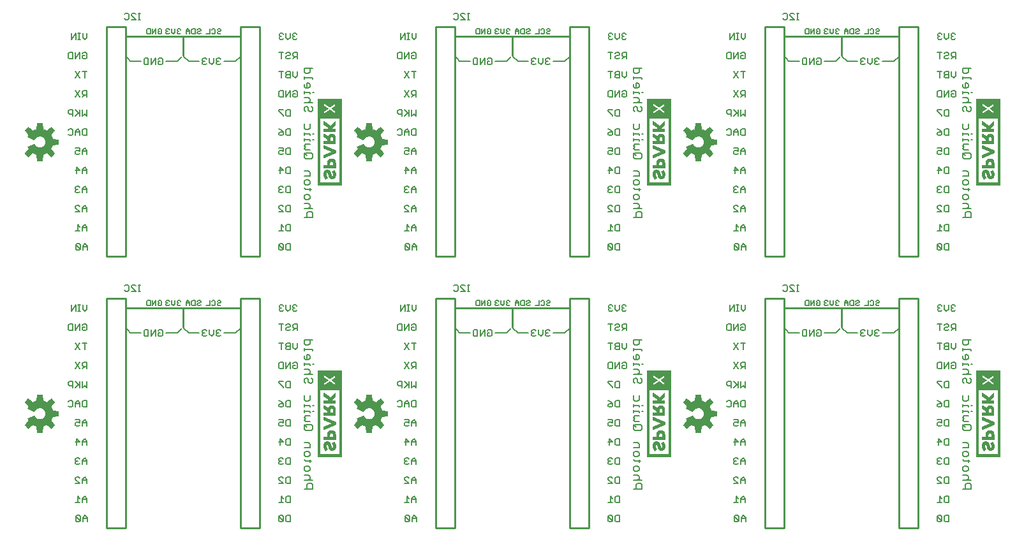
<source format=gbo>
G75*
%MOIN*%
%OFA0B0*%
%FSLAX25Y25*%
%IPPOS*%
%LPD*%
%AMOC8*
5,1,8,0,0,1.08239X$1,22.5*
%
%ADD10C,0.00800*%
%ADD11C,0.00500*%
%ADD12C,0.00600*%
%ADD13C,0.01000*%
%ADD14C,0.00300*%
%ADD15C,0.00039*%
D10*
X0140833Y0188000D02*
X0138333Y0191000D01*
X0140833Y0188000D02*
X0146333Y0188000D01*
X0159333Y0188000D02*
X0165333Y0188000D01*
X0167833Y0190500D01*
X0168833Y0190500D02*
X0171333Y0188000D01*
X0176833Y0188000D01*
X0189833Y0188000D02*
X0195833Y0188000D01*
X0198333Y0190500D01*
X0231733Y0184499D02*
X0231733Y0182397D01*
X0232434Y0181697D01*
X0233835Y0181697D01*
X0234536Y0182397D01*
X0234536Y0184499D01*
X0235937Y0184499D02*
X0231733Y0184499D01*
X0231733Y0180029D02*
X0231733Y0178627D01*
X0231733Y0179328D02*
X0235937Y0179328D01*
X0235937Y0178627D01*
X0233835Y0176826D02*
X0233135Y0176826D01*
X0233135Y0174023D01*
X0233835Y0174023D02*
X0234536Y0174724D01*
X0234536Y0176125D01*
X0233835Y0176826D01*
X0231733Y0176125D02*
X0231733Y0174724D01*
X0232434Y0174023D01*
X0233835Y0174023D01*
X0234536Y0171655D02*
X0231733Y0171655D01*
X0231733Y0172355D02*
X0231733Y0170954D01*
X0231733Y0169153D02*
X0233835Y0169153D01*
X0234536Y0168452D01*
X0234536Y0167051D01*
X0233835Y0166350D01*
X0233135Y0164549D02*
X0232434Y0164549D01*
X0231733Y0163848D01*
X0231733Y0162447D01*
X0232434Y0161746D01*
X0233835Y0162447D02*
X0233835Y0163848D01*
X0233135Y0164549D01*
X0235236Y0164549D02*
X0235937Y0163848D01*
X0235937Y0162447D01*
X0235236Y0161746D01*
X0234536Y0161746D01*
X0233835Y0162447D01*
X0235937Y0166350D02*
X0231733Y0166350D01*
X0234536Y0170954D02*
X0234536Y0171655D01*
X0235937Y0171655D02*
X0236638Y0171655D01*
X0234536Y0155341D02*
X0234536Y0153239D01*
X0233835Y0152538D01*
X0232434Y0152538D01*
X0231733Y0153239D01*
X0231733Y0155341D01*
X0231733Y0150870D02*
X0231733Y0149469D01*
X0231733Y0150170D02*
X0234536Y0150170D01*
X0234536Y0149469D01*
X0235937Y0150170D02*
X0236638Y0150170D01*
X0236638Y0147101D02*
X0235937Y0147101D01*
X0234536Y0147101D02*
X0231733Y0147101D01*
X0231733Y0147801D02*
X0231733Y0146400D01*
X0232434Y0144598D02*
X0234536Y0144598D01*
X0234536Y0146400D02*
X0234536Y0147101D01*
X0232434Y0144598D02*
X0231733Y0143898D01*
X0232434Y0143197D01*
X0231733Y0142497D01*
X0232434Y0141796D01*
X0234536Y0141796D01*
X0235236Y0139994D02*
X0232434Y0139994D01*
X0231733Y0139294D01*
X0231733Y0137893D01*
X0232434Y0137192D01*
X0235236Y0137192D01*
X0235937Y0137893D01*
X0235937Y0139294D01*
X0235236Y0139994D01*
X0233135Y0138593D02*
X0231733Y0139994D01*
X0231733Y0130787D02*
X0233835Y0130787D01*
X0234536Y0130086D01*
X0234536Y0127984D01*
X0231733Y0127984D01*
X0232434Y0126183D02*
X0233835Y0126183D01*
X0234536Y0125482D01*
X0234536Y0124081D01*
X0233835Y0123380D01*
X0232434Y0123380D01*
X0231733Y0124081D01*
X0231733Y0125482D01*
X0232434Y0126183D01*
X0231733Y0121712D02*
X0232434Y0121012D01*
X0235236Y0121012D01*
X0234536Y0121712D02*
X0234536Y0120311D01*
X0233835Y0118509D02*
X0234536Y0117809D01*
X0234536Y0116408D01*
X0233835Y0115707D01*
X0232434Y0115707D01*
X0231733Y0116408D01*
X0231733Y0117809D01*
X0232434Y0118509D01*
X0233835Y0118509D01*
X0233835Y0113906D02*
X0231733Y0113906D01*
X0233835Y0113906D02*
X0234536Y0113205D01*
X0234536Y0111804D01*
X0233835Y0111103D01*
X0233835Y0109302D02*
X0233135Y0108601D01*
X0233135Y0106499D01*
X0231733Y0106499D02*
X0235937Y0106499D01*
X0235937Y0108601D01*
X0235236Y0109302D01*
X0233835Y0109302D01*
X0235937Y0111103D02*
X0231733Y0111103D01*
X0312833Y0188000D02*
X0310333Y0191000D01*
X0312833Y0188000D02*
X0318333Y0188000D01*
X0331333Y0188000D02*
X0337333Y0188000D01*
X0339833Y0190500D01*
X0340833Y0190500D02*
X0343333Y0188000D01*
X0348833Y0188000D01*
X0361833Y0188000D02*
X0367833Y0188000D01*
X0370333Y0190500D01*
X0403733Y0184499D02*
X0403733Y0182397D01*
X0404434Y0181697D01*
X0405835Y0181697D01*
X0406536Y0182397D01*
X0406536Y0184499D01*
X0407937Y0184499D02*
X0403733Y0184499D01*
X0403733Y0180029D02*
X0403733Y0178627D01*
X0403733Y0179328D02*
X0407937Y0179328D01*
X0407937Y0178627D01*
X0405835Y0176826D02*
X0405135Y0176826D01*
X0405135Y0174023D01*
X0405835Y0174023D02*
X0406536Y0174724D01*
X0406536Y0176125D01*
X0405835Y0176826D01*
X0403733Y0176125D02*
X0403733Y0174724D01*
X0404434Y0174023D01*
X0405835Y0174023D01*
X0406536Y0171655D02*
X0403733Y0171655D01*
X0403733Y0172355D02*
X0403733Y0170954D01*
X0403733Y0169153D02*
X0405835Y0169153D01*
X0406536Y0168452D01*
X0406536Y0167051D01*
X0405835Y0166350D01*
X0405135Y0164549D02*
X0404434Y0164549D01*
X0403733Y0163848D01*
X0403733Y0162447D01*
X0404434Y0161746D01*
X0405835Y0162447D02*
X0405835Y0163848D01*
X0405135Y0164549D01*
X0407236Y0164549D02*
X0407937Y0163848D01*
X0407937Y0162447D01*
X0407236Y0161746D01*
X0406536Y0161746D01*
X0405835Y0162447D01*
X0407937Y0166350D02*
X0403733Y0166350D01*
X0406536Y0170954D02*
X0406536Y0171655D01*
X0407937Y0171655D02*
X0408638Y0171655D01*
X0406536Y0155341D02*
X0406536Y0153239D01*
X0405835Y0152538D01*
X0404434Y0152538D01*
X0403733Y0153239D01*
X0403733Y0155341D01*
X0403733Y0150870D02*
X0403733Y0149469D01*
X0403733Y0150170D02*
X0406536Y0150170D01*
X0406536Y0149469D01*
X0407937Y0150170D02*
X0408638Y0150170D01*
X0408638Y0147101D02*
X0407937Y0147101D01*
X0406536Y0147101D02*
X0403733Y0147101D01*
X0403733Y0147801D02*
X0403733Y0146400D01*
X0404434Y0144598D02*
X0406536Y0144598D01*
X0406536Y0146400D02*
X0406536Y0147101D01*
X0404434Y0144598D02*
X0403733Y0143898D01*
X0404434Y0143197D01*
X0403733Y0142497D01*
X0404434Y0141796D01*
X0406536Y0141796D01*
X0407236Y0139994D02*
X0404434Y0139994D01*
X0403733Y0139294D01*
X0403733Y0137893D01*
X0404434Y0137192D01*
X0407236Y0137192D01*
X0407937Y0137893D01*
X0407937Y0139294D01*
X0407236Y0139994D01*
X0405135Y0138593D02*
X0403733Y0139994D01*
X0403733Y0130787D02*
X0405835Y0130787D01*
X0406536Y0130086D01*
X0406536Y0127984D01*
X0403733Y0127984D01*
X0404434Y0126183D02*
X0405835Y0126183D01*
X0406536Y0125482D01*
X0406536Y0124081D01*
X0405835Y0123380D01*
X0404434Y0123380D01*
X0403733Y0124081D01*
X0403733Y0125482D01*
X0404434Y0126183D01*
X0403733Y0121712D02*
X0404434Y0121012D01*
X0407236Y0121012D01*
X0406536Y0121712D02*
X0406536Y0120311D01*
X0405835Y0118509D02*
X0406536Y0117809D01*
X0406536Y0116408D01*
X0405835Y0115707D01*
X0404434Y0115707D01*
X0403733Y0116408D01*
X0403733Y0117809D01*
X0404434Y0118509D01*
X0405835Y0118509D01*
X0405835Y0113906D02*
X0403733Y0113906D01*
X0405835Y0113906D02*
X0406536Y0113205D01*
X0406536Y0111804D01*
X0405835Y0111103D01*
X0405835Y0109302D02*
X0405135Y0108601D01*
X0405135Y0106499D01*
X0403733Y0106499D02*
X0407937Y0106499D01*
X0407937Y0108601D01*
X0407236Y0109302D01*
X0405835Y0109302D01*
X0407937Y0111103D02*
X0403733Y0111103D01*
X0484833Y0188000D02*
X0482333Y0191000D01*
X0484833Y0188000D02*
X0490333Y0188000D01*
X0503333Y0188000D02*
X0509333Y0188000D01*
X0511833Y0190500D01*
X0512833Y0190500D02*
X0515333Y0188000D01*
X0520833Y0188000D01*
X0533833Y0188000D02*
X0539833Y0188000D01*
X0542333Y0190500D01*
X0575733Y0184499D02*
X0575733Y0182397D01*
X0576434Y0181697D01*
X0577835Y0181697D01*
X0578536Y0182397D01*
X0578536Y0184499D01*
X0579937Y0184499D02*
X0575733Y0184499D01*
X0575733Y0180029D02*
X0575733Y0178627D01*
X0575733Y0179328D02*
X0579937Y0179328D01*
X0579937Y0178627D01*
X0577835Y0176826D02*
X0577135Y0176826D01*
X0577135Y0174023D01*
X0577835Y0174023D02*
X0576434Y0174023D01*
X0575733Y0174724D01*
X0575733Y0176125D01*
X0577835Y0176826D02*
X0578536Y0176125D01*
X0578536Y0174724D01*
X0577835Y0174023D01*
X0578536Y0171655D02*
X0575733Y0171655D01*
X0575733Y0172355D02*
X0575733Y0170954D01*
X0575733Y0169153D02*
X0577835Y0169153D01*
X0578536Y0168452D01*
X0578536Y0167051D01*
X0577835Y0166350D01*
X0577135Y0164549D02*
X0577835Y0163848D01*
X0577835Y0162447D01*
X0578536Y0161746D01*
X0579236Y0161746D01*
X0579937Y0162447D01*
X0579937Y0163848D01*
X0579236Y0164549D01*
X0579937Y0166350D02*
X0575733Y0166350D01*
X0576434Y0164549D02*
X0575733Y0163848D01*
X0575733Y0162447D01*
X0576434Y0161746D01*
X0576434Y0164549D02*
X0577135Y0164549D01*
X0578536Y0170954D02*
X0578536Y0171655D01*
X0579937Y0171655D02*
X0580638Y0171655D01*
X0578536Y0155341D02*
X0578536Y0153239D01*
X0577835Y0152538D01*
X0576434Y0152538D01*
X0575733Y0153239D01*
X0575733Y0155341D01*
X0575733Y0150870D02*
X0575733Y0149469D01*
X0575733Y0150170D02*
X0578536Y0150170D01*
X0578536Y0149469D01*
X0579937Y0150170D02*
X0580638Y0150170D01*
X0580638Y0147101D02*
X0579937Y0147101D01*
X0578536Y0147101D02*
X0575733Y0147101D01*
X0575733Y0147801D02*
X0575733Y0146400D01*
X0576434Y0144598D02*
X0578536Y0144598D01*
X0578536Y0146400D02*
X0578536Y0147101D01*
X0576434Y0144598D02*
X0575733Y0143898D01*
X0576434Y0143197D01*
X0575733Y0142497D01*
X0576434Y0141796D01*
X0578536Y0141796D01*
X0579236Y0139994D02*
X0576434Y0139994D01*
X0575733Y0139294D01*
X0575733Y0137893D01*
X0576434Y0137192D01*
X0579236Y0137192D01*
X0579937Y0137893D01*
X0579937Y0139294D01*
X0579236Y0139994D01*
X0577135Y0138593D02*
X0575733Y0139994D01*
X0575733Y0130787D02*
X0577835Y0130787D01*
X0578536Y0130086D01*
X0578536Y0127984D01*
X0575733Y0127984D01*
X0576434Y0126183D02*
X0577835Y0126183D01*
X0578536Y0125482D01*
X0578536Y0124081D01*
X0577835Y0123380D01*
X0576434Y0123380D01*
X0575733Y0124081D01*
X0575733Y0125482D01*
X0576434Y0126183D01*
X0575733Y0121712D02*
X0576434Y0121012D01*
X0579236Y0121012D01*
X0578536Y0121712D02*
X0578536Y0120311D01*
X0577835Y0118509D02*
X0578536Y0117809D01*
X0578536Y0116408D01*
X0577835Y0115707D01*
X0576434Y0115707D01*
X0575733Y0116408D01*
X0575733Y0117809D01*
X0576434Y0118509D01*
X0577835Y0118509D01*
X0577835Y0113906D02*
X0575733Y0113906D01*
X0577835Y0113906D02*
X0578536Y0113205D01*
X0578536Y0111804D01*
X0577835Y0111103D01*
X0577835Y0109302D02*
X0577135Y0108601D01*
X0577135Y0106499D01*
X0575733Y0106499D02*
X0579937Y0106499D01*
X0579937Y0108601D01*
X0579236Y0109302D01*
X0577835Y0109302D01*
X0579937Y0111103D02*
X0575733Y0111103D01*
X0575733Y0248499D02*
X0579937Y0248499D01*
X0579937Y0250601D01*
X0579236Y0251302D01*
X0577835Y0251302D01*
X0577135Y0250601D01*
X0577135Y0248499D01*
X0577835Y0253103D02*
X0578536Y0253804D01*
X0578536Y0255205D01*
X0577835Y0255906D01*
X0575733Y0255906D01*
X0576434Y0257707D02*
X0575733Y0258408D01*
X0575733Y0259809D01*
X0576434Y0260509D01*
X0577835Y0260509D01*
X0578536Y0259809D01*
X0578536Y0258408D01*
X0577835Y0257707D01*
X0576434Y0257707D01*
X0575733Y0253103D02*
X0579937Y0253103D01*
X0578536Y0262311D02*
X0578536Y0263712D01*
X0579236Y0263012D02*
X0576434Y0263012D01*
X0575733Y0263712D01*
X0576434Y0265380D02*
X0575733Y0266081D01*
X0575733Y0267482D01*
X0576434Y0268183D01*
X0577835Y0268183D01*
X0578536Y0267482D01*
X0578536Y0266081D01*
X0577835Y0265380D01*
X0576434Y0265380D01*
X0575733Y0269984D02*
X0578536Y0269984D01*
X0578536Y0272086D01*
X0577835Y0272787D01*
X0575733Y0272787D01*
X0576434Y0279192D02*
X0575733Y0279893D01*
X0575733Y0281294D01*
X0576434Y0281994D01*
X0579236Y0281994D01*
X0579937Y0281294D01*
X0579937Y0279893D01*
X0579236Y0279192D01*
X0576434Y0279192D01*
X0577135Y0280593D02*
X0575733Y0281994D01*
X0576434Y0283796D02*
X0575733Y0284497D01*
X0576434Y0285197D01*
X0575733Y0285898D01*
X0576434Y0286598D01*
X0578536Y0286598D01*
X0578536Y0288400D02*
X0578536Y0289101D01*
X0575733Y0289101D01*
X0575733Y0289801D02*
X0575733Y0288400D01*
X0575733Y0291469D02*
X0575733Y0292870D01*
X0575733Y0292170D02*
X0578536Y0292170D01*
X0578536Y0291469D01*
X0579937Y0292170D02*
X0580638Y0292170D01*
X0580638Y0289101D02*
X0579937Y0289101D01*
X0578536Y0283796D02*
X0576434Y0283796D01*
X0576434Y0294538D02*
X0575733Y0295239D01*
X0575733Y0297341D01*
X0578536Y0297341D02*
X0578536Y0295239D01*
X0577835Y0294538D01*
X0576434Y0294538D01*
X0576434Y0303746D02*
X0575733Y0304447D01*
X0575733Y0305848D01*
X0576434Y0306549D01*
X0577135Y0306549D01*
X0577835Y0305848D01*
X0577835Y0304447D01*
X0578536Y0303746D01*
X0579236Y0303746D01*
X0579937Y0304447D01*
X0579937Y0305848D01*
X0579236Y0306549D01*
X0579937Y0308350D02*
X0575733Y0308350D01*
X0577835Y0308350D02*
X0578536Y0309051D01*
X0578536Y0310452D01*
X0577835Y0311153D01*
X0575733Y0311153D01*
X0575733Y0312954D02*
X0575733Y0314355D01*
X0575733Y0313655D02*
X0578536Y0313655D01*
X0578536Y0312954D01*
X0579937Y0313655D02*
X0580638Y0313655D01*
X0577835Y0316023D02*
X0578536Y0316724D01*
X0578536Y0318125D01*
X0577835Y0318826D01*
X0577135Y0318826D01*
X0577135Y0316023D01*
X0577835Y0316023D02*
X0576434Y0316023D01*
X0575733Y0316724D01*
X0575733Y0318125D01*
X0575733Y0320627D02*
X0575733Y0322029D01*
X0575733Y0321328D02*
X0579937Y0321328D01*
X0579937Y0320627D01*
X0577835Y0323697D02*
X0578536Y0324397D01*
X0578536Y0326499D01*
X0579937Y0326499D02*
X0575733Y0326499D01*
X0575733Y0324397D01*
X0576434Y0323697D01*
X0577835Y0323697D01*
X0542333Y0332500D02*
X0539833Y0330000D01*
X0533833Y0330000D01*
X0520833Y0330000D02*
X0515333Y0330000D01*
X0512833Y0332500D01*
X0511833Y0332500D02*
X0509333Y0330000D01*
X0503333Y0330000D01*
X0490333Y0330000D02*
X0484833Y0330000D01*
X0482333Y0333000D01*
X0407937Y0326499D02*
X0403733Y0326499D01*
X0403733Y0324397D01*
X0404434Y0323697D01*
X0405835Y0323697D01*
X0406536Y0324397D01*
X0406536Y0326499D01*
X0403733Y0322029D02*
X0403733Y0320627D01*
X0403733Y0321328D02*
X0407937Y0321328D01*
X0407937Y0320627D01*
X0405835Y0318826D02*
X0405135Y0318826D01*
X0405135Y0316023D01*
X0405835Y0316023D02*
X0406536Y0316724D01*
X0406536Y0318125D01*
X0405835Y0318826D01*
X0403733Y0318125D02*
X0403733Y0316724D01*
X0404434Y0316023D01*
X0405835Y0316023D01*
X0406536Y0313655D02*
X0403733Y0313655D01*
X0403733Y0314355D02*
X0403733Y0312954D01*
X0403733Y0311153D02*
X0405835Y0311153D01*
X0406536Y0310452D01*
X0406536Y0309051D01*
X0405835Y0308350D01*
X0405135Y0306549D02*
X0404434Y0306549D01*
X0403733Y0305848D01*
X0403733Y0304447D01*
X0404434Y0303746D01*
X0405835Y0304447D02*
X0405835Y0305848D01*
X0405135Y0306549D01*
X0407236Y0306549D02*
X0407937Y0305848D01*
X0407937Y0304447D01*
X0407236Y0303746D01*
X0406536Y0303746D01*
X0405835Y0304447D01*
X0407937Y0308350D02*
X0403733Y0308350D01*
X0406536Y0312954D02*
X0406536Y0313655D01*
X0407937Y0313655D02*
X0408638Y0313655D01*
X0406536Y0297341D02*
X0406536Y0295239D01*
X0405835Y0294538D01*
X0404434Y0294538D01*
X0403733Y0295239D01*
X0403733Y0297341D01*
X0403733Y0292870D02*
X0403733Y0291469D01*
X0403733Y0292170D02*
X0406536Y0292170D01*
X0406536Y0291469D01*
X0407937Y0292170D02*
X0408638Y0292170D01*
X0408638Y0289101D02*
X0407937Y0289101D01*
X0406536Y0289101D02*
X0403733Y0289101D01*
X0403733Y0289801D02*
X0403733Y0288400D01*
X0404434Y0286598D02*
X0406536Y0286598D01*
X0406536Y0288400D02*
X0406536Y0289101D01*
X0404434Y0286598D02*
X0403733Y0285898D01*
X0404434Y0285197D01*
X0403733Y0284497D01*
X0404434Y0283796D01*
X0406536Y0283796D01*
X0407236Y0281994D02*
X0404434Y0281994D01*
X0403733Y0281294D01*
X0403733Y0279893D01*
X0404434Y0279192D01*
X0407236Y0279192D01*
X0407937Y0279893D01*
X0407937Y0281294D01*
X0407236Y0281994D01*
X0405135Y0280593D02*
X0403733Y0281994D01*
X0403733Y0272787D02*
X0405835Y0272787D01*
X0406536Y0272086D01*
X0406536Y0269984D01*
X0403733Y0269984D01*
X0404434Y0268183D02*
X0405835Y0268183D01*
X0406536Y0267482D01*
X0406536Y0266081D01*
X0405835Y0265380D01*
X0404434Y0265380D01*
X0403733Y0266081D01*
X0403733Y0267482D01*
X0404434Y0268183D01*
X0403733Y0263712D02*
X0404434Y0263012D01*
X0407236Y0263012D01*
X0406536Y0263712D02*
X0406536Y0262311D01*
X0405835Y0260509D02*
X0406536Y0259809D01*
X0406536Y0258408D01*
X0405835Y0257707D01*
X0404434Y0257707D01*
X0403733Y0258408D01*
X0403733Y0259809D01*
X0404434Y0260509D01*
X0405835Y0260509D01*
X0405835Y0255906D02*
X0403733Y0255906D01*
X0405835Y0255906D02*
X0406536Y0255205D01*
X0406536Y0253804D01*
X0405835Y0253103D01*
X0405835Y0251302D02*
X0405135Y0250601D01*
X0405135Y0248499D01*
X0403733Y0248499D02*
X0407937Y0248499D01*
X0407937Y0250601D01*
X0407236Y0251302D01*
X0405835Y0251302D01*
X0407937Y0253103D02*
X0403733Y0253103D01*
X0367833Y0330000D02*
X0370333Y0332500D01*
X0367833Y0330000D02*
X0361833Y0330000D01*
X0348833Y0330000D02*
X0343333Y0330000D01*
X0340833Y0332500D01*
X0339833Y0332500D02*
X0337333Y0330000D01*
X0331333Y0330000D01*
X0318333Y0330000D02*
X0312833Y0330000D01*
X0310333Y0333000D01*
X0236638Y0313655D02*
X0235937Y0313655D01*
X0234536Y0313655D02*
X0231733Y0313655D01*
X0231733Y0314355D02*
X0231733Y0312954D01*
X0231733Y0311153D02*
X0233835Y0311153D01*
X0234536Y0310452D01*
X0234536Y0309051D01*
X0233835Y0308350D01*
X0233135Y0306549D02*
X0232434Y0306549D01*
X0231733Y0305848D01*
X0231733Y0304447D01*
X0232434Y0303746D01*
X0233835Y0304447D02*
X0233835Y0305848D01*
X0233135Y0306549D01*
X0235236Y0306549D02*
X0235937Y0305848D01*
X0235937Y0304447D01*
X0235236Y0303746D01*
X0234536Y0303746D01*
X0233835Y0304447D01*
X0235937Y0308350D02*
X0231733Y0308350D01*
X0234536Y0312954D02*
X0234536Y0313655D01*
X0233835Y0316023D02*
X0234536Y0316724D01*
X0234536Y0318125D01*
X0233835Y0318826D01*
X0233135Y0318826D01*
X0233135Y0316023D01*
X0233835Y0316023D02*
X0232434Y0316023D01*
X0231733Y0316724D01*
X0231733Y0318125D01*
X0231733Y0320627D02*
X0231733Y0322029D01*
X0231733Y0321328D02*
X0235937Y0321328D01*
X0235937Y0320627D01*
X0233835Y0323697D02*
X0234536Y0324397D01*
X0234536Y0326499D01*
X0235937Y0326499D02*
X0231733Y0326499D01*
X0231733Y0324397D01*
X0232434Y0323697D01*
X0233835Y0323697D01*
X0234536Y0297341D02*
X0234536Y0295239D01*
X0233835Y0294538D01*
X0232434Y0294538D01*
X0231733Y0295239D01*
X0231733Y0297341D01*
X0231733Y0292870D02*
X0231733Y0291469D01*
X0231733Y0292170D02*
X0234536Y0292170D01*
X0234536Y0291469D01*
X0235937Y0292170D02*
X0236638Y0292170D01*
X0236638Y0289101D02*
X0235937Y0289101D01*
X0234536Y0289101D02*
X0231733Y0289101D01*
X0231733Y0289801D02*
X0231733Y0288400D01*
X0232434Y0286598D02*
X0234536Y0286598D01*
X0234536Y0288400D02*
X0234536Y0289101D01*
X0232434Y0286598D02*
X0231733Y0285898D01*
X0232434Y0285197D01*
X0231733Y0284497D01*
X0232434Y0283796D01*
X0234536Y0283796D01*
X0235236Y0281994D02*
X0232434Y0281994D01*
X0231733Y0281294D01*
X0231733Y0279893D01*
X0232434Y0279192D01*
X0235236Y0279192D01*
X0235937Y0279893D01*
X0235937Y0281294D01*
X0235236Y0281994D01*
X0233135Y0280593D02*
X0231733Y0281994D01*
X0231733Y0272787D02*
X0233835Y0272787D01*
X0234536Y0272086D01*
X0234536Y0269984D01*
X0231733Y0269984D01*
X0232434Y0268183D02*
X0233835Y0268183D01*
X0234536Y0267482D01*
X0234536Y0266081D01*
X0233835Y0265380D01*
X0232434Y0265380D01*
X0231733Y0266081D01*
X0231733Y0267482D01*
X0232434Y0268183D01*
X0231733Y0263712D02*
X0232434Y0263012D01*
X0235236Y0263012D01*
X0234536Y0263712D02*
X0234536Y0262311D01*
X0233835Y0260509D02*
X0234536Y0259809D01*
X0234536Y0258408D01*
X0233835Y0257707D01*
X0232434Y0257707D01*
X0231733Y0258408D01*
X0231733Y0259809D01*
X0232434Y0260509D01*
X0233835Y0260509D01*
X0233835Y0255906D02*
X0231733Y0255906D01*
X0233835Y0255906D02*
X0234536Y0255205D01*
X0234536Y0253804D01*
X0233835Y0253103D01*
X0233835Y0251302D02*
X0233135Y0250601D01*
X0233135Y0248499D01*
X0231733Y0248499D02*
X0235937Y0248499D01*
X0235937Y0250601D01*
X0235236Y0251302D01*
X0233835Y0251302D01*
X0235937Y0253103D02*
X0231733Y0253103D01*
X0195833Y0330000D02*
X0189833Y0330000D01*
X0195833Y0330000D02*
X0198333Y0332500D01*
X0176833Y0330000D02*
X0171333Y0330000D01*
X0168833Y0332500D01*
X0167833Y0332500D02*
X0165333Y0330000D01*
X0159333Y0330000D01*
X0146333Y0330000D02*
X0140833Y0330000D01*
X0138333Y0333000D01*
D11*
X0149839Y0344250D02*
X0149389Y0344700D01*
X0149389Y0346502D01*
X0149839Y0346952D01*
X0151190Y0346952D01*
X0151190Y0344250D01*
X0149839Y0344250D01*
X0152335Y0344250D02*
X0152335Y0346952D01*
X0154137Y0346952D02*
X0152335Y0344250D01*
X0154137Y0344250D02*
X0154137Y0346952D01*
X0155282Y0346502D02*
X0155732Y0346952D01*
X0156633Y0346952D01*
X0157083Y0346502D01*
X0157083Y0344700D01*
X0156633Y0344250D01*
X0155732Y0344250D01*
X0155282Y0344700D01*
X0155282Y0345601D01*
X0156183Y0345601D01*
X0159389Y0345151D02*
X0159389Y0344700D01*
X0159839Y0344250D01*
X0160740Y0344250D01*
X0161190Y0344700D01*
X0162335Y0345151D02*
X0162335Y0346952D01*
X0161190Y0346502D02*
X0160740Y0346952D01*
X0159839Y0346952D01*
X0159389Y0346502D01*
X0159389Y0346052D01*
X0159839Y0345601D01*
X0159389Y0345151D01*
X0159839Y0345601D02*
X0160290Y0345601D01*
X0162335Y0345151D02*
X0163236Y0344250D01*
X0164137Y0345151D01*
X0164137Y0346952D01*
X0165282Y0346502D02*
X0165282Y0346052D01*
X0165732Y0345601D01*
X0165282Y0345151D01*
X0165282Y0344700D01*
X0165732Y0344250D01*
X0166633Y0344250D01*
X0167083Y0344700D01*
X0166183Y0345601D02*
X0165732Y0345601D01*
X0165282Y0346502D02*
X0165732Y0346952D01*
X0166633Y0346952D01*
X0167083Y0346502D01*
X0169889Y0346052D02*
X0169889Y0344250D01*
X0169889Y0345601D02*
X0171690Y0345601D01*
X0171690Y0346052D02*
X0171690Y0344250D01*
X0172835Y0344700D02*
X0172835Y0346502D01*
X0173286Y0346952D01*
X0174637Y0346952D01*
X0174637Y0344250D01*
X0173286Y0344250D01*
X0172835Y0344700D01*
X0171690Y0346052D02*
X0170790Y0346952D01*
X0169889Y0346052D01*
X0175782Y0346502D02*
X0176232Y0346952D01*
X0177133Y0346952D01*
X0177583Y0346502D01*
X0177583Y0346052D01*
X0177133Y0345601D01*
X0176232Y0345601D01*
X0175782Y0345151D01*
X0175782Y0344700D01*
X0176232Y0344250D01*
X0177133Y0344250D01*
X0177583Y0344700D01*
X0180389Y0344250D02*
X0182190Y0344250D01*
X0182190Y0346952D01*
X0183335Y0346502D02*
X0183786Y0346952D01*
X0184686Y0346952D01*
X0185137Y0346502D01*
X0185137Y0344700D01*
X0184686Y0344250D01*
X0183786Y0344250D01*
X0183335Y0344700D01*
X0186282Y0344700D02*
X0186732Y0344250D01*
X0187633Y0344250D01*
X0188083Y0344700D01*
X0187633Y0345601D02*
X0188083Y0346052D01*
X0188083Y0346502D01*
X0187633Y0346952D01*
X0186732Y0346952D01*
X0186282Y0346502D01*
X0186732Y0345601D02*
X0186282Y0345151D01*
X0186282Y0344700D01*
X0186732Y0345601D02*
X0187633Y0345601D01*
X0321389Y0344700D02*
X0321389Y0346502D01*
X0321839Y0346952D01*
X0323190Y0346952D01*
X0323190Y0344250D01*
X0321839Y0344250D01*
X0321389Y0344700D01*
X0324335Y0344250D02*
X0324335Y0346952D01*
X0326137Y0346952D02*
X0324335Y0344250D01*
X0326137Y0344250D02*
X0326137Y0346952D01*
X0327282Y0346502D02*
X0327732Y0346952D01*
X0328633Y0346952D01*
X0329083Y0346502D01*
X0329083Y0344700D01*
X0328633Y0344250D01*
X0327732Y0344250D01*
X0327282Y0344700D01*
X0327282Y0345601D01*
X0328183Y0345601D01*
X0331389Y0345151D02*
X0331389Y0344700D01*
X0331839Y0344250D01*
X0332740Y0344250D01*
X0333190Y0344700D01*
X0334335Y0345151D02*
X0334335Y0346952D01*
X0333190Y0346502D02*
X0332740Y0346952D01*
X0331839Y0346952D01*
X0331389Y0346502D01*
X0331389Y0346052D01*
X0331839Y0345601D01*
X0331389Y0345151D01*
X0331839Y0345601D02*
X0332290Y0345601D01*
X0334335Y0345151D02*
X0335236Y0344250D01*
X0336137Y0345151D01*
X0336137Y0346952D01*
X0337282Y0346502D02*
X0337282Y0346052D01*
X0337732Y0345601D01*
X0337282Y0345151D01*
X0337282Y0344700D01*
X0337732Y0344250D01*
X0338633Y0344250D01*
X0339083Y0344700D01*
X0338183Y0345601D02*
X0337732Y0345601D01*
X0337282Y0346502D02*
X0337732Y0346952D01*
X0338633Y0346952D01*
X0339083Y0346502D01*
X0341889Y0346052D02*
X0341889Y0344250D01*
X0341889Y0345601D02*
X0343690Y0345601D01*
X0343690Y0346052D02*
X0343690Y0344250D01*
X0344835Y0344700D02*
X0344835Y0346502D01*
X0345286Y0346952D01*
X0346637Y0346952D01*
X0346637Y0344250D01*
X0345286Y0344250D01*
X0344835Y0344700D01*
X0343690Y0346052D02*
X0342790Y0346952D01*
X0341889Y0346052D01*
X0347782Y0346502D02*
X0348232Y0346952D01*
X0349133Y0346952D01*
X0349583Y0346502D01*
X0349583Y0346052D01*
X0349133Y0345601D01*
X0348232Y0345601D01*
X0347782Y0345151D01*
X0347782Y0344700D01*
X0348232Y0344250D01*
X0349133Y0344250D01*
X0349583Y0344700D01*
X0352389Y0344250D02*
X0354190Y0344250D01*
X0354190Y0346952D01*
X0355335Y0346502D02*
X0355786Y0346952D01*
X0356686Y0346952D01*
X0357137Y0346502D01*
X0357137Y0344700D01*
X0356686Y0344250D01*
X0355786Y0344250D01*
X0355335Y0344700D01*
X0358282Y0344700D02*
X0358732Y0344250D01*
X0359633Y0344250D01*
X0360083Y0344700D01*
X0359633Y0345601D02*
X0358732Y0345601D01*
X0358282Y0345151D01*
X0358282Y0344700D01*
X0359633Y0345601D02*
X0360083Y0346052D01*
X0360083Y0346502D01*
X0359633Y0346952D01*
X0358732Y0346952D01*
X0358282Y0346502D01*
X0493389Y0346502D02*
X0493389Y0344700D01*
X0493839Y0344250D01*
X0495190Y0344250D01*
X0495190Y0346952D01*
X0493839Y0346952D01*
X0493389Y0346502D01*
X0496335Y0346952D02*
X0496335Y0344250D01*
X0498137Y0346952D01*
X0498137Y0344250D01*
X0499282Y0344700D02*
X0499282Y0345601D01*
X0500183Y0345601D01*
X0501083Y0344700D02*
X0500633Y0344250D01*
X0499732Y0344250D01*
X0499282Y0344700D01*
X0501083Y0344700D02*
X0501083Y0346502D01*
X0500633Y0346952D01*
X0499732Y0346952D01*
X0499282Y0346502D01*
X0503389Y0346502D02*
X0503389Y0346052D01*
X0503839Y0345601D01*
X0503389Y0345151D01*
X0503389Y0344700D01*
X0503839Y0344250D01*
X0504740Y0344250D01*
X0505190Y0344700D01*
X0506335Y0345151D02*
X0506335Y0346952D01*
X0505190Y0346502D02*
X0504740Y0346952D01*
X0503839Y0346952D01*
X0503389Y0346502D01*
X0503839Y0345601D02*
X0504290Y0345601D01*
X0506335Y0345151D02*
X0507236Y0344250D01*
X0508137Y0345151D01*
X0508137Y0346952D01*
X0509282Y0346502D02*
X0509282Y0346052D01*
X0509732Y0345601D01*
X0509282Y0345151D01*
X0509282Y0344700D01*
X0509732Y0344250D01*
X0510633Y0344250D01*
X0511083Y0344700D01*
X0510183Y0345601D02*
X0509732Y0345601D01*
X0509282Y0346502D02*
X0509732Y0346952D01*
X0510633Y0346952D01*
X0511083Y0346502D01*
X0513889Y0346052D02*
X0513889Y0344250D01*
X0513889Y0345601D02*
X0515690Y0345601D01*
X0515690Y0346052D02*
X0515690Y0344250D01*
X0516835Y0344700D02*
X0516835Y0346502D01*
X0517286Y0346952D01*
X0518637Y0346952D01*
X0518637Y0344250D01*
X0517286Y0344250D01*
X0516835Y0344700D01*
X0515690Y0346052D02*
X0514790Y0346952D01*
X0513889Y0346052D01*
X0519782Y0346502D02*
X0520232Y0346952D01*
X0521133Y0346952D01*
X0521583Y0346502D01*
X0521583Y0346052D01*
X0521133Y0345601D01*
X0520232Y0345601D01*
X0519782Y0345151D01*
X0519782Y0344700D01*
X0520232Y0344250D01*
X0521133Y0344250D01*
X0521583Y0344700D01*
X0524389Y0344250D02*
X0526190Y0344250D01*
X0526190Y0346952D01*
X0527335Y0346502D02*
X0527786Y0346952D01*
X0528686Y0346952D01*
X0529137Y0346502D01*
X0529137Y0344700D01*
X0528686Y0344250D01*
X0527786Y0344250D01*
X0527335Y0344700D01*
X0530282Y0344700D02*
X0530732Y0344250D01*
X0531633Y0344250D01*
X0532083Y0344700D01*
X0531633Y0345601D02*
X0530732Y0345601D01*
X0530282Y0345151D01*
X0530282Y0344700D01*
X0531633Y0345601D02*
X0532083Y0346052D01*
X0532083Y0346502D01*
X0531633Y0346952D01*
X0530732Y0346952D01*
X0530282Y0346502D01*
X0530732Y0204952D02*
X0531633Y0204952D01*
X0532083Y0204502D01*
X0532083Y0204052D01*
X0531633Y0203601D01*
X0530732Y0203601D01*
X0530282Y0203151D01*
X0530282Y0202700D01*
X0530732Y0202250D01*
X0531633Y0202250D01*
X0532083Y0202700D01*
X0530282Y0204502D02*
X0530732Y0204952D01*
X0529137Y0204502D02*
X0529137Y0202700D01*
X0528686Y0202250D01*
X0527786Y0202250D01*
X0527335Y0202700D01*
X0526190Y0202250D02*
X0524389Y0202250D01*
X0526190Y0202250D02*
X0526190Y0204952D01*
X0527335Y0204502D02*
X0527786Y0204952D01*
X0528686Y0204952D01*
X0529137Y0204502D01*
X0521583Y0204502D02*
X0521583Y0204052D01*
X0521133Y0203601D01*
X0520232Y0203601D01*
X0519782Y0203151D01*
X0519782Y0202700D01*
X0520232Y0202250D01*
X0521133Y0202250D01*
X0521583Y0202700D01*
X0521583Y0204502D02*
X0521133Y0204952D01*
X0520232Y0204952D01*
X0519782Y0204502D01*
X0518637Y0204952D02*
X0517286Y0204952D01*
X0516835Y0204502D01*
X0516835Y0202700D01*
X0517286Y0202250D01*
X0518637Y0202250D01*
X0518637Y0204952D01*
X0515690Y0204052D02*
X0514790Y0204952D01*
X0513889Y0204052D01*
X0513889Y0202250D01*
X0513889Y0203601D02*
X0515690Y0203601D01*
X0515690Y0204052D02*
X0515690Y0202250D01*
X0511083Y0202700D02*
X0510633Y0202250D01*
X0509732Y0202250D01*
X0509282Y0202700D01*
X0509282Y0203151D01*
X0509732Y0203601D01*
X0510183Y0203601D01*
X0509732Y0203601D02*
X0509282Y0204052D01*
X0509282Y0204502D01*
X0509732Y0204952D01*
X0510633Y0204952D01*
X0511083Y0204502D01*
X0508137Y0204952D02*
X0508137Y0203151D01*
X0507236Y0202250D01*
X0506335Y0203151D01*
X0506335Y0204952D01*
X0505190Y0204502D02*
X0504740Y0204952D01*
X0503839Y0204952D01*
X0503389Y0204502D01*
X0503389Y0204052D01*
X0503839Y0203601D01*
X0503389Y0203151D01*
X0503389Y0202700D01*
X0503839Y0202250D01*
X0504740Y0202250D01*
X0505190Y0202700D01*
X0504290Y0203601D02*
X0503839Y0203601D01*
X0501083Y0204502D02*
X0501083Y0202700D01*
X0500633Y0202250D01*
X0499732Y0202250D01*
X0499282Y0202700D01*
X0499282Y0203601D01*
X0500183Y0203601D01*
X0501083Y0204502D02*
X0500633Y0204952D01*
X0499732Y0204952D01*
X0499282Y0204502D01*
X0498137Y0204952D02*
X0496335Y0202250D01*
X0496335Y0204952D01*
X0495190Y0204952D02*
X0493839Y0204952D01*
X0493389Y0204502D01*
X0493389Y0202700D01*
X0493839Y0202250D01*
X0495190Y0202250D01*
X0495190Y0204952D01*
X0498137Y0204952D02*
X0498137Y0202250D01*
X0360083Y0202700D02*
X0359633Y0202250D01*
X0358732Y0202250D01*
X0358282Y0202700D01*
X0358282Y0203151D01*
X0358732Y0203601D01*
X0359633Y0203601D01*
X0360083Y0204052D01*
X0360083Y0204502D01*
X0359633Y0204952D01*
X0358732Y0204952D01*
X0358282Y0204502D01*
X0357137Y0204502D02*
X0357137Y0202700D01*
X0356686Y0202250D01*
X0355786Y0202250D01*
X0355335Y0202700D01*
X0354190Y0202250D02*
X0354190Y0204952D01*
X0355335Y0204502D02*
X0355786Y0204952D01*
X0356686Y0204952D01*
X0357137Y0204502D01*
X0354190Y0202250D02*
X0352389Y0202250D01*
X0349583Y0202700D02*
X0349133Y0202250D01*
X0348232Y0202250D01*
X0347782Y0202700D01*
X0347782Y0203151D01*
X0348232Y0203601D01*
X0349133Y0203601D01*
X0349583Y0204052D01*
X0349583Y0204502D01*
X0349133Y0204952D01*
X0348232Y0204952D01*
X0347782Y0204502D01*
X0346637Y0204952D02*
X0345286Y0204952D01*
X0344835Y0204502D01*
X0344835Y0202700D01*
X0345286Y0202250D01*
X0346637Y0202250D01*
X0346637Y0204952D01*
X0343690Y0204052D02*
X0342790Y0204952D01*
X0341889Y0204052D01*
X0341889Y0202250D01*
X0341889Y0203601D02*
X0343690Y0203601D01*
X0343690Y0204052D02*
X0343690Y0202250D01*
X0339083Y0202700D02*
X0338633Y0202250D01*
X0337732Y0202250D01*
X0337282Y0202700D01*
X0337282Y0203151D01*
X0337732Y0203601D01*
X0338183Y0203601D01*
X0337732Y0203601D02*
X0337282Y0204052D01*
X0337282Y0204502D01*
X0337732Y0204952D01*
X0338633Y0204952D01*
X0339083Y0204502D01*
X0336137Y0204952D02*
X0336137Y0203151D01*
X0335236Y0202250D01*
X0334335Y0203151D01*
X0334335Y0204952D01*
X0333190Y0204502D02*
X0332740Y0204952D01*
X0331839Y0204952D01*
X0331389Y0204502D01*
X0331389Y0204052D01*
X0331839Y0203601D01*
X0331389Y0203151D01*
X0331389Y0202700D01*
X0331839Y0202250D01*
X0332740Y0202250D01*
X0333190Y0202700D01*
X0332290Y0203601D02*
X0331839Y0203601D01*
X0329083Y0204502D02*
X0329083Y0202700D01*
X0328633Y0202250D01*
X0327732Y0202250D01*
X0327282Y0202700D01*
X0327282Y0203601D01*
X0328183Y0203601D01*
X0329083Y0204502D02*
X0328633Y0204952D01*
X0327732Y0204952D01*
X0327282Y0204502D01*
X0326137Y0204952D02*
X0324335Y0202250D01*
X0324335Y0204952D01*
X0323190Y0204952D02*
X0321839Y0204952D01*
X0321389Y0204502D01*
X0321389Y0202700D01*
X0321839Y0202250D01*
X0323190Y0202250D01*
X0323190Y0204952D01*
X0326137Y0204952D02*
X0326137Y0202250D01*
X0188083Y0202700D02*
X0187633Y0202250D01*
X0186732Y0202250D01*
X0186282Y0202700D01*
X0186282Y0203151D01*
X0186732Y0203601D01*
X0187633Y0203601D01*
X0188083Y0204052D01*
X0188083Y0204502D01*
X0187633Y0204952D01*
X0186732Y0204952D01*
X0186282Y0204502D01*
X0185137Y0204502D02*
X0185137Y0202700D01*
X0184686Y0202250D01*
X0183786Y0202250D01*
X0183335Y0202700D01*
X0182190Y0202250D02*
X0180389Y0202250D01*
X0182190Y0202250D02*
X0182190Y0204952D01*
X0183335Y0204502D02*
X0183786Y0204952D01*
X0184686Y0204952D01*
X0185137Y0204502D01*
X0177583Y0204502D02*
X0177583Y0204052D01*
X0177133Y0203601D01*
X0176232Y0203601D01*
X0175782Y0203151D01*
X0175782Y0202700D01*
X0176232Y0202250D01*
X0177133Y0202250D01*
X0177583Y0202700D01*
X0177583Y0204502D02*
X0177133Y0204952D01*
X0176232Y0204952D01*
X0175782Y0204502D01*
X0174637Y0204952D02*
X0173286Y0204952D01*
X0172835Y0204502D01*
X0172835Y0202700D01*
X0173286Y0202250D01*
X0174637Y0202250D01*
X0174637Y0204952D01*
X0171690Y0204052D02*
X0171690Y0202250D01*
X0171690Y0203601D02*
X0169889Y0203601D01*
X0169889Y0204052D02*
X0169889Y0202250D01*
X0169889Y0204052D02*
X0170790Y0204952D01*
X0171690Y0204052D01*
X0167083Y0204502D02*
X0166633Y0204952D01*
X0165732Y0204952D01*
X0165282Y0204502D01*
X0165282Y0204052D01*
X0165732Y0203601D01*
X0165282Y0203151D01*
X0165282Y0202700D01*
X0165732Y0202250D01*
X0166633Y0202250D01*
X0167083Y0202700D01*
X0166183Y0203601D02*
X0165732Y0203601D01*
X0164137Y0203151D02*
X0164137Y0204952D01*
X0164137Y0203151D02*
X0163236Y0202250D01*
X0162335Y0203151D01*
X0162335Y0204952D01*
X0161190Y0204502D02*
X0160740Y0204952D01*
X0159839Y0204952D01*
X0159389Y0204502D01*
X0159389Y0204052D01*
X0159839Y0203601D01*
X0159389Y0203151D01*
X0159389Y0202700D01*
X0159839Y0202250D01*
X0160740Y0202250D01*
X0161190Y0202700D01*
X0160290Y0203601D02*
X0159839Y0203601D01*
X0157083Y0204502D02*
X0157083Y0202700D01*
X0156633Y0202250D01*
X0155732Y0202250D01*
X0155282Y0202700D01*
X0155282Y0203601D01*
X0156183Y0203601D01*
X0157083Y0204502D02*
X0156633Y0204952D01*
X0155732Y0204952D01*
X0155282Y0204502D01*
X0154137Y0204952D02*
X0152335Y0202250D01*
X0152335Y0204952D01*
X0151190Y0204952D02*
X0149839Y0204952D01*
X0149389Y0204502D01*
X0149389Y0202700D01*
X0149839Y0202250D01*
X0151190Y0202250D01*
X0151190Y0204952D01*
X0154137Y0204952D02*
X0154137Y0202250D01*
D12*
X0112282Y0089867D02*
X0112849Y0089300D01*
X0113983Y0089300D01*
X0114550Y0089867D01*
X0112282Y0092136D01*
X0112282Y0089867D01*
X0114550Y0089867D02*
X0114550Y0092136D01*
X0113983Y0092703D01*
X0112849Y0092703D01*
X0112282Y0092136D01*
X0115965Y0091569D02*
X0115965Y0089300D01*
X0115965Y0091001D02*
X0118233Y0091001D01*
X0118233Y0091569D02*
X0117099Y0092703D01*
X0115965Y0091569D01*
X0118233Y0091569D02*
X0118233Y0089300D01*
X0118033Y0099300D02*
X0118033Y0101569D01*
X0116899Y0102703D01*
X0115765Y0101569D01*
X0115765Y0099300D01*
X0114350Y0099300D02*
X0112082Y0099300D01*
X0113216Y0099300D02*
X0113216Y0102703D01*
X0114350Y0101569D01*
X0115765Y0101001D02*
X0118033Y0101001D01*
X0118033Y0109300D02*
X0118033Y0111569D01*
X0116899Y0112703D01*
X0115765Y0111569D01*
X0115765Y0109300D01*
X0114350Y0109300D02*
X0112082Y0111569D01*
X0112082Y0112136D01*
X0112649Y0112703D01*
X0113783Y0112703D01*
X0114350Y0112136D01*
X0115765Y0111001D02*
X0118033Y0111001D01*
X0114350Y0109300D02*
X0112082Y0109300D01*
X0112649Y0119300D02*
X0113783Y0119300D01*
X0114350Y0119867D01*
X0115765Y0119300D02*
X0115765Y0121569D01*
X0116899Y0122703D01*
X0118033Y0121569D01*
X0118033Y0119300D01*
X0118033Y0121001D02*
X0115765Y0121001D01*
X0114350Y0122136D02*
X0113783Y0122703D01*
X0112649Y0122703D01*
X0112082Y0122136D01*
X0112082Y0121569D01*
X0112649Y0121001D01*
X0112082Y0120434D01*
X0112082Y0119867D01*
X0112649Y0119300D01*
X0112649Y0121001D02*
X0113216Y0121001D01*
X0112649Y0129300D02*
X0112649Y0132703D01*
X0114350Y0131001D01*
X0112082Y0131001D01*
X0115765Y0131001D02*
X0118033Y0131001D01*
X0118033Y0131569D02*
X0116899Y0132703D01*
X0115765Y0131569D01*
X0115765Y0129300D01*
X0118033Y0129300D02*
X0118033Y0131569D01*
X0118033Y0139300D02*
X0118033Y0141569D01*
X0116899Y0142703D01*
X0115765Y0141569D01*
X0115765Y0139300D01*
X0114350Y0139867D02*
X0113783Y0139300D01*
X0112649Y0139300D01*
X0112082Y0139867D01*
X0112082Y0141001D01*
X0112649Y0141569D01*
X0113216Y0141569D01*
X0114350Y0141001D01*
X0114350Y0142703D01*
X0112082Y0142703D01*
X0115765Y0141001D02*
X0118033Y0141001D01*
X0118033Y0149300D02*
X0116332Y0149300D01*
X0115765Y0149867D01*
X0115765Y0152136D01*
X0116332Y0152703D01*
X0118033Y0152703D01*
X0118033Y0149300D01*
X0114350Y0149300D02*
X0114350Y0151569D01*
X0113216Y0152703D01*
X0112082Y0151569D01*
X0112082Y0149300D01*
X0110667Y0149867D02*
X0110100Y0149300D01*
X0108966Y0149300D01*
X0108398Y0149867D01*
X0108398Y0152136D02*
X0108966Y0152703D01*
X0110100Y0152703D01*
X0110667Y0152136D01*
X0110667Y0149867D01*
X0112082Y0151001D02*
X0114350Y0151001D01*
X0114350Y0159300D02*
X0114350Y0162703D01*
X0115765Y0162703D02*
X0115765Y0159300D01*
X0116899Y0160434D01*
X0118033Y0159300D01*
X0118033Y0162703D01*
X0114350Y0160434D02*
X0112082Y0162703D01*
X0110667Y0162703D02*
X0108966Y0162703D01*
X0108398Y0162136D01*
X0108398Y0161001D01*
X0108966Y0160434D01*
X0110667Y0160434D01*
X0110667Y0159300D02*
X0110667Y0162703D01*
X0113783Y0161001D02*
X0112082Y0159300D01*
X0112082Y0169300D02*
X0114350Y0172703D01*
X0115765Y0172136D02*
X0115765Y0171001D01*
X0116332Y0170434D01*
X0118033Y0170434D01*
X0116899Y0170434D02*
X0115765Y0169300D01*
X0114350Y0169300D02*
X0112082Y0172703D01*
X0115765Y0172136D02*
X0116332Y0172703D01*
X0118033Y0172703D01*
X0118033Y0169300D01*
X0116899Y0179300D02*
X0116899Y0182703D01*
X0118033Y0182703D02*
X0115765Y0182703D01*
X0114350Y0182703D02*
X0112082Y0179300D01*
X0114350Y0179300D02*
X0112082Y0182703D01*
X0112082Y0189300D02*
X0112082Y0192703D01*
X0110667Y0192703D02*
X0110667Y0189300D01*
X0108966Y0189300D01*
X0108398Y0189867D01*
X0108398Y0192136D01*
X0108966Y0192703D01*
X0110667Y0192703D01*
X0114350Y0192703D02*
X0112082Y0189300D01*
X0114350Y0189300D02*
X0114350Y0192703D01*
X0115765Y0192136D02*
X0116332Y0192703D01*
X0117466Y0192703D01*
X0118033Y0192136D01*
X0118033Y0189867D01*
X0117466Y0189300D01*
X0116332Y0189300D01*
X0115765Y0189867D01*
X0115765Y0191001D01*
X0116899Y0191001D01*
X0116966Y0199400D02*
X0115898Y0200468D01*
X0115898Y0202603D01*
X0114534Y0202603D02*
X0113467Y0202603D01*
X0114001Y0202603D02*
X0114001Y0199400D01*
X0114534Y0199400D02*
X0113467Y0199400D01*
X0112202Y0199400D02*
X0112202Y0202603D01*
X0110067Y0199400D01*
X0110067Y0202603D01*
X0116966Y0199400D02*
X0118033Y0200468D01*
X0118033Y0202603D01*
X0137626Y0210367D02*
X0138193Y0209800D01*
X0139328Y0209800D01*
X0139895Y0210367D01*
X0139895Y0212636D01*
X0139328Y0213203D01*
X0138193Y0213203D01*
X0137626Y0212636D01*
X0141309Y0212636D02*
X0141876Y0213203D01*
X0143011Y0213203D01*
X0143578Y0212636D01*
X0144899Y0213203D02*
X0146033Y0213203D01*
X0145466Y0213203D02*
X0145466Y0209800D01*
X0146033Y0209800D02*
X0144899Y0209800D01*
X0143578Y0209800D02*
X0141309Y0212069D01*
X0141309Y0212636D01*
X0141309Y0209800D02*
X0143578Y0209800D01*
X0148466Y0189703D02*
X0150167Y0189703D01*
X0150167Y0186300D01*
X0148466Y0186300D01*
X0147898Y0186867D01*
X0147898Y0189136D01*
X0148466Y0189703D01*
X0151582Y0189703D02*
X0151582Y0186300D01*
X0153850Y0189703D01*
X0153850Y0186300D01*
X0155265Y0186867D02*
X0155265Y0188001D01*
X0156399Y0188001D01*
X0155265Y0186867D02*
X0155832Y0186300D01*
X0156966Y0186300D01*
X0157533Y0186867D01*
X0157533Y0189136D01*
X0156966Y0189703D01*
X0155832Y0189703D01*
X0155265Y0189136D01*
X0178398Y0189136D02*
X0178398Y0188569D01*
X0178966Y0188001D01*
X0178398Y0187434D01*
X0178398Y0186867D01*
X0178966Y0186300D01*
X0180100Y0186300D01*
X0180667Y0186867D01*
X0182082Y0187434D02*
X0182082Y0189703D01*
X0180667Y0189136D02*
X0180100Y0189703D01*
X0178966Y0189703D01*
X0178398Y0189136D01*
X0178966Y0188001D02*
X0179533Y0188001D01*
X0182082Y0187434D02*
X0183216Y0186300D01*
X0184350Y0187434D01*
X0184350Y0189703D01*
X0185765Y0189136D02*
X0185765Y0188569D01*
X0186332Y0188001D01*
X0185765Y0187434D01*
X0185765Y0186867D01*
X0186332Y0186300D01*
X0187466Y0186300D01*
X0188033Y0186867D01*
X0186899Y0188001D02*
X0186332Y0188001D01*
X0185765Y0189136D02*
X0186332Y0189703D01*
X0187466Y0189703D01*
X0188033Y0189136D01*
X0218448Y0192703D02*
X0220716Y0192703D01*
X0219582Y0192703D02*
X0219582Y0189300D01*
X0222131Y0189867D02*
X0222698Y0189300D01*
X0223832Y0189300D01*
X0224400Y0189867D01*
X0223832Y0191001D02*
X0222698Y0191001D01*
X0222131Y0190434D01*
X0222131Y0189867D01*
X0223832Y0191001D02*
X0224400Y0191569D01*
X0224400Y0192136D01*
X0223832Y0192703D01*
X0222698Y0192703D01*
X0222131Y0192136D01*
X0225814Y0192136D02*
X0225814Y0191001D01*
X0226381Y0190434D01*
X0228083Y0190434D01*
X0228083Y0189300D02*
X0228083Y0192703D01*
X0226381Y0192703D01*
X0225814Y0192136D01*
X0226948Y0190434D02*
X0225814Y0189300D01*
X0225814Y0182703D02*
X0225814Y0180434D01*
X0226948Y0179300D01*
X0228083Y0180434D01*
X0228083Y0182703D01*
X0224400Y0182703D02*
X0222698Y0182703D01*
X0222131Y0182136D01*
X0222131Y0181569D01*
X0222698Y0181001D01*
X0224400Y0181001D01*
X0224400Y0179300D02*
X0222698Y0179300D01*
X0222131Y0179867D01*
X0222131Y0180434D01*
X0222698Y0181001D01*
X0224400Y0179300D02*
X0224400Y0182703D01*
X0220716Y0182703D02*
X0218448Y0182703D01*
X0219582Y0182703D02*
X0219582Y0179300D01*
X0219015Y0172703D02*
X0220716Y0172703D01*
X0220716Y0169300D01*
X0219015Y0169300D01*
X0218448Y0169867D01*
X0218448Y0172136D01*
X0219015Y0172703D01*
X0222131Y0172703D02*
X0222131Y0169300D01*
X0224400Y0172703D01*
X0224400Y0169300D01*
X0225814Y0169867D02*
X0226381Y0169300D01*
X0227516Y0169300D01*
X0228083Y0169867D01*
X0228083Y0172136D01*
X0227516Y0172703D01*
X0226381Y0172703D01*
X0225814Y0172136D01*
X0225814Y0171001D02*
X0226948Y0171001D01*
X0225814Y0171001D02*
X0225814Y0169867D01*
X0224400Y0162703D02*
X0222698Y0162703D01*
X0222131Y0162136D01*
X0222131Y0159867D01*
X0222698Y0159300D01*
X0224400Y0159300D01*
X0224400Y0162703D01*
X0220716Y0162703D02*
X0218448Y0162703D01*
X0218448Y0162136D01*
X0220716Y0159867D01*
X0220716Y0159300D01*
X0222698Y0152703D02*
X0222131Y0152136D01*
X0222131Y0149867D01*
X0222698Y0149300D01*
X0224400Y0149300D01*
X0224400Y0152703D01*
X0222698Y0152703D01*
X0220716Y0151001D02*
X0219015Y0151001D01*
X0218448Y0150434D01*
X0218448Y0149867D01*
X0219015Y0149300D01*
X0220149Y0149300D01*
X0220716Y0149867D01*
X0220716Y0151001D01*
X0219582Y0152136D01*
X0218448Y0152703D01*
X0218448Y0142703D02*
X0220716Y0142703D01*
X0220716Y0141001D01*
X0219582Y0141569D01*
X0219015Y0141569D01*
X0218448Y0141001D01*
X0218448Y0139867D01*
X0219015Y0139300D01*
X0220149Y0139300D01*
X0220716Y0139867D01*
X0222131Y0139867D02*
X0222131Y0142136D01*
X0222698Y0142703D01*
X0224400Y0142703D01*
X0224400Y0139300D01*
X0222698Y0139300D01*
X0222131Y0139867D01*
X0222698Y0132703D02*
X0222131Y0132136D01*
X0222131Y0129867D01*
X0222698Y0129300D01*
X0224400Y0129300D01*
X0224400Y0132703D01*
X0222698Y0132703D01*
X0220716Y0131001D02*
X0218448Y0131001D01*
X0219015Y0129300D02*
X0219015Y0132703D01*
X0220716Y0131001D01*
X0220149Y0122703D02*
X0219015Y0122703D01*
X0218448Y0122136D01*
X0218448Y0121569D01*
X0219015Y0121001D01*
X0218448Y0120434D01*
X0218448Y0119867D01*
X0219015Y0119300D01*
X0220149Y0119300D01*
X0220716Y0119867D01*
X0222131Y0119867D02*
X0222131Y0122136D01*
X0222698Y0122703D01*
X0224400Y0122703D01*
X0224400Y0119300D01*
X0222698Y0119300D01*
X0222131Y0119867D01*
X0220716Y0122136D02*
X0220149Y0122703D01*
X0219582Y0121001D02*
X0219015Y0121001D01*
X0219015Y0112703D02*
X0220149Y0112703D01*
X0220716Y0112136D01*
X0222131Y0112136D02*
X0222698Y0112703D01*
X0224400Y0112703D01*
X0224400Y0109300D01*
X0222698Y0109300D01*
X0222131Y0109867D01*
X0222131Y0112136D01*
X0219015Y0112703D02*
X0218448Y0112136D01*
X0218448Y0111569D01*
X0220716Y0109300D01*
X0218448Y0109300D01*
X0219582Y0102703D02*
X0219582Y0099300D01*
X0220716Y0099300D02*
X0218448Y0099300D01*
X0220716Y0101569D02*
X0219582Y0102703D01*
X0222131Y0102136D02*
X0222698Y0102703D01*
X0224400Y0102703D01*
X0224400Y0099300D01*
X0222698Y0099300D01*
X0222131Y0099867D01*
X0222131Y0102136D01*
X0222698Y0092703D02*
X0222131Y0092136D01*
X0222131Y0089867D01*
X0222698Y0089300D01*
X0224400Y0089300D01*
X0224400Y0092703D01*
X0222698Y0092703D01*
X0220716Y0092136D02*
X0220149Y0092703D01*
X0219015Y0092703D01*
X0218448Y0092136D01*
X0220716Y0089867D01*
X0220149Y0089300D01*
X0219015Y0089300D01*
X0218448Y0089867D01*
X0218448Y0092136D01*
X0220716Y0092136D02*
X0220716Y0089867D01*
X0284282Y0089867D02*
X0284849Y0089300D01*
X0285983Y0089300D01*
X0286550Y0089867D01*
X0284282Y0092136D01*
X0284282Y0089867D01*
X0286550Y0089867D02*
X0286550Y0092136D01*
X0285983Y0092703D01*
X0284849Y0092703D01*
X0284282Y0092136D01*
X0287965Y0091569D02*
X0287965Y0089300D01*
X0287965Y0091001D02*
X0290233Y0091001D01*
X0290233Y0091569D02*
X0289099Y0092703D01*
X0287965Y0091569D01*
X0290233Y0091569D02*
X0290233Y0089300D01*
X0290033Y0099300D02*
X0290033Y0101569D01*
X0288899Y0102703D01*
X0287765Y0101569D01*
X0287765Y0099300D01*
X0286350Y0099300D02*
X0284082Y0099300D01*
X0285216Y0099300D02*
X0285216Y0102703D01*
X0286350Y0101569D01*
X0287765Y0101001D02*
X0290033Y0101001D01*
X0290033Y0109300D02*
X0290033Y0111569D01*
X0288899Y0112703D01*
X0287765Y0111569D01*
X0287765Y0109300D01*
X0286350Y0109300D02*
X0284082Y0111569D01*
X0284082Y0112136D01*
X0284649Y0112703D01*
X0285783Y0112703D01*
X0286350Y0112136D01*
X0287765Y0111001D02*
X0290033Y0111001D01*
X0286350Y0109300D02*
X0284082Y0109300D01*
X0284649Y0119300D02*
X0285783Y0119300D01*
X0286350Y0119867D01*
X0287765Y0119300D02*
X0287765Y0121569D01*
X0288899Y0122703D01*
X0290033Y0121569D01*
X0290033Y0119300D01*
X0290033Y0121001D02*
X0287765Y0121001D01*
X0286350Y0122136D02*
X0285783Y0122703D01*
X0284649Y0122703D01*
X0284082Y0122136D01*
X0284082Y0121569D01*
X0284649Y0121001D01*
X0284082Y0120434D01*
X0284082Y0119867D01*
X0284649Y0119300D01*
X0284649Y0121001D02*
X0285216Y0121001D01*
X0284649Y0129300D02*
X0284649Y0132703D01*
X0286350Y0131001D01*
X0284082Y0131001D01*
X0287765Y0131001D02*
X0290033Y0131001D01*
X0290033Y0131569D02*
X0288899Y0132703D01*
X0287765Y0131569D01*
X0287765Y0129300D01*
X0290033Y0129300D02*
X0290033Y0131569D01*
X0290033Y0139300D02*
X0290033Y0141569D01*
X0288899Y0142703D01*
X0287765Y0141569D01*
X0287765Y0139300D01*
X0286350Y0139867D02*
X0285783Y0139300D01*
X0284649Y0139300D01*
X0284082Y0139867D01*
X0284082Y0141001D01*
X0284649Y0141569D01*
X0285216Y0141569D01*
X0286350Y0141001D01*
X0286350Y0142703D01*
X0284082Y0142703D01*
X0287765Y0141001D02*
X0290033Y0141001D01*
X0290033Y0149300D02*
X0288332Y0149300D01*
X0287765Y0149867D01*
X0287765Y0152136D01*
X0288332Y0152703D01*
X0290033Y0152703D01*
X0290033Y0149300D01*
X0286350Y0149300D02*
X0286350Y0151569D01*
X0285216Y0152703D01*
X0284082Y0151569D01*
X0284082Y0149300D01*
X0282667Y0149867D02*
X0282100Y0149300D01*
X0280966Y0149300D01*
X0280398Y0149867D01*
X0280398Y0152136D02*
X0280966Y0152703D01*
X0282100Y0152703D01*
X0282667Y0152136D01*
X0282667Y0149867D01*
X0284082Y0151001D02*
X0286350Y0151001D01*
X0286350Y0159300D02*
X0286350Y0162703D01*
X0287765Y0162703D02*
X0287765Y0159300D01*
X0288899Y0160434D01*
X0290033Y0159300D01*
X0290033Y0162703D01*
X0286350Y0160434D02*
X0284082Y0162703D01*
X0282667Y0162703D02*
X0280966Y0162703D01*
X0280398Y0162136D01*
X0280398Y0161001D01*
X0280966Y0160434D01*
X0282667Y0160434D01*
X0282667Y0159300D02*
X0282667Y0162703D01*
X0285783Y0161001D02*
X0284082Y0159300D01*
X0284082Y0169300D02*
X0286350Y0172703D01*
X0287765Y0172136D02*
X0287765Y0171001D01*
X0288332Y0170434D01*
X0290033Y0170434D01*
X0288899Y0170434D02*
X0287765Y0169300D01*
X0286350Y0169300D02*
X0284082Y0172703D01*
X0287765Y0172136D02*
X0288332Y0172703D01*
X0290033Y0172703D01*
X0290033Y0169300D01*
X0288899Y0179300D02*
X0288899Y0182703D01*
X0290033Y0182703D02*
X0287765Y0182703D01*
X0286350Y0182703D02*
X0284082Y0179300D01*
X0286350Y0179300D02*
X0284082Y0182703D01*
X0284082Y0189300D02*
X0284082Y0192703D01*
X0282667Y0192703D02*
X0280966Y0192703D01*
X0280398Y0192136D01*
X0280398Y0189867D01*
X0280966Y0189300D01*
X0282667Y0189300D01*
X0282667Y0192703D01*
X0286350Y0192703D02*
X0284082Y0189300D01*
X0286350Y0189300D02*
X0286350Y0192703D01*
X0287765Y0192136D02*
X0288332Y0192703D01*
X0289466Y0192703D01*
X0290033Y0192136D01*
X0290033Y0189867D01*
X0289466Y0189300D01*
X0288332Y0189300D01*
X0287765Y0189867D01*
X0287765Y0191001D01*
X0288899Y0191001D01*
X0288966Y0199400D02*
X0287898Y0200468D01*
X0287898Y0202603D01*
X0286534Y0202603D02*
X0285467Y0202603D01*
X0286001Y0202603D02*
X0286001Y0199400D01*
X0286534Y0199400D02*
X0285467Y0199400D01*
X0284202Y0199400D02*
X0284202Y0202603D01*
X0282067Y0199400D01*
X0282067Y0202603D01*
X0288966Y0199400D02*
X0290033Y0200468D01*
X0290033Y0202603D01*
X0309626Y0210367D02*
X0310193Y0209800D01*
X0311328Y0209800D01*
X0311895Y0210367D01*
X0311895Y0212636D01*
X0311328Y0213203D01*
X0310193Y0213203D01*
X0309626Y0212636D01*
X0313309Y0212636D02*
X0313876Y0213203D01*
X0315011Y0213203D01*
X0315578Y0212636D01*
X0316899Y0213203D02*
X0318033Y0213203D01*
X0317466Y0213203D02*
X0317466Y0209800D01*
X0318033Y0209800D02*
X0316899Y0209800D01*
X0315578Y0209800D02*
X0313309Y0212069D01*
X0313309Y0212636D01*
X0313309Y0209800D02*
X0315578Y0209800D01*
X0320466Y0189703D02*
X0319898Y0189136D01*
X0319898Y0186867D01*
X0320466Y0186300D01*
X0322167Y0186300D01*
X0322167Y0189703D01*
X0320466Y0189703D01*
X0323582Y0189703D02*
X0323582Y0186300D01*
X0325850Y0189703D01*
X0325850Y0186300D01*
X0327265Y0186867D02*
X0327265Y0188001D01*
X0328399Y0188001D01*
X0327265Y0186867D02*
X0327832Y0186300D01*
X0328966Y0186300D01*
X0329533Y0186867D01*
X0329533Y0189136D01*
X0328966Y0189703D01*
X0327832Y0189703D01*
X0327265Y0189136D01*
X0350398Y0189136D02*
X0350398Y0188569D01*
X0350966Y0188001D01*
X0350398Y0187434D01*
X0350398Y0186867D01*
X0350966Y0186300D01*
X0352100Y0186300D01*
X0352667Y0186867D01*
X0354082Y0187434D02*
X0354082Y0189703D01*
X0352667Y0189136D02*
X0352100Y0189703D01*
X0350966Y0189703D01*
X0350398Y0189136D01*
X0350966Y0188001D02*
X0351533Y0188001D01*
X0354082Y0187434D02*
X0355216Y0186300D01*
X0356350Y0187434D01*
X0356350Y0189703D01*
X0357765Y0189136D02*
X0357765Y0188569D01*
X0358332Y0188001D01*
X0357765Y0187434D01*
X0357765Y0186867D01*
X0358332Y0186300D01*
X0359466Y0186300D01*
X0360033Y0186867D01*
X0358899Y0188001D02*
X0358332Y0188001D01*
X0357765Y0189136D02*
X0358332Y0189703D01*
X0359466Y0189703D01*
X0360033Y0189136D01*
X0390448Y0192703D02*
X0392716Y0192703D01*
X0391582Y0192703D02*
X0391582Y0189300D01*
X0394131Y0189867D02*
X0394698Y0189300D01*
X0395832Y0189300D01*
X0396400Y0189867D01*
X0395832Y0191001D02*
X0394698Y0191001D01*
X0394131Y0190434D01*
X0394131Y0189867D01*
X0395832Y0191001D02*
X0396400Y0191569D01*
X0396400Y0192136D01*
X0395832Y0192703D01*
X0394698Y0192703D01*
X0394131Y0192136D01*
X0397814Y0192136D02*
X0397814Y0191001D01*
X0398381Y0190434D01*
X0400083Y0190434D01*
X0400083Y0189300D02*
X0400083Y0192703D01*
X0398381Y0192703D01*
X0397814Y0192136D01*
X0398948Y0190434D02*
X0397814Y0189300D01*
X0397814Y0182703D02*
X0397814Y0180434D01*
X0398948Y0179300D01*
X0400083Y0180434D01*
X0400083Y0182703D01*
X0396400Y0182703D02*
X0394698Y0182703D01*
X0394131Y0182136D01*
X0394131Y0181569D01*
X0394698Y0181001D01*
X0396400Y0181001D01*
X0396400Y0179300D02*
X0394698Y0179300D01*
X0394131Y0179867D01*
X0394131Y0180434D01*
X0394698Y0181001D01*
X0396400Y0179300D02*
X0396400Y0182703D01*
X0392716Y0182703D02*
X0390448Y0182703D01*
X0391582Y0182703D02*
X0391582Y0179300D01*
X0391015Y0172703D02*
X0392716Y0172703D01*
X0392716Y0169300D01*
X0391015Y0169300D01*
X0390448Y0169867D01*
X0390448Y0172136D01*
X0391015Y0172703D01*
X0394131Y0172703D02*
X0394131Y0169300D01*
X0396400Y0172703D01*
X0396400Y0169300D01*
X0397814Y0169867D02*
X0397814Y0171001D01*
X0398948Y0171001D01*
X0397814Y0169867D02*
X0398381Y0169300D01*
X0399516Y0169300D01*
X0400083Y0169867D01*
X0400083Y0172136D01*
X0399516Y0172703D01*
X0398381Y0172703D01*
X0397814Y0172136D01*
X0396400Y0162703D02*
X0394698Y0162703D01*
X0394131Y0162136D01*
X0394131Y0159867D01*
X0394698Y0159300D01*
X0396400Y0159300D01*
X0396400Y0162703D01*
X0392716Y0162703D02*
X0390448Y0162703D01*
X0390448Y0162136D01*
X0392716Y0159867D01*
X0392716Y0159300D01*
X0394698Y0152703D02*
X0396400Y0152703D01*
X0396400Y0149300D01*
X0394698Y0149300D01*
X0394131Y0149867D01*
X0394131Y0152136D01*
X0394698Y0152703D01*
X0392716Y0151001D02*
X0391015Y0151001D01*
X0390448Y0150434D01*
X0390448Y0149867D01*
X0391015Y0149300D01*
X0392149Y0149300D01*
X0392716Y0149867D01*
X0392716Y0151001D01*
X0391582Y0152136D01*
X0390448Y0152703D01*
X0390448Y0142703D02*
X0392716Y0142703D01*
X0392716Y0141001D01*
X0391582Y0141569D01*
X0391015Y0141569D01*
X0390448Y0141001D01*
X0390448Y0139867D01*
X0391015Y0139300D01*
X0392149Y0139300D01*
X0392716Y0139867D01*
X0394131Y0139867D02*
X0394131Y0142136D01*
X0394698Y0142703D01*
X0396400Y0142703D01*
X0396400Y0139300D01*
X0394698Y0139300D01*
X0394131Y0139867D01*
X0394698Y0132703D02*
X0396400Y0132703D01*
X0396400Y0129300D01*
X0394698Y0129300D01*
X0394131Y0129867D01*
X0394131Y0132136D01*
X0394698Y0132703D01*
X0392716Y0131001D02*
X0390448Y0131001D01*
X0391015Y0129300D02*
X0391015Y0132703D01*
X0392716Y0131001D01*
X0392149Y0122703D02*
X0391015Y0122703D01*
X0390448Y0122136D01*
X0390448Y0121569D01*
X0391015Y0121001D01*
X0390448Y0120434D01*
X0390448Y0119867D01*
X0391015Y0119300D01*
X0392149Y0119300D01*
X0392716Y0119867D01*
X0394131Y0119867D02*
X0394131Y0122136D01*
X0394698Y0122703D01*
X0396400Y0122703D01*
X0396400Y0119300D01*
X0394698Y0119300D01*
X0394131Y0119867D01*
X0392716Y0122136D02*
X0392149Y0122703D01*
X0391582Y0121001D02*
X0391015Y0121001D01*
X0391015Y0112703D02*
X0392149Y0112703D01*
X0392716Y0112136D01*
X0394131Y0112136D02*
X0394698Y0112703D01*
X0396400Y0112703D01*
X0396400Y0109300D01*
X0394698Y0109300D01*
X0394131Y0109867D01*
X0394131Y0112136D01*
X0391015Y0112703D02*
X0390448Y0112136D01*
X0390448Y0111569D01*
X0392716Y0109300D01*
X0390448Y0109300D01*
X0391582Y0102703D02*
X0391582Y0099300D01*
X0392716Y0099300D02*
X0390448Y0099300D01*
X0392716Y0101569D02*
X0391582Y0102703D01*
X0394131Y0102136D02*
X0394698Y0102703D01*
X0396400Y0102703D01*
X0396400Y0099300D01*
X0394698Y0099300D01*
X0394131Y0099867D01*
X0394131Y0102136D01*
X0394698Y0092703D02*
X0396400Y0092703D01*
X0396400Y0089300D01*
X0394698Y0089300D01*
X0394131Y0089867D01*
X0394131Y0092136D01*
X0394698Y0092703D01*
X0392716Y0092136D02*
X0392149Y0092703D01*
X0391015Y0092703D01*
X0390448Y0092136D01*
X0392716Y0089867D01*
X0392149Y0089300D01*
X0391015Y0089300D01*
X0390448Y0089867D01*
X0390448Y0092136D01*
X0392716Y0092136D02*
X0392716Y0089867D01*
X0456282Y0089867D02*
X0456849Y0089300D01*
X0457983Y0089300D01*
X0458550Y0089867D01*
X0456282Y0092136D01*
X0456282Y0089867D01*
X0458550Y0089867D02*
X0458550Y0092136D01*
X0457983Y0092703D01*
X0456849Y0092703D01*
X0456282Y0092136D01*
X0459965Y0091569D02*
X0459965Y0089300D01*
X0459965Y0091001D02*
X0462233Y0091001D01*
X0462233Y0091569D02*
X0461099Y0092703D01*
X0459965Y0091569D01*
X0462233Y0091569D02*
X0462233Y0089300D01*
X0462033Y0099300D02*
X0462033Y0101569D01*
X0460899Y0102703D01*
X0459765Y0101569D01*
X0459765Y0099300D01*
X0458350Y0099300D02*
X0456082Y0099300D01*
X0457216Y0099300D02*
X0457216Y0102703D01*
X0458350Y0101569D01*
X0459765Y0101001D02*
X0462033Y0101001D01*
X0462033Y0109300D02*
X0462033Y0111569D01*
X0460899Y0112703D01*
X0459765Y0111569D01*
X0459765Y0109300D01*
X0458350Y0109300D02*
X0456082Y0111569D01*
X0456082Y0112136D01*
X0456649Y0112703D01*
X0457783Y0112703D01*
X0458350Y0112136D01*
X0459765Y0111001D02*
X0462033Y0111001D01*
X0458350Y0109300D02*
X0456082Y0109300D01*
X0456649Y0119300D02*
X0457783Y0119300D01*
X0458350Y0119867D01*
X0459765Y0119300D02*
X0459765Y0121569D01*
X0460899Y0122703D01*
X0462033Y0121569D01*
X0462033Y0119300D01*
X0462033Y0121001D02*
X0459765Y0121001D01*
X0458350Y0122136D02*
X0457783Y0122703D01*
X0456649Y0122703D01*
X0456082Y0122136D01*
X0456082Y0121569D01*
X0456649Y0121001D01*
X0456082Y0120434D01*
X0456082Y0119867D01*
X0456649Y0119300D01*
X0456649Y0121001D02*
X0457216Y0121001D01*
X0456649Y0129300D02*
X0456649Y0132703D01*
X0458350Y0131001D01*
X0456082Y0131001D01*
X0459765Y0131001D02*
X0462033Y0131001D01*
X0462033Y0131569D02*
X0460899Y0132703D01*
X0459765Y0131569D01*
X0459765Y0129300D01*
X0462033Y0129300D02*
X0462033Y0131569D01*
X0462033Y0139300D02*
X0462033Y0141569D01*
X0460899Y0142703D01*
X0459765Y0141569D01*
X0459765Y0139300D01*
X0458350Y0139867D02*
X0457783Y0139300D01*
X0456649Y0139300D01*
X0456082Y0139867D01*
X0456082Y0141001D01*
X0456649Y0141569D01*
X0457216Y0141569D01*
X0458350Y0141001D01*
X0458350Y0142703D01*
X0456082Y0142703D01*
X0459765Y0141001D02*
X0462033Y0141001D01*
X0462033Y0149300D02*
X0460332Y0149300D01*
X0459765Y0149867D01*
X0459765Y0152136D01*
X0460332Y0152703D01*
X0462033Y0152703D01*
X0462033Y0149300D01*
X0458350Y0149300D02*
X0458350Y0151569D01*
X0457216Y0152703D01*
X0456082Y0151569D01*
X0456082Y0149300D01*
X0454667Y0149867D02*
X0454100Y0149300D01*
X0452966Y0149300D01*
X0452398Y0149867D01*
X0452398Y0152136D02*
X0452966Y0152703D01*
X0454100Y0152703D01*
X0454667Y0152136D01*
X0454667Y0149867D01*
X0456082Y0151001D02*
X0458350Y0151001D01*
X0458350Y0159300D02*
X0458350Y0162703D01*
X0459765Y0162703D02*
X0459765Y0159300D01*
X0460899Y0160434D01*
X0462033Y0159300D01*
X0462033Y0162703D01*
X0458350Y0160434D02*
X0456082Y0162703D01*
X0454667Y0162703D02*
X0452966Y0162703D01*
X0452398Y0162136D01*
X0452398Y0161001D01*
X0452966Y0160434D01*
X0454667Y0160434D01*
X0454667Y0159300D02*
X0454667Y0162703D01*
X0457783Y0161001D02*
X0456082Y0159300D01*
X0456082Y0169300D02*
X0458350Y0172703D01*
X0459765Y0172136D02*
X0459765Y0171001D01*
X0460332Y0170434D01*
X0462033Y0170434D01*
X0460899Y0170434D02*
X0459765Y0169300D01*
X0458350Y0169300D02*
X0456082Y0172703D01*
X0459765Y0172136D02*
X0460332Y0172703D01*
X0462033Y0172703D01*
X0462033Y0169300D01*
X0460899Y0179300D02*
X0460899Y0182703D01*
X0462033Y0182703D02*
X0459765Y0182703D01*
X0458350Y0182703D02*
X0456082Y0179300D01*
X0458350Y0179300D02*
X0456082Y0182703D01*
X0456082Y0189300D02*
X0456082Y0192703D01*
X0454667Y0192703D02*
X0452966Y0192703D01*
X0452398Y0192136D01*
X0452398Y0189867D01*
X0452966Y0189300D01*
X0454667Y0189300D01*
X0454667Y0192703D01*
X0458350Y0192703D02*
X0456082Y0189300D01*
X0458350Y0189300D02*
X0458350Y0192703D01*
X0459765Y0192136D02*
X0460332Y0192703D01*
X0461466Y0192703D01*
X0462033Y0192136D01*
X0462033Y0189867D01*
X0461466Y0189300D01*
X0460332Y0189300D01*
X0459765Y0189867D01*
X0459765Y0191001D01*
X0460899Y0191001D01*
X0460966Y0199400D02*
X0459898Y0200468D01*
X0459898Y0202603D01*
X0458534Y0202603D02*
X0457467Y0202603D01*
X0458001Y0202603D02*
X0458001Y0199400D01*
X0458534Y0199400D02*
X0457467Y0199400D01*
X0456202Y0199400D02*
X0456202Y0202603D01*
X0454067Y0199400D01*
X0454067Y0202603D01*
X0460966Y0199400D02*
X0462033Y0200468D01*
X0462033Y0202603D01*
X0481626Y0210367D02*
X0482193Y0209800D01*
X0483328Y0209800D01*
X0483895Y0210367D01*
X0483895Y0212636D01*
X0483328Y0213203D01*
X0482193Y0213203D01*
X0481626Y0212636D01*
X0485309Y0212636D02*
X0485876Y0213203D01*
X0487011Y0213203D01*
X0487578Y0212636D01*
X0488899Y0213203D02*
X0490033Y0213203D01*
X0489466Y0213203D02*
X0489466Y0209800D01*
X0490033Y0209800D02*
X0488899Y0209800D01*
X0487578Y0209800D02*
X0485309Y0212069D01*
X0485309Y0212636D01*
X0485309Y0209800D02*
X0487578Y0209800D01*
X0492466Y0189703D02*
X0494167Y0189703D01*
X0494167Y0186300D01*
X0492466Y0186300D01*
X0491898Y0186867D01*
X0491898Y0189136D01*
X0492466Y0189703D01*
X0495582Y0189703D02*
X0495582Y0186300D01*
X0497850Y0189703D01*
X0497850Y0186300D01*
X0499265Y0186867D02*
X0499265Y0188001D01*
X0500399Y0188001D01*
X0499265Y0186867D02*
X0499832Y0186300D01*
X0500966Y0186300D01*
X0501533Y0186867D01*
X0501533Y0189136D01*
X0500966Y0189703D01*
X0499832Y0189703D01*
X0499265Y0189136D01*
X0522398Y0189136D02*
X0522398Y0188569D01*
X0522966Y0188001D01*
X0522398Y0187434D01*
X0522398Y0186867D01*
X0522966Y0186300D01*
X0524100Y0186300D01*
X0524667Y0186867D01*
X0526082Y0187434D02*
X0526082Y0189703D01*
X0524667Y0189136D02*
X0524100Y0189703D01*
X0522966Y0189703D01*
X0522398Y0189136D01*
X0522966Y0188001D02*
X0523533Y0188001D01*
X0526082Y0187434D02*
X0527216Y0186300D01*
X0528350Y0187434D01*
X0528350Y0189703D01*
X0529765Y0189136D02*
X0529765Y0188569D01*
X0530332Y0188001D01*
X0529765Y0187434D01*
X0529765Y0186867D01*
X0530332Y0186300D01*
X0531466Y0186300D01*
X0532033Y0186867D01*
X0530899Y0188001D02*
X0530332Y0188001D01*
X0529765Y0189136D02*
X0530332Y0189703D01*
X0531466Y0189703D01*
X0532033Y0189136D01*
X0562448Y0192703D02*
X0564716Y0192703D01*
X0563582Y0192703D02*
X0563582Y0189300D01*
X0566131Y0189867D02*
X0566698Y0189300D01*
X0567832Y0189300D01*
X0568400Y0189867D01*
X0567832Y0191001D02*
X0566698Y0191001D01*
X0566131Y0190434D01*
X0566131Y0189867D01*
X0567832Y0191001D02*
X0568400Y0191569D01*
X0568400Y0192136D01*
X0567832Y0192703D01*
X0566698Y0192703D01*
X0566131Y0192136D01*
X0569814Y0192136D02*
X0569814Y0191001D01*
X0570381Y0190434D01*
X0572083Y0190434D01*
X0572083Y0189300D02*
X0572083Y0192703D01*
X0570381Y0192703D01*
X0569814Y0192136D01*
X0570948Y0190434D02*
X0569814Y0189300D01*
X0569814Y0182703D02*
X0569814Y0180434D01*
X0570948Y0179300D01*
X0572083Y0180434D01*
X0572083Y0182703D01*
X0568400Y0182703D02*
X0566698Y0182703D01*
X0566131Y0182136D01*
X0566131Y0181569D01*
X0566698Y0181001D01*
X0568400Y0181001D01*
X0568400Y0179300D02*
X0566698Y0179300D01*
X0566131Y0179867D01*
X0566131Y0180434D01*
X0566698Y0181001D01*
X0568400Y0179300D02*
X0568400Y0182703D01*
X0564716Y0182703D02*
X0562448Y0182703D01*
X0563582Y0182703D02*
X0563582Y0179300D01*
X0563015Y0172703D02*
X0564716Y0172703D01*
X0564716Y0169300D01*
X0563015Y0169300D01*
X0562448Y0169867D01*
X0562448Y0172136D01*
X0563015Y0172703D01*
X0566131Y0172703D02*
X0566131Y0169300D01*
X0568400Y0172703D01*
X0568400Y0169300D01*
X0569814Y0169867D02*
X0570381Y0169300D01*
X0571516Y0169300D01*
X0572083Y0169867D01*
X0572083Y0172136D01*
X0571516Y0172703D01*
X0570381Y0172703D01*
X0569814Y0172136D01*
X0569814Y0171001D02*
X0570948Y0171001D01*
X0569814Y0171001D02*
X0569814Y0169867D01*
X0568400Y0162703D02*
X0566698Y0162703D01*
X0566131Y0162136D01*
X0566131Y0159867D01*
X0566698Y0159300D01*
X0568400Y0159300D01*
X0568400Y0162703D01*
X0564716Y0162703D02*
X0562448Y0162703D01*
X0562448Y0162136D01*
X0564716Y0159867D01*
X0564716Y0159300D01*
X0566698Y0152703D02*
X0568400Y0152703D01*
X0568400Y0149300D01*
X0566698Y0149300D01*
X0566131Y0149867D01*
X0566131Y0152136D01*
X0566698Y0152703D01*
X0564716Y0151001D02*
X0563015Y0151001D01*
X0562448Y0150434D01*
X0562448Y0149867D01*
X0563015Y0149300D01*
X0564149Y0149300D01*
X0564716Y0149867D01*
X0564716Y0151001D01*
X0563582Y0152136D01*
X0562448Y0152703D01*
X0562448Y0142703D02*
X0564716Y0142703D01*
X0564716Y0141001D01*
X0563582Y0141569D01*
X0563015Y0141569D01*
X0562448Y0141001D01*
X0562448Y0139867D01*
X0563015Y0139300D01*
X0564149Y0139300D01*
X0564716Y0139867D01*
X0566131Y0139867D02*
X0566131Y0142136D01*
X0566698Y0142703D01*
X0568400Y0142703D01*
X0568400Y0139300D01*
X0566698Y0139300D01*
X0566131Y0139867D01*
X0566698Y0132703D02*
X0568400Y0132703D01*
X0568400Y0129300D01*
X0566698Y0129300D01*
X0566131Y0129867D01*
X0566131Y0132136D01*
X0566698Y0132703D01*
X0564716Y0131001D02*
X0562448Y0131001D01*
X0563015Y0129300D02*
X0563015Y0132703D01*
X0564716Y0131001D01*
X0564149Y0122703D02*
X0563015Y0122703D01*
X0562448Y0122136D01*
X0562448Y0121569D01*
X0563015Y0121001D01*
X0562448Y0120434D01*
X0562448Y0119867D01*
X0563015Y0119300D01*
X0564149Y0119300D01*
X0564716Y0119867D01*
X0566131Y0119867D02*
X0566131Y0122136D01*
X0566698Y0122703D01*
X0568400Y0122703D01*
X0568400Y0119300D01*
X0566698Y0119300D01*
X0566131Y0119867D01*
X0564716Y0122136D02*
X0564149Y0122703D01*
X0563582Y0121001D02*
X0563015Y0121001D01*
X0563015Y0112703D02*
X0564149Y0112703D01*
X0564716Y0112136D01*
X0566131Y0112136D02*
X0566698Y0112703D01*
X0568400Y0112703D01*
X0568400Y0109300D01*
X0566698Y0109300D01*
X0566131Y0109867D01*
X0566131Y0112136D01*
X0563015Y0112703D02*
X0562448Y0112136D01*
X0562448Y0111569D01*
X0564716Y0109300D01*
X0562448Y0109300D01*
X0563582Y0102703D02*
X0563582Y0099300D01*
X0564716Y0099300D02*
X0562448Y0099300D01*
X0564716Y0101569D02*
X0563582Y0102703D01*
X0566131Y0102136D02*
X0566698Y0102703D01*
X0568400Y0102703D01*
X0568400Y0099300D01*
X0566698Y0099300D01*
X0566131Y0099867D01*
X0566131Y0102136D01*
X0566698Y0092703D02*
X0568400Y0092703D01*
X0568400Y0089300D01*
X0566698Y0089300D01*
X0566131Y0089867D01*
X0566131Y0092136D01*
X0566698Y0092703D01*
X0564716Y0092136D02*
X0564149Y0092703D01*
X0563015Y0092703D01*
X0562448Y0092136D01*
X0564716Y0089867D01*
X0564149Y0089300D01*
X0563015Y0089300D01*
X0562448Y0089867D01*
X0562448Y0092136D01*
X0564716Y0092136D02*
X0564716Y0089867D01*
X0564199Y0199400D02*
X0563131Y0199400D01*
X0562597Y0199934D01*
X0562597Y0200468D01*
X0563131Y0201001D01*
X0563665Y0201001D01*
X0563131Y0201001D02*
X0562597Y0201535D01*
X0562597Y0202069D01*
X0563131Y0202603D01*
X0564199Y0202603D01*
X0564732Y0202069D01*
X0566096Y0202603D02*
X0566096Y0200468D01*
X0567164Y0199400D01*
X0568231Y0200468D01*
X0568231Y0202603D01*
X0569595Y0202069D02*
X0569595Y0201535D01*
X0570129Y0201001D01*
X0569595Y0200468D01*
X0569595Y0199934D01*
X0570129Y0199400D01*
X0571197Y0199400D01*
X0571730Y0199934D01*
X0570663Y0201001D02*
X0570129Y0201001D01*
X0569595Y0202069D02*
X0570129Y0202603D01*
X0571197Y0202603D01*
X0571730Y0202069D01*
X0564732Y0199934D02*
X0564199Y0199400D01*
X0564149Y0231300D02*
X0563015Y0231300D01*
X0562448Y0231867D01*
X0562448Y0234136D01*
X0564716Y0231867D01*
X0564149Y0231300D01*
X0564716Y0231867D02*
X0564716Y0234136D01*
X0564149Y0234703D01*
X0563015Y0234703D01*
X0562448Y0234136D01*
X0566131Y0234136D02*
X0566698Y0234703D01*
X0568400Y0234703D01*
X0568400Y0231300D01*
X0566698Y0231300D01*
X0566131Y0231867D01*
X0566131Y0234136D01*
X0566698Y0241300D02*
X0566131Y0241867D01*
X0566131Y0244136D01*
X0566698Y0244703D01*
X0568400Y0244703D01*
X0568400Y0241300D01*
X0566698Y0241300D01*
X0564716Y0241300D02*
X0562448Y0241300D01*
X0563582Y0241300D02*
X0563582Y0244703D01*
X0564716Y0243569D01*
X0564716Y0251300D02*
X0562448Y0253569D01*
X0562448Y0254136D01*
X0563015Y0254703D01*
X0564149Y0254703D01*
X0564716Y0254136D01*
X0566131Y0254136D02*
X0566698Y0254703D01*
X0568400Y0254703D01*
X0568400Y0251300D01*
X0566698Y0251300D01*
X0566131Y0251867D01*
X0566131Y0254136D01*
X0564716Y0251300D02*
X0562448Y0251300D01*
X0563015Y0261300D02*
X0564149Y0261300D01*
X0564716Y0261867D01*
X0566131Y0261867D02*
X0566131Y0264136D01*
X0566698Y0264703D01*
X0568400Y0264703D01*
X0568400Y0261300D01*
X0566698Y0261300D01*
X0566131Y0261867D01*
X0564716Y0264136D02*
X0564149Y0264703D01*
X0563015Y0264703D01*
X0562448Y0264136D01*
X0562448Y0263569D01*
X0563015Y0263001D01*
X0562448Y0262434D01*
X0562448Y0261867D01*
X0563015Y0261300D01*
X0563015Y0263001D02*
X0563582Y0263001D01*
X0563015Y0271300D02*
X0563015Y0274703D01*
X0564716Y0273001D01*
X0562448Y0273001D01*
X0566131Y0271867D02*
X0566698Y0271300D01*
X0568400Y0271300D01*
X0568400Y0274703D01*
X0566698Y0274703D01*
X0566131Y0274136D01*
X0566131Y0271867D01*
X0566698Y0281300D02*
X0566131Y0281867D01*
X0566131Y0284136D01*
X0566698Y0284703D01*
X0568400Y0284703D01*
X0568400Y0281300D01*
X0566698Y0281300D01*
X0564716Y0281867D02*
X0564149Y0281300D01*
X0563015Y0281300D01*
X0562448Y0281867D01*
X0562448Y0283001D01*
X0563015Y0283569D01*
X0563582Y0283569D01*
X0564716Y0283001D01*
X0564716Y0284703D01*
X0562448Y0284703D01*
X0563015Y0291300D02*
X0562448Y0291867D01*
X0562448Y0292434D01*
X0563015Y0293001D01*
X0564716Y0293001D01*
X0564716Y0291867D01*
X0564149Y0291300D01*
X0563015Y0291300D01*
X0564716Y0293001D02*
X0563582Y0294136D01*
X0562448Y0294703D01*
X0566131Y0294136D02*
X0566698Y0294703D01*
X0568400Y0294703D01*
X0568400Y0291300D01*
X0566698Y0291300D01*
X0566131Y0291867D01*
X0566131Y0294136D01*
X0566698Y0301300D02*
X0566131Y0301867D01*
X0566131Y0304136D01*
X0566698Y0304703D01*
X0568400Y0304703D01*
X0568400Y0301300D01*
X0566698Y0301300D01*
X0564716Y0301300D02*
X0564716Y0301867D01*
X0562448Y0304136D01*
X0562448Y0304703D01*
X0564716Y0304703D01*
X0564716Y0311300D02*
X0563015Y0311300D01*
X0562448Y0311867D01*
X0562448Y0314136D01*
X0563015Y0314703D01*
X0564716Y0314703D01*
X0564716Y0311300D01*
X0566131Y0311300D02*
X0566131Y0314703D01*
X0568400Y0314703D02*
X0566131Y0311300D01*
X0568400Y0311300D02*
X0568400Y0314703D01*
X0569814Y0314136D02*
X0570381Y0314703D01*
X0571516Y0314703D01*
X0572083Y0314136D01*
X0572083Y0311867D01*
X0571516Y0311300D01*
X0570381Y0311300D01*
X0569814Y0311867D01*
X0569814Y0313001D01*
X0570948Y0313001D01*
X0570948Y0321300D02*
X0569814Y0322434D01*
X0569814Y0324703D01*
X0568400Y0324703D02*
X0566698Y0324703D01*
X0566131Y0324136D01*
X0566131Y0323569D01*
X0566698Y0323001D01*
X0568400Y0323001D01*
X0568400Y0321300D02*
X0566698Y0321300D01*
X0566131Y0321867D01*
X0566131Y0322434D01*
X0566698Y0323001D01*
X0568400Y0321300D02*
X0568400Y0324703D01*
X0572083Y0324703D02*
X0572083Y0322434D01*
X0570948Y0321300D01*
X0564716Y0324703D02*
X0562448Y0324703D01*
X0563582Y0324703D02*
X0563582Y0321300D01*
X0563582Y0331300D02*
X0563582Y0334703D01*
X0564716Y0334703D02*
X0562448Y0334703D01*
X0566131Y0334136D02*
X0566698Y0334703D01*
X0567832Y0334703D01*
X0568400Y0334136D01*
X0568400Y0333569D01*
X0567832Y0333001D01*
X0566698Y0333001D01*
X0566131Y0332434D01*
X0566131Y0331867D01*
X0566698Y0331300D01*
X0567832Y0331300D01*
X0568400Y0331867D01*
X0569814Y0331300D02*
X0570948Y0332434D01*
X0570381Y0332434D02*
X0572083Y0332434D01*
X0572083Y0331300D02*
X0572083Y0334703D01*
X0570381Y0334703D01*
X0569814Y0334136D01*
X0569814Y0333001D01*
X0570381Y0332434D01*
X0570129Y0341400D02*
X0571197Y0341400D01*
X0571730Y0341934D01*
X0570663Y0343001D02*
X0570129Y0343001D01*
X0569595Y0342468D01*
X0569595Y0341934D01*
X0570129Y0341400D01*
X0570129Y0343001D02*
X0569595Y0343535D01*
X0569595Y0344069D01*
X0570129Y0344603D01*
X0571197Y0344603D01*
X0571730Y0344069D01*
X0568231Y0344603D02*
X0568231Y0342468D01*
X0567164Y0341400D01*
X0566096Y0342468D01*
X0566096Y0344603D01*
X0564732Y0344069D02*
X0564199Y0344603D01*
X0563131Y0344603D01*
X0562597Y0344069D01*
X0562597Y0343535D01*
X0563131Y0343001D01*
X0562597Y0342468D01*
X0562597Y0341934D01*
X0563131Y0341400D01*
X0564199Y0341400D01*
X0564732Y0341934D01*
X0563665Y0343001D02*
X0563131Y0343001D01*
X0532033Y0331136D02*
X0531466Y0331703D01*
X0530332Y0331703D01*
X0529765Y0331136D01*
X0529765Y0330569D01*
X0530332Y0330001D01*
X0529765Y0329434D01*
X0529765Y0328867D01*
X0530332Y0328300D01*
X0531466Y0328300D01*
X0532033Y0328867D01*
X0530899Y0330001D02*
X0530332Y0330001D01*
X0528350Y0329434D02*
X0527216Y0328300D01*
X0526082Y0329434D01*
X0526082Y0331703D01*
X0524667Y0331136D02*
X0524100Y0331703D01*
X0522966Y0331703D01*
X0522398Y0331136D01*
X0522398Y0330569D01*
X0522966Y0330001D01*
X0522398Y0329434D01*
X0522398Y0328867D01*
X0522966Y0328300D01*
X0524100Y0328300D01*
X0524667Y0328867D01*
X0523533Y0330001D02*
X0522966Y0330001D01*
X0528350Y0329434D02*
X0528350Y0331703D01*
X0501533Y0331136D02*
X0501533Y0328867D01*
X0500966Y0328300D01*
X0499832Y0328300D01*
X0499265Y0328867D01*
X0499265Y0330001D01*
X0500399Y0330001D01*
X0499265Y0331136D02*
X0499832Y0331703D01*
X0500966Y0331703D01*
X0501533Y0331136D01*
X0497850Y0331703D02*
X0495582Y0328300D01*
X0495582Y0331703D01*
X0494167Y0331703D02*
X0492466Y0331703D01*
X0491898Y0331136D01*
X0491898Y0328867D01*
X0492466Y0328300D01*
X0494167Y0328300D01*
X0494167Y0331703D01*
X0497850Y0331703D02*
X0497850Y0328300D01*
X0490033Y0351800D02*
X0488899Y0351800D01*
X0489466Y0351800D02*
X0489466Y0355203D01*
X0490033Y0355203D02*
X0488899Y0355203D01*
X0487578Y0354636D02*
X0487011Y0355203D01*
X0485876Y0355203D01*
X0485309Y0354636D01*
X0485309Y0354069D01*
X0487578Y0351800D01*
X0485309Y0351800D01*
X0483895Y0352367D02*
X0483328Y0351800D01*
X0482193Y0351800D01*
X0481626Y0352367D01*
X0481626Y0354636D02*
X0482193Y0355203D01*
X0483328Y0355203D01*
X0483895Y0354636D01*
X0483895Y0352367D01*
X0462033Y0344603D02*
X0462033Y0342468D01*
X0460966Y0341400D01*
X0459898Y0342468D01*
X0459898Y0344603D01*
X0458534Y0344603D02*
X0457467Y0344603D01*
X0458001Y0344603D02*
X0458001Y0341400D01*
X0458534Y0341400D02*
X0457467Y0341400D01*
X0456202Y0341400D02*
X0456202Y0344603D01*
X0454067Y0341400D01*
X0454067Y0344603D01*
X0454667Y0334703D02*
X0452966Y0334703D01*
X0452398Y0334136D01*
X0452398Y0331867D01*
X0452966Y0331300D01*
X0454667Y0331300D01*
X0454667Y0334703D01*
X0456082Y0334703D02*
X0456082Y0331300D01*
X0458350Y0334703D01*
X0458350Y0331300D01*
X0459765Y0331867D02*
X0459765Y0333001D01*
X0460899Y0333001D01*
X0459765Y0331867D02*
X0460332Y0331300D01*
X0461466Y0331300D01*
X0462033Y0331867D01*
X0462033Y0334136D01*
X0461466Y0334703D01*
X0460332Y0334703D01*
X0459765Y0334136D01*
X0459765Y0324703D02*
X0462033Y0324703D01*
X0460899Y0324703D02*
X0460899Y0321300D01*
X0458350Y0321300D02*
X0456082Y0324703D01*
X0458350Y0324703D02*
X0456082Y0321300D01*
X0456082Y0314703D02*
X0458350Y0311300D01*
X0459765Y0311300D02*
X0460899Y0312434D01*
X0460332Y0312434D02*
X0462033Y0312434D01*
X0462033Y0311300D02*
X0462033Y0314703D01*
X0460332Y0314703D01*
X0459765Y0314136D01*
X0459765Y0313001D01*
X0460332Y0312434D01*
X0458350Y0314703D02*
X0456082Y0311300D01*
X0456082Y0304703D02*
X0458350Y0302434D01*
X0457783Y0303001D02*
X0456082Y0301300D01*
X0454667Y0301300D02*
X0454667Y0304703D01*
X0452966Y0304703D01*
X0452398Y0304136D01*
X0452398Y0303001D01*
X0452966Y0302434D01*
X0454667Y0302434D01*
X0458350Y0301300D02*
X0458350Y0304703D01*
X0459765Y0304703D02*
X0459765Y0301300D01*
X0460899Y0302434D01*
X0462033Y0301300D01*
X0462033Y0304703D01*
X0462033Y0294703D02*
X0460332Y0294703D01*
X0459765Y0294136D01*
X0459765Y0291867D01*
X0460332Y0291300D01*
X0462033Y0291300D01*
X0462033Y0294703D01*
X0458350Y0293569D02*
X0458350Y0291300D01*
X0458350Y0293001D02*
X0456082Y0293001D01*
X0456082Y0293569D02*
X0456082Y0291300D01*
X0454667Y0291867D02*
X0454100Y0291300D01*
X0452966Y0291300D01*
X0452398Y0291867D01*
X0452398Y0294136D02*
X0452966Y0294703D01*
X0454100Y0294703D01*
X0454667Y0294136D01*
X0454667Y0291867D01*
X0456082Y0293569D02*
X0457216Y0294703D01*
X0458350Y0293569D01*
X0458350Y0284703D02*
X0458350Y0283001D01*
X0457216Y0283569D01*
X0456649Y0283569D01*
X0456082Y0283001D01*
X0456082Y0281867D01*
X0456649Y0281300D01*
X0457783Y0281300D01*
X0458350Y0281867D01*
X0459765Y0281300D02*
X0459765Y0283569D01*
X0460899Y0284703D01*
X0462033Y0283569D01*
X0462033Y0281300D01*
X0462033Y0283001D02*
X0459765Y0283001D01*
X0458350Y0284703D02*
X0456082Y0284703D01*
X0456649Y0274703D02*
X0458350Y0273001D01*
X0456082Y0273001D01*
X0456649Y0271300D02*
X0456649Y0274703D01*
X0459765Y0273569D02*
X0459765Y0271300D01*
X0459765Y0273001D02*
X0462033Y0273001D01*
X0462033Y0273569D02*
X0460899Y0274703D01*
X0459765Y0273569D01*
X0462033Y0273569D02*
X0462033Y0271300D01*
X0460899Y0264703D02*
X0459765Y0263569D01*
X0459765Y0261300D01*
X0458350Y0261867D02*
X0457783Y0261300D01*
X0456649Y0261300D01*
X0456082Y0261867D01*
X0456082Y0262434D01*
X0456649Y0263001D01*
X0457216Y0263001D01*
X0456649Y0263001D02*
X0456082Y0263569D01*
X0456082Y0264136D01*
X0456649Y0264703D01*
X0457783Y0264703D01*
X0458350Y0264136D01*
X0459765Y0263001D02*
X0462033Y0263001D01*
X0462033Y0263569D02*
X0460899Y0264703D01*
X0462033Y0263569D02*
X0462033Y0261300D01*
X0460899Y0254703D02*
X0459765Y0253569D01*
X0459765Y0251300D01*
X0458350Y0251300D02*
X0456082Y0253569D01*
X0456082Y0254136D01*
X0456649Y0254703D01*
X0457783Y0254703D01*
X0458350Y0254136D01*
X0459765Y0253001D02*
X0462033Y0253001D01*
X0462033Y0253569D02*
X0460899Y0254703D01*
X0462033Y0253569D02*
X0462033Y0251300D01*
X0458350Y0251300D02*
X0456082Y0251300D01*
X0457216Y0244703D02*
X0457216Y0241300D01*
X0458350Y0241300D02*
X0456082Y0241300D01*
X0458350Y0243569D02*
X0457216Y0244703D01*
X0459765Y0243569D02*
X0459765Y0241300D01*
X0459765Y0243001D02*
X0462033Y0243001D01*
X0462033Y0243569D02*
X0460899Y0244703D01*
X0459765Y0243569D01*
X0462033Y0243569D02*
X0462033Y0241300D01*
X0461099Y0234703D02*
X0459965Y0233569D01*
X0459965Y0231300D01*
X0458550Y0231867D02*
X0456282Y0234136D01*
X0456282Y0231867D01*
X0456849Y0231300D01*
X0457983Y0231300D01*
X0458550Y0231867D01*
X0458550Y0234136D01*
X0457983Y0234703D01*
X0456849Y0234703D01*
X0456282Y0234136D01*
X0459965Y0233001D02*
X0462233Y0233001D01*
X0462233Y0233569D02*
X0461099Y0234703D01*
X0462233Y0233569D02*
X0462233Y0231300D01*
X0399730Y0202069D02*
X0399197Y0202603D01*
X0398129Y0202603D01*
X0397595Y0202069D01*
X0397595Y0201535D01*
X0398129Y0201001D01*
X0397595Y0200468D01*
X0397595Y0199934D01*
X0398129Y0199400D01*
X0399197Y0199400D01*
X0399730Y0199934D01*
X0398663Y0201001D02*
X0398129Y0201001D01*
X0396231Y0200468D02*
X0395164Y0199400D01*
X0394096Y0200468D01*
X0394096Y0202603D01*
X0392732Y0202069D02*
X0392199Y0202603D01*
X0391131Y0202603D01*
X0390597Y0202069D01*
X0390597Y0201535D01*
X0391131Y0201001D01*
X0390597Y0200468D01*
X0390597Y0199934D01*
X0391131Y0199400D01*
X0392199Y0199400D01*
X0392732Y0199934D01*
X0391665Y0201001D02*
X0391131Y0201001D01*
X0396231Y0200468D02*
X0396231Y0202603D01*
X0396400Y0231300D02*
X0394698Y0231300D01*
X0394131Y0231867D01*
X0394131Y0234136D01*
X0394698Y0234703D01*
X0396400Y0234703D01*
X0396400Y0231300D01*
X0392716Y0231867D02*
X0390448Y0234136D01*
X0390448Y0231867D01*
X0391015Y0231300D01*
X0392149Y0231300D01*
X0392716Y0231867D01*
X0392716Y0234136D01*
X0392149Y0234703D01*
X0391015Y0234703D01*
X0390448Y0234136D01*
X0390448Y0241300D02*
X0392716Y0241300D01*
X0391582Y0241300D02*
X0391582Y0244703D01*
X0392716Y0243569D01*
X0394131Y0244136D02*
X0394698Y0244703D01*
X0396400Y0244703D01*
X0396400Y0241300D01*
X0394698Y0241300D01*
X0394131Y0241867D01*
X0394131Y0244136D01*
X0394698Y0251300D02*
X0394131Y0251867D01*
X0394131Y0254136D01*
X0394698Y0254703D01*
X0396400Y0254703D01*
X0396400Y0251300D01*
X0394698Y0251300D01*
X0392716Y0251300D02*
X0390448Y0253569D01*
X0390448Y0254136D01*
X0391015Y0254703D01*
X0392149Y0254703D01*
X0392716Y0254136D01*
X0392716Y0251300D02*
X0390448Y0251300D01*
X0391015Y0261300D02*
X0392149Y0261300D01*
X0392716Y0261867D01*
X0394131Y0261867D02*
X0394131Y0264136D01*
X0394698Y0264703D01*
X0396400Y0264703D01*
X0396400Y0261300D01*
X0394698Y0261300D01*
X0394131Y0261867D01*
X0392716Y0264136D02*
X0392149Y0264703D01*
X0391015Y0264703D01*
X0390448Y0264136D01*
X0390448Y0263569D01*
X0391015Y0263001D01*
X0390448Y0262434D01*
X0390448Y0261867D01*
X0391015Y0261300D01*
X0391015Y0263001D02*
X0391582Y0263001D01*
X0391015Y0271300D02*
X0391015Y0274703D01*
X0392716Y0273001D01*
X0390448Y0273001D01*
X0394131Y0271867D02*
X0394131Y0274136D01*
X0394698Y0274703D01*
X0396400Y0274703D01*
X0396400Y0271300D01*
X0394698Y0271300D01*
X0394131Y0271867D01*
X0394698Y0281300D02*
X0394131Y0281867D01*
X0394131Y0284136D01*
X0394698Y0284703D01*
X0396400Y0284703D01*
X0396400Y0281300D01*
X0394698Y0281300D01*
X0392716Y0281867D02*
X0392149Y0281300D01*
X0391015Y0281300D01*
X0390448Y0281867D01*
X0390448Y0283001D01*
X0391015Y0283569D01*
X0391582Y0283569D01*
X0392716Y0283001D01*
X0392716Y0284703D01*
X0390448Y0284703D01*
X0391015Y0291300D02*
X0390448Y0291867D01*
X0390448Y0292434D01*
X0391015Y0293001D01*
X0392716Y0293001D01*
X0392716Y0291867D01*
X0392149Y0291300D01*
X0391015Y0291300D01*
X0392716Y0293001D02*
X0391582Y0294136D01*
X0390448Y0294703D01*
X0394131Y0294136D02*
X0394698Y0294703D01*
X0396400Y0294703D01*
X0396400Y0291300D01*
X0394698Y0291300D01*
X0394131Y0291867D01*
X0394131Y0294136D01*
X0394698Y0301300D02*
X0394131Y0301867D01*
X0394131Y0304136D01*
X0394698Y0304703D01*
X0396400Y0304703D01*
X0396400Y0301300D01*
X0394698Y0301300D01*
X0392716Y0301300D02*
X0392716Y0301867D01*
X0390448Y0304136D01*
X0390448Y0304703D01*
X0392716Y0304703D01*
X0392716Y0311300D02*
X0391015Y0311300D01*
X0390448Y0311867D01*
X0390448Y0314136D01*
X0391015Y0314703D01*
X0392716Y0314703D01*
X0392716Y0311300D01*
X0394131Y0311300D02*
X0394131Y0314703D01*
X0396400Y0314703D02*
X0394131Y0311300D01*
X0396400Y0311300D02*
X0396400Y0314703D01*
X0397814Y0314136D02*
X0398381Y0314703D01*
X0399516Y0314703D01*
X0400083Y0314136D01*
X0400083Y0311867D01*
X0399516Y0311300D01*
X0398381Y0311300D01*
X0397814Y0311867D01*
X0397814Y0313001D01*
X0398948Y0313001D01*
X0398948Y0321300D02*
X0397814Y0322434D01*
X0397814Y0324703D01*
X0396400Y0324703D02*
X0394698Y0324703D01*
X0394131Y0324136D01*
X0394131Y0323569D01*
X0394698Y0323001D01*
X0396400Y0323001D01*
X0396400Y0321300D02*
X0394698Y0321300D01*
X0394131Y0321867D01*
X0394131Y0322434D01*
X0394698Y0323001D01*
X0396400Y0321300D02*
X0396400Y0324703D01*
X0400083Y0324703D02*
X0400083Y0322434D01*
X0398948Y0321300D01*
X0392716Y0324703D02*
X0390448Y0324703D01*
X0391582Y0324703D02*
X0391582Y0321300D01*
X0391582Y0331300D02*
X0391582Y0334703D01*
X0392716Y0334703D02*
X0390448Y0334703D01*
X0394131Y0334136D02*
X0394698Y0334703D01*
X0395832Y0334703D01*
X0396400Y0334136D01*
X0396400Y0333569D01*
X0395832Y0333001D01*
X0394698Y0333001D01*
X0394131Y0332434D01*
X0394131Y0331867D01*
X0394698Y0331300D01*
X0395832Y0331300D01*
X0396400Y0331867D01*
X0397814Y0331300D02*
X0398948Y0332434D01*
X0398381Y0332434D02*
X0400083Y0332434D01*
X0400083Y0331300D02*
X0400083Y0334703D01*
X0398381Y0334703D01*
X0397814Y0334136D01*
X0397814Y0333001D01*
X0398381Y0332434D01*
X0398129Y0341400D02*
X0399197Y0341400D01*
X0399730Y0341934D01*
X0398663Y0343001D02*
X0398129Y0343001D01*
X0397595Y0342468D01*
X0397595Y0341934D01*
X0398129Y0341400D01*
X0398129Y0343001D02*
X0397595Y0343535D01*
X0397595Y0344069D01*
X0398129Y0344603D01*
X0399197Y0344603D01*
X0399730Y0344069D01*
X0396231Y0344603D02*
X0396231Y0342468D01*
X0395164Y0341400D01*
X0394096Y0342468D01*
X0394096Y0344603D01*
X0392732Y0344069D02*
X0392199Y0344603D01*
X0391131Y0344603D01*
X0390597Y0344069D01*
X0390597Y0343535D01*
X0391131Y0343001D01*
X0390597Y0342468D01*
X0390597Y0341934D01*
X0391131Y0341400D01*
X0392199Y0341400D01*
X0392732Y0341934D01*
X0391665Y0343001D02*
X0391131Y0343001D01*
X0360033Y0331136D02*
X0359466Y0331703D01*
X0358332Y0331703D01*
X0357765Y0331136D01*
X0357765Y0330569D01*
X0358332Y0330001D01*
X0357765Y0329434D01*
X0357765Y0328867D01*
X0358332Y0328300D01*
X0359466Y0328300D01*
X0360033Y0328867D01*
X0358899Y0330001D02*
X0358332Y0330001D01*
X0356350Y0329434D02*
X0355216Y0328300D01*
X0354082Y0329434D01*
X0354082Y0331703D01*
X0352667Y0331136D02*
X0352100Y0331703D01*
X0350966Y0331703D01*
X0350398Y0331136D01*
X0350398Y0330569D01*
X0350966Y0330001D01*
X0350398Y0329434D01*
X0350398Y0328867D01*
X0350966Y0328300D01*
X0352100Y0328300D01*
X0352667Y0328867D01*
X0351533Y0330001D02*
X0350966Y0330001D01*
X0356350Y0329434D02*
X0356350Y0331703D01*
X0329533Y0331136D02*
X0329533Y0328867D01*
X0328966Y0328300D01*
X0327832Y0328300D01*
X0327265Y0328867D01*
X0327265Y0330001D01*
X0328399Y0330001D01*
X0327265Y0331136D02*
X0327832Y0331703D01*
X0328966Y0331703D01*
X0329533Y0331136D01*
X0325850Y0331703D02*
X0323582Y0328300D01*
X0323582Y0331703D01*
X0322167Y0331703D02*
X0320466Y0331703D01*
X0319898Y0331136D01*
X0319898Y0328867D01*
X0320466Y0328300D01*
X0322167Y0328300D01*
X0322167Y0331703D01*
X0325850Y0331703D02*
X0325850Y0328300D01*
X0318033Y0351800D02*
X0316899Y0351800D01*
X0317466Y0351800D02*
X0317466Y0355203D01*
X0318033Y0355203D02*
X0316899Y0355203D01*
X0315578Y0354636D02*
X0315011Y0355203D01*
X0313876Y0355203D01*
X0313309Y0354636D01*
X0313309Y0354069D01*
X0315578Y0351800D01*
X0313309Y0351800D01*
X0311895Y0352367D02*
X0311895Y0354636D01*
X0311328Y0355203D01*
X0310193Y0355203D01*
X0309626Y0354636D01*
X0309626Y0352367D02*
X0310193Y0351800D01*
X0311328Y0351800D01*
X0311895Y0352367D01*
X0290033Y0344603D02*
X0290033Y0342468D01*
X0288966Y0341400D01*
X0287898Y0342468D01*
X0287898Y0344603D01*
X0286534Y0344603D02*
X0285467Y0344603D01*
X0286001Y0344603D02*
X0286001Y0341400D01*
X0286534Y0341400D02*
X0285467Y0341400D01*
X0284202Y0341400D02*
X0284202Y0344603D01*
X0282067Y0341400D01*
X0282067Y0344603D01*
X0282667Y0334703D02*
X0280966Y0334703D01*
X0280398Y0334136D01*
X0280398Y0331867D01*
X0280966Y0331300D01*
X0282667Y0331300D01*
X0282667Y0334703D01*
X0284082Y0334703D02*
X0284082Y0331300D01*
X0286350Y0334703D01*
X0286350Y0331300D01*
X0287765Y0331867D02*
X0287765Y0333001D01*
X0288899Y0333001D01*
X0287765Y0331867D02*
X0288332Y0331300D01*
X0289466Y0331300D01*
X0290033Y0331867D01*
X0290033Y0334136D01*
X0289466Y0334703D01*
X0288332Y0334703D01*
X0287765Y0334136D01*
X0287765Y0324703D02*
X0290033Y0324703D01*
X0288899Y0324703D02*
X0288899Y0321300D01*
X0286350Y0321300D02*
X0284082Y0324703D01*
X0286350Y0324703D02*
X0284082Y0321300D01*
X0284082Y0314703D02*
X0286350Y0311300D01*
X0287765Y0311300D02*
X0288899Y0312434D01*
X0288332Y0312434D02*
X0290033Y0312434D01*
X0290033Y0311300D02*
X0290033Y0314703D01*
X0288332Y0314703D01*
X0287765Y0314136D01*
X0287765Y0313001D01*
X0288332Y0312434D01*
X0286350Y0314703D02*
X0284082Y0311300D01*
X0284082Y0304703D02*
X0286350Y0302434D01*
X0285783Y0303001D02*
X0284082Y0301300D01*
X0282667Y0301300D02*
X0282667Y0304703D01*
X0280966Y0304703D01*
X0280398Y0304136D01*
X0280398Y0303001D01*
X0280966Y0302434D01*
X0282667Y0302434D01*
X0286350Y0301300D02*
X0286350Y0304703D01*
X0287765Y0304703D02*
X0287765Y0301300D01*
X0288899Y0302434D01*
X0290033Y0301300D01*
X0290033Y0304703D01*
X0290033Y0294703D02*
X0288332Y0294703D01*
X0287765Y0294136D01*
X0287765Y0291867D01*
X0288332Y0291300D01*
X0290033Y0291300D01*
X0290033Y0294703D01*
X0286350Y0293569D02*
X0285216Y0294703D01*
X0284082Y0293569D01*
X0284082Y0291300D01*
X0282667Y0291867D02*
X0282100Y0291300D01*
X0280966Y0291300D01*
X0280398Y0291867D01*
X0280398Y0294136D02*
X0280966Y0294703D01*
X0282100Y0294703D01*
X0282667Y0294136D01*
X0282667Y0291867D01*
X0284082Y0293001D02*
X0286350Y0293001D01*
X0286350Y0293569D02*
X0286350Y0291300D01*
X0286350Y0284703D02*
X0284082Y0284703D01*
X0284649Y0283569D02*
X0284082Y0283001D01*
X0284082Y0281867D01*
X0284649Y0281300D01*
X0285783Y0281300D01*
X0286350Y0281867D01*
X0286350Y0283001D02*
X0285216Y0283569D01*
X0284649Y0283569D01*
X0286350Y0283001D02*
X0286350Y0284703D01*
X0287765Y0283569D02*
X0287765Y0281300D01*
X0287765Y0283001D02*
X0290033Y0283001D01*
X0290033Y0283569D02*
X0288899Y0284703D01*
X0287765Y0283569D01*
X0290033Y0283569D02*
X0290033Y0281300D01*
X0288899Y0274703D02*
X0287765Y0273569D01*
X0287765Y0271300D01*
X0287765Y0273001D02*
X0290033Y0273001D01*
X0290033Y0273569D02*
X0288899Y0274703D01*
X0290033Y0273569D02*
X0290033Y0271300D01*
X0286350Y0273001D02*
X0284082Y0273001D01*
X0284649Y0271300D02*
X0284649Y0274703D01*
X0286350Y0273001D01*
X0285783Y0264703D02*
X0284649Y0264703D01*
X0284082Y0264136D01*
X0284082Y0263569D01*
X0284649Y0263001D01*
X0284082Y0262434D01*
X0284082Y0261867D01*
X0284649Y0261300D01*
X0285783Y0261300D01*
X0286350Y0261867D01*
X0287765Y0261300D02*
X0287765Y0263569D01*
X0288899Y0264703D01*
X0290033Y0263569D01*
X0290033Y0261300D01*
X0290033Y0263001D02*
X0287765Y0263001D01*
X0286350Y0264136D02*
X0285783Y0264703D01*
X0285216Y0263001D02*
X0284649Y0263001D01*
X0284649Y0254703D02*
X0285783Y0254703D01*
X0286350Y0254136D01*
X0287765Y0253569D02*
X0287765Y0251300D01*
X0286350Y0251300D02*
X0284082Y0253569D01*
X0284082Y0254136D01*
X0284649Y0254703D01*
X0287765Y0253569D02*
X0288899Y0254703D01*
X0290033Y0253569D01*
X0290033Y0251300D01*
X0290033Y0253001D02*
X0287765Y0253001D01*
X0286350Y0251300D02*
X0284082Y0251300D01*
X0285216Y0244703D02*
X0285216Y0241300D01*
X0286350Y0241300D02*
X0284082Y0241300D01*
X0286350Y0243569D02*
X0285216Y0244703D01*
X0287765Y0243569D02*
X0287765Y0241300D01*
X0287765Y0243001D02*
X0290033Y0243001D01*
X0290033Y0243569D02*
X0288899Y0244703D01*
X0287765Y0243569D01*
X0290033Y0243569D02*
X0290033Y0241300D01*
X0289099Y0234703D02*
X0287965Y0233569D01*
X0287965Y0231300D01*
X0286550Y0231867D02*
X0284282Y0234136D01*
X0284282Y0231867D01*
X0284849Y0231300D01*
X0285983Y0231300D01*
X0286550Y0231867D01*
X0286550Y0234136D01*
X0285983Y0234703D01*
X0284849Y0234703D01*
X0284282Y0234136D01*
X0287965Y0233001D02*
X0290233Y0233001D01*
X0290233Y0233569D02*
X0289099Y0234703D01*
X0290233Y0233569D02*
X0290233Y0231300D01*
X0224400Y0231300D02*
X0222698Y0231300D01*
X0222131Y0231867D01*
X0222131Y0234136D01*
X0222698Y0234703D01*
X0224400Y0234703D01*
X0224400Y0231300D01*
X0220716Y0231867D02*
X0218448Y0234136D01*
X0218448Y0231867D01*
X0219015Y0231300D01*
X0220149Y0231300D01*
X0220716Y0231867D01*
X0220716Y0234136D01*
X0220149Y0234703D01*
X0219015Y0234703D01*
X0218448Y0234136D01*
X0218448Y0241300D02*
X0220716Y0241300D01*
X0219582Y0241300D02*
X0219582Y0244703D01*
X0220716Y0243569D01*
X0222131Y0244136D02*
X0222698Y0244703D01*
X0224400Y0244703D01*
X0224400Y0241300D01*
X0222698Y0241300D01*
X0222131Y0241867D01*
X0222131Y0244136D01*
X0222698Y0251300D02*
X0222131Y0251867D01*
X0222131Y0254136D01*
X0222698Y0254703D01*
X0224400Y0254703D01*
X0224400Y0251300D01*
X0222698Y0251300D01*
X0220716Y0251300D02*
X0218448Y0253569D01*
X0218448Y0254136D01*
X0219015Y0254703D01*
X0220149Y0254703D01*
X0220716Y0254136D01*
X0220716Y0251300D02*
X0218448Y0251300D01*
X0219015Y0261300D02*
X0220149Y0261300D01*
X0220716Y0261867D01*
X0222131Y0261867D02*
X0222131Y0264136D01*
X0222698Y0264703D01*
X0224400Y0264703D01*
X0224400Y0261300D01*
X0222698Y0261300D01*
X0222131Y0261867D01*
X0220716Y0264136D02*
X0220149Y0264703D01*
X0219015Y0264703D01*
X0218448Y0264136D01*
X0218448Y0263569D01*
X0219015Y0263001D01*
X0218448Y0262434D01*
X0218448Y0261867D01*
X0219015Y0261300D01*
X0219015Y0263001D02*
X0219582Y0263001D01*
X0219015Y0271300D02*
X0219015Y0274703D01*
X0220716Y0273001D01*
X0218448Y0273001D01*
X0222131Y0271867D02*
X0222131Y0274136D01*
X0222698Y0274703D01*
X0224400Y0274703D01*
X0224400Y0271300D01*
X0222698Y0271300D01*
X0222131Y0271867D01*
X0222698Y0281300D02*
X0222131Y0281867D01*
X0222131Y0284136D01*
X0222698Y0284703D01*
X0224400Y0284703D01*
X0224400Y0281300D01*
X0222698Y0281300D01*
X0220716Y0281867D02*
X0220149Y0281300D01*
X0219015Y0281300D01*
X0218448Y0281867D01*
X0218448Y0283001D01*
X0219015Y0283569D01*
X0219582Y0283569D01*
X0220716Y0283001D01*
X0220716Y0284703D01*
X0218448Y0284703D01*
X0219015Y0291300D02*
X0218448Y0291867D01*
X0218448Y0292434D01*
X0219015Y0293001D01*
X0220716Y0293001D01*
X0220716Y0291867D01*
X0220149Y0291300D01*
X0219015Y0291300D01*
X0220716Y0293001D02*
X0219582Y0294136D01*
X0218448Y0294703D01*
X0222131Y0294136D02*
X0222698Y0294703D01*
X0224400Y0294703D01*
X0224400Y0291300D01*
X0222698Y0291300D01*
X0222131Y0291867D01*
X0222131Y0294136D01*
X0222698Y0301300D02*
X0222131Y0301867D01*
X0222131Y0304136D01*
X0222698Y0304703D01*
X0224400Y0304703D01*
X0224400Y0301300D01*
X0222698Y0301300D01*
X0220716Y0301300D02*
X0220716Y0301867D01*
X0218448Y0304136D01*
X0218448Y0304703D01*
X0220716Y0304703D01*
X0220716Y0311300D02*
X0219015Y0311300D01*
X0218448Y0311867D01*
X0218448Y0314136D01*
X0219015Y0314703D01*
X0220716Y0314703D01*
X0220716Y0311300D01*
X0222131Y0311300D02*
X0222131Y0314703D01*
X0224400Y0314703D02*
X0222131Y0311300D01*
X0224400Y0311300D02*
X0224400Y0314703D01*
X0225814Y0314136D02*
X0226381Y0314703D01*
X0227516Y0314703D01*
X0228083Y0314136D01*
X0228083Y0311867D01*
X0227516Y0311300D01*
X0226381Y0311300D01*
X0225814Y0311867D01*
X0225814Y0313001D01*
X0226948Y0313001D01*
X0226948Y0321300D02*
X0225814Y0322434D01*
X0225814Y0324703D01*
X0224400Y0324703D02*
X0222698Y0324703D01*
X0222131Y0324136D01*
X0222131Y0323569D01*
X0222698Y0323001D01*
X0224400Y0323001D01*
X0224400Y0321300D02*
X0222698Y0321300D01*
X0222131Y0321867D01*
X0222131Y0322434D01*
X0222698Y0323001D01*
X0224400Y0321300D02*
X0224400Y0324703D01*
X0228083Y0324703D02*
X0228083Y0322434D01*
X0226948Y0321300D01*
X0220716Y0324703D02*
X0218448Y0324703D01*
X0219582Y0324703D02*
X0219582Y0321300D01*
X0219582Y0331300D02*
X0219582Y0334703D01*
X0220716Y0334703D02*
X0218448Y0334703D01*
X0222131Y0334136D02*
X0222698Y0334703D01*
X0223832Y0334703D01*
X0224400Y0334136D01*
X0224400Y0333569D01*
X0223832Y0333001D01*
X0222698Y0333001D01*
X0222131Y0332434D01*
X0222131Y0331867D01*
X0222698Y0331300D01*
X0223832Y0331300D01*
X0224400Y0331867D01*
X0225814Y0331300D02*
X0226948Y0332434D01*
X0226381Y0332434D02*
X0228083Y0332434D01*
X0228083Y0331300D02*
X0228083Y0334703D01*
X0226381Y0334703D01*
X0225814Y0334136D01*
X0225814Y0333001D01*
X0226381Y0332434D01*
X0226129Y0341400D02*
X0227197Y0341400D01*
X0227730Y0341934D01*
X0226663Y0343001D02*
X0226129Y0343001D01*
X0225595Y0342468D01*
X0225595Y0341934D01*
X0226129Y0341400D01*
X0226129Y0343001D02*
X0225595Y0343535D01*
X0225595Y0344069D01*
X0226129Y0344603D01*
X0227197Y0344603D01*
X0227730Y0344069D01*
X0224231Y0344603D02*
X0224231Y0342468D01*
X0223164Y0341400D01*
X0222096Y0342468D01*
X0222096Y0344603D01*
X0220732Y0344069D02*
X0220199Y0344603D01*
X0219131Y0344603D01*
X0218597Y0344069D01*
X0218597Y0343535D01*
X0219131Y0343001D01*
X0218597Y0342468D01*
X0218597Y0341934D01*
X0219131Y0341400D01*
X0220199Y0341400D01*
X0220732Y0341934D01*
X0219665Y0343001D02*
X0219131Y0343001D01*
X0188033Y0331136D02*
X0187466Y0331703D01*
X0186332Y0331703D01*
X0185765Y0331136D01*
X0185765Y0330569D01*
X0186332Y0330001D01*
X0185765Y0329434D01*
X0185765Y0328867D01*
X0186332Y0328300D01*
X0187466Y0328300D01*
X0188033Y0328867D01*
X0186899Y0330001D02*
X0186332Y0330001D01*
X0184350Y0329434D02*
X0183216Y0328300D01*
X0182082Y0329434D01*
X0182082Y0331703D01*
X0180667Y0331136D02*
X0180100Y0331703D01*
X0178966Y0331703D01*
X0178398Y0331136D01*
X0178398Y0330569D01*
X0178966Y0330001D01*
X0178398Y0329434D01*
X0178398Y0328867D01*
X0178966Y0328300D01*
X0180100Y0328300D01*
X0180667Y0328867D01*
X0179533Y0330001D02*
X0178966Y0330001D01*
X0184350Y0329434D02*
X0184350Y0331703D01*
X0157533Y0331136D02*
X0157533Y0328867D01*
X0156966Y0328300D01*
X0155832Y0328300D01*
X0155265Y0328867D01*
X0155265Y0330001D01*
X0156399Y0330001D01*
X0155265Y0331136D02*
X0155832Y0331703D01*
X0156966Y0331703D01*
X0157533Y0331136D01*
X0153850Y0331703D02*
X0151582Y0328300D01*
X0151582Y0331703D01*
X0150167Y0331703D02*
X0148466Y0331703D01*
X0147898Y0331136D01*
X0147898Y0328867D01*
X0148466Y0328300D01*
X0150167Y0328300D01*
X0150167Y0331703D01*
X0153850Y0331703D02*
X0153850Y0328300D01*
X0146033Y0351800D02*
X0144899Y0351800D01*
X0145466Y0351800D02*
X0145466Y0355203D01*
X0146033Y0355203D02*
X0144899Y0355203D01*
X0143578Y0354636D02*
X0143011Y0355203D01*
X0141876Y0355203D01*
X0141309Y0354636D01*
X0141309Y0354069D01*
X0143578Y0351800D01*
X0141309Y0351800D01*
X0139895Y0352367D02*
X0139328Y0351800D01*
X0138193Y0351800D01*
X0137626Y0352367D01*
X0137626Y0354636D02*
X0138193Y0355203D01*
X0139328Y0355203D01*
X0139895Y0354636D01*
X0139895Y0352367D01*
X0118033Y0344603D02*
X0118033Y0342468D01*
X0116966Y0341400D01*
X0115898Y0342468D01*
X0115898Y0344603D01*
X0114534Y0344603D02*
X0113467Y0344603D01*
X0114001Y0344603D02*
X0114001Y0341400D01*
X0114534Y0341400D02*
X0113467Y0341400D01*
X0112202Y0341400D02*
X0112202Y0344603D01*
X0110067Y0341400D01*
X0110067Y0344603D01*
X0110667Y0334703D02*
X0108966Y0334703D01*
X0108398Y0334136D01*
X0108398Y0331867D01*
X0108966Y0331300D01*
X0110667Y0331300D01*
X0110667Y0334703D01*
X0112082Y0334703D02*
X0112082Y0331300D01*
X0114350Y0334703D01*
X0114350Y0331300D01*
X0115765Y0331867D02*
X0115765Y0333001D01*
X0116899Y0333001D01*
X0115765Y0331867D02*
X0116332Y0331300D01*
X0117466Y0331300D01*
X0118033Y0331867D01*
X0118033Y0334136D01*
X0117466Y0334703D01*
X0116332Y0334703D01*
X0115765Y0334136D01*
X0115765Y0324703D02*
X0118033Y0324703D01*
X0116899Y0324703D02*
X0116899Y0321300D01*
X0114350Y0321300D02*
X0112082Y0324703D01*
X0114350Y0324703D02*
X0112082Y0321300D01*
X0112082Y0314703D02*
X0114350Y0311300D01*
X0115765Y0311300D02*
X0116899Y0312434D01*
X0116332Y0312434D02*
X0118033Y0312434D01*
X0118033Y0311300D02*
X0118033Y0314703D01*
X0116332Y0314703D01*
X0115765Y0314136D01*
X0115765Y0313001D01*
X0116332Y0312434D01*
X0114350Y0314703D02*
X0112082Y0311300D01*
X0112082Y0304703D02*
X0114350Y0302434D01*
X0113783Y0303001D02*
X0112082Y0301300D01*
X0110667Y0301300D02*
X0110667Y0304703D01*
X0108966Y0304703D01*
X0108398Y0304136D01*
X0108398Y0303001D01*
X0108966Y0302434D01*
X0110667Y0302434D01*
X0114350Y0301300D02*
X0114350Y0304703D01*
X0115765Y0304703D02*
X0115765Y0301300D01*
X0116899Y0302434D01*
X0118033Y0301300D01*
X0118033Y0304703D01*
X0118033Y0294703D02*
X0116332Y0294703D01*
X0115765Y0294136D01*
X0115765Y0291867D01*
X0116332Y0291300D01*
X0118033Y0291300D01*
X0118033Y0294703D01*
X0114350Y0293569D02*
X0113216Y0294703D01*
X0112082Y0293569D01*
X0112082Y0291300D01*
X0110667Y0291867D02*
X0110100Y0291300D01*
X0108966Y0291300D01*
X0108398Y0291867D01*
X0108398Y0294136D02*
X0108966Y0294703D01*
X0110100Y0294703D01*
X0110667Y0294136D01*
X0110667Y0291867D01*
X0112082Y0293001D02*
X0114350Y0293001D01*
X0114350Y0293569D02*
X0114350Y0291300D01*
X0114350Y0284703D02*
X0114350Y0283001D01*
X0113216Y0283569D01*
X0112649Y0283569D01*
X0112082Y0283001D01*
X0112082Y0281867D01*
X0112649Y0281300D01*
X0113783Y0281300D01*
X0114350Y0281867D01*
X0115765Y0281300D02*
X0115765Y0283569D01*
X0116899Y0284703D01*
X0118033Y0283569D01*
X0118033Y0281300D01*
X0118033Y0283001D02*
X0115765Y0283001D01*
X0114350Y0284703D02*
X0112082Y0284703D01*
X0112649Y0274703D02*
X0114350Y0273001D01*
X0112082Y0273001D01*
X0112649Y0271300D02*
X0112649Y0274703D01*
X0115765Y0273569D02*
X0115765Y0271300D01*
X0115765Y0273001D02*
X0118033Y0273001D01*
X0118033Y0273569D02*
X0116899Y0274703D01*
X0115765Y0273569D01*
X0118033Y0273569D02*
X0118033Y0271300D01*
X0116899Y0264703D02*
X0115765Y0263569D01*
X0115765Y0261300D01*
X0114350Y0261867D02*
X0113783Y0261300D01*
X0112649Y0261300D01*
X0112082Y0261867D01*
X0112082Y0262434D01*
X0112649Y0263001D01*
X0113216Y0263001D01*
X0112649Y0263001D02*
X0112082Y0263569D01*
X0112082Y0264136D01*
X0112649Y0264703D01*
X0113783Y0264703D01*
X0114350Y0264136D01*
X0115765Y0263001D02*
X0118033Y0263001D01*
X0118033Y0263569D02*
X0116899Y0264703D01*
X0118033Y0263569D02*
X0118033Y0261300D01*
X0116899Y0254703D02*
X0115765Y0253569D01*
X0115765Y0251300D01*
X0114350Y0251300D02*
X0112082Y0253569D01*
X0112082Y0254136D01*
X0112649Y0254703D01*
X0113783Y0254703D01*
X0114350Y0254136D01*
X0115765Y0253001D02*
X0118033Y0253001D01*
X0118033Y0253569D02*
X0116899Y0254703D01*
X0118033Y0253569D02*
X0118033Y0251300D01*
X0114350Y0251300D02*
X0112082Y0251300D01*
X0113216Y0244703D02*
X0113216Y0241300D01*
X0114350Y0241300D02*
X0112082Y0241300D01*
X0114350Y0243569D02*
X0113216Y0244703D01*
X0115765Y0243569D02*
X0116899Y0244703D01*
X0118033Y0243569D01*
X0118033Y0241300D01*
X0118033Y0243001D02*
X0115765Y0243001D01*
X0115765Y0243569D02*
X0115765Y0241300D01*
X0117099Y0234703D02*
X0115965Y0233569D01*
X0115965Y0231300D01*
X0114550Y0231867D02*
X0112282Y0234136D01*
X0112282Y0231867D01*
X0112849Y0231300D01*
X0113983Y0231300D01*
X0114550Y0231867D01*
X0114550Y0234136D01*
X0113983Y0234703D01*
X0112849Y0234703D01*
X0112282Y0234136D01*
X0115965Y0233001D02*
X0118233Y0233001D01*
X0118233Y0233569D02*
X0117099Y0234703D01*
X0118233Y0233569D02*
X0118233Y0231300D01*
X0218597Y0202069D02*
X0218597Y0201535D01*
X0219131Y0201001D01*
X0218597Y0200468D01*
X0218597Y0199934D01*
X0219131Y0199400D01*
X0220199Y0199400D01*
X0220732Y0199934D01*
X0222096Y0200468D02*
X0222096Y0202603D01*
X0220732Y0202069D02*
X0220199Y0202603D01*
X0219131Y0202603D01*
X0218597Y0202069D01*
X0219131Y0201001D02*
X0219665Y0201001D01*
X0222096Y0200468D02*
X0223164Y0199400D01*
X0224231Y0200468D01*
X0224231Y0202603D01*
X0225595Y0202069D02*
X0225595Y0201535D01*
X0226129Y0201001D01*
X0225595Y0200468D01*
X0225595Y0199934D01*
X0226129Y0199400D01*
X0227197Y0199400D01*
X0227730Y0199934D01*
X0226663Y0201001D02*
X0226129Y0201001D01*
X0225595Y0202069D02*
X0226129Y0202603D01*
X0227197Y0202603D01*
X0227730Y0202069D01*
D13*
X0208333Y0206000D02*
X0208333Y0086000D01*
X0198333Y0086000D01*
X0198333Y0201000D01*
X0168333Y0201000D01*
X0168333Y0191000D01*
X0168333Y0201000D02*
X0138333Y0201000D01*
X0138333Y0191000D01*
X0138333Y0086000D01*
X0128333Y0086000D01*
X0128333Y0206000D01*
X0138333Y0206000D01*
X0138333Y0201000D01*
X0138333Y0228000D02*
X0128333Y0228000D01*
X0128333Y0348000D01*
X0138333Y0348000D01*
X0138333Y0343000D01*
X0138333Y0333000D01*
X0138333Y0228000D01*
X0198333Y0228000D02*
X0208333Y0228000D01*
X0208333Y0348000D01*
X0198333Y0348000D01*
X0198333Y0343000D01*
X0168333Y0343000D01*
X0168333Y0333000D01*
X0168333Y0343000D02*
X0138333Y0343000D01*
X0198333Y0343000D02*
X0198333Y0228000D01*
X0198333Y0206000D02*
X0198333Y0201000D01*
X0198333Y0206000D02*
X0208333Y0206000D01*
X0300333Y0206000D02*
X0300333Y0086000D01*
X0310333Y0086000D01*
X0310333Y0191000D01*
X0310333Y0201000D01*
X0340333Y0201000D01*
X0340333Y0191000D01*
X0340333Y0201000D02*
X0370333Y0201000D01*
X0370333Y0086000D01*
X0380333Y0086000D01*
X0380333Y0206000D01*
X0370333Y0206000D01*
X0370333Y0201000D01*
X0370333Y0228000D02*
X0380333Y0228000D01*
X0380333Y0348000D01*
X0370333Y0348000D01*
X0370333Y0343000D01*
X0340333Y0343000D01*
X0340333Y0333000D01*
X0340333Y0343000D02*
X0310333Y0343000D01*
X0310333Y0333000D01*
X0310333Y0228000D01*
X0300333Y0228000D01*
X0300333Y0348000D01*
X0310333Y0348000D01*
X0310333Y0343000D01*
X0370333Y0343000D02*
X0370333Y0228000D01*
X0310333Y0206000D02*
X0310333Y0201000D01*
X0310333Y0206000D02*
X0300333Y0206000D01*
X0472333Y0206000D02*
X0472333Y0086000D01*
X0482333Y0086000D01*
X0482333Y0191000D01*
X0482333Y0201000D01*
X0512333Y0201000D01*
X0512333Y0191000D01*
X0512333Y0201000D02*
X0542333Y0201000D01*
X0542333Y0086000D01*
X0552333Y0086000D01*
X0552333Y0206000D01*
X0542333Y0206000D01*
X0542333Y0201000D01*
X0542333Y0228000D02*
X0552333Y0228000D01*
X0552333Y0348000D01*
X0542333Y0348000D01*
X0542333Y0343000D01*
X0512333Y0343000D01*
X0512333Y0333000D01*
X0512333Y0343000D02*
X0482333Y0343000D01*
X0482333Y0333000D01*
X0482333Y0228000D01*
X0472333Y0228000D01*
X0472333Y0348000D01*
X0482333Y0348000D01*
X0482333Y0343000D01*
X0542333Y0343000D02*
X0542333Y0228000D01*
X0482333Y0206000D02*
X0482333Y0201000D01*
X0482333Y0206000D02*
X0472333Y0206000D01*
D14*
X0443393Y0153756D02*
X0445089Y0152060D01*
X0443072Y0149586D01*
X0443585Y0148589D01*
X0443927Y0147522D01*
X0447103Y0147200D01*
X0447103Y0144800D01*
X0443927Y0144478D01*
X0443585Y0143411D01*
X0443072Y0142414D01*
X0445089Y0139940D01*
X0443393Y0138244D01*
X0440919Y0140261D01*
X0439923Y0139748D01*
X0438855Y0139407D01*
X0438533Y0136231D01*
X0436134Y0136231D01*
X0435811Y0139407D01*
X0434744Y0139748D01*
X0433748Y0140261D01*
X0431273Y0138244D01*
X0429577Y0139940D01*
X0431595Y0142414D01*
X0431081Y0143410D01*
X0434492Y0144823D01*
X0434776Y0144291D01*
X0435158Y0143825D01*
X0435624Y0143442D01*
X0436156Y0143158D01*
X0436733Y0142983D01*
X0437333Y0142924D01*
X0437962Y0142989D01*
X0438563Y0143181D01*
X0439113Y0143491D01*
X0439588Y0143908D01*
X0439968Y0144412D01*
X0440237Y0144984D01*
X0440383Y0145598D01*
X0440401Y0146230D01*
X0440289Y0146851D01*
X0440053Y0147437D01*
X0439702Y0147962D01*
X0439251Y0148405D01*
X0438720Y0148746D01*
X0438130Y0148971D01*
X0437506Y0149071D01*
X0436875Y0149042D01*
X0436263Y0148884D01*
X0435697Y0148604D01*
X0435199Y0148215D01*
X0434792Y0147733D01*
X0434492Y0147177D01*
X0431081Y0148590D01*
X0431595Y0149586D01*
X0429577Y0152060D01*
X0431273Y0153756D01*
X0433748Y0151739D01*
X0434744Y0152252D01*
X0435811Y0152593D01*
X0436134Y0155769D01*
X0438533Y0155769D01*
X0438855Y0152593D01*
X0439923Y0152252D01*
X0440919Y0151739D01*
X0443393Y0153756D01*
X0443536Y0153613D02*
X0443218Y0153613D01*
X0442852Y0153314D02*
X0443835Y0153314D01*
X0444133Y0153016D02*
X0442486Y0153016D01*
X0442120Y0152717D02*
X0444432Y0152717D01*
X0444730Y0152419D02*
X0441753Y0152419D01*
X0441387Y0152120D02*
X0445029Y0152120D01*
X0444895Y0151822D02*
X0441021Y0151822D01*
X0440757Y0151822D02*
X0433909Y0151822D01*
X0433645Y0151822D02*
X0429771Y0151822D01*
X0429638Y0152120D02*
X0433279Y0152120D01*
X0432913Y0152419D02*
X0429936Y0152419D01*
X0430235Y0152717D02*
X0432547Y0152717D01*
X0432181Y0153016D02*
X0430534Y0153016D01*
X0430832Y0153314D02*
X0431815Y0153314D01*
X0431449Y0153613D02*
X0431131Y0153613D01*
X0430015Y0151523D02*
X0444652Y0151523D01*
X0444408Y0151225D02*
X0430258Y0151225D01*
X0430502Y0150926D02*
X0444165Y0150926D01*
X0443922Y0150628D02*
X0430745Y0150628D01*
X0430989Y0150329D02*
X0443678Y0150329D01*
X0443435Y0150031D02*
X0431232Y0150031D01*
X0431475Y0149732D02*
X0443191Y0149732D01*
X0443150Y0149434D02*
X0431516Y0149434D01*
X0431363Y0149135D02*
X0443304Y0149135D01*
X0443458Y0148837D02*
X0438481Y0148837D01*
X0439043Y0148538D02*
X0443601Y0148538D01*
X0443697Y0148240D02*
X0439419Y0148240D01*
X0439716Y0147941D02*
X0443792Y0147941D01*
X0443888Y0147643D02*
X0439916Y0147643D01*
X0440090Y0147344D02*
X0445678Y0147344D01*
X0447103Y0147046D02*
X0440211Y0147046D01*
X0440308Y0146747D02*
X0447103Y0146747D01*
X0447103Y0146449D02*
X0440361Y0146449D01*
X0440398Y0146150D02*
X0447103Y0146150D01*
X0447103Y0145852D02*
X0440390Y0145852D01*
X0440372Y0145553D02*
X0447103Y0145553D01*
X0447103Y0145255D02*
X0440301Y0145255D01*
X0440224Y0144956D02*
X0447103Y0144956D01*
X0445696Y0144658D02*
X0440083Y0144658D01*
X0439928Y0144359D02*
X0443889Y0144359D01*
X0443793Y0144061D02*
X0439703Y0144061D01*
X0439422Y0143762D02*
X0443698Y0143762D01*
X0443602Y0143464D02*
X0439064Y0143464D01*
X0438514Y0143165D02*
X0443459Y0143165D01*
X0443305Y0142867D02*
X0431362Y0142867D01*
X0431208Y0143165D02*
X0436143Y0143165D01*
X0435599Y0143464D02*
X0431210Y0143464D01*
X0431931Y0143762D02*
X0435235Y0143762D01*
X0434965Y0144061D02*
X0432651Y0144061D01*
X0433372Y0144359D02*
X0434739Y0144359D01*
X0434580Y0144658D02*
X0434093Y0144658D01*
X0434088Y0147344D02*
X0434582Y0147344D01*
X0434743Y0147643D02*
X0433368Y0147643D01*
X0432647Y0147941D02*
X0434968Y0147941D01*
X0435231Y0148240D02*
X0431926Y0148240D01*
X0431206Y0148538D02*
X0435612Y0148538D01*
X0436168Y0148837D02*
X0431209Y0148837D01*
X0434489Y0152120D02*
X0440178Y0152120D01*
X0439400Y0152419D02*
X0435266Y0152419D01*
X0435824Y0152717D02*
X0438843Y0152717D01*
X0438812Y0153016D02*
X0435854Y0153016D01*
X0435884Y0153314D02*
X0438782Y0153314D01*
X0438752Y0153613D02*
X0435915Y0153613D01*
X0435945Y0153911D02*
X0438722Y0153911D01*
X0438691Y0154210D02*
X0435975Y0154210D01*
X0436006Y0154508D02*
X0438661Y0154508D01*
X0438631Y0154807D02*
X0436036Y0154807D01*
X0436066Y0155105D02*
X0438600Y0155105D01*
X0438570Y0155404D02*
X0436097Y0155404D01*
X0436127Y0155703D02*
X0438540Y0155703D01*
X0443151Y0142568D02*
X0431515Y0142568D01*
X0431477Y0142270D02*
X0443190Y0142270D01*
X0443433Y0141971D02*
X0431233Y0141971D01*
X0430990Y0141672D02*
X0443677Y0141672D01*
X0443920Y0141374D02*
X0430747Y0141374D01*
X0430503Y0141075D02*
X0444163Y0141075D01*
X0444407Y0140777D02*
X0430260Y0140777D01*
X0430016Y0140478D02*
X0444650Y0140478D01*
X0444894Y0140180D02*
X0441019Y0140180D01*
X0440761Y0140180D02*
X0433906Y0140180D01*
X0433648Y0140180D02*
X0429773Y0140180D01*
X0429636Y0139881D02*
X0433281Y0139881D01*
X0432915Y0139583D02*
X0429935Y0139583D01*
X0430233Y0139284D02*
X0432549Y0139284D01*
X0432183Y0138986D02*
X0430532Y0138986D01*
X0430830Y0138687D02*
X0431817Y0138687D01*
X0431451Y0138389D02*
X0431129Y0138389D01*
X0434485Y0139881D02*
X0440181Y0139881D01*
X0439406Y0139583D02*
X0435261Y0139583D01*
X0435824Y0139284D02*
X0438843Y0139284D01*
X0438813Y0138986D02*
X0435854Y0138986D01*
X0435884Y0138687D02*
X0438782Y0138687D01*
X0438752Y0138389D02*
X0435915Y0138389D01*
X0435945Y0138090D02*
X0438722Y0138090D01*
X0438691Y0137792D02*
X0435975Y0137792D01*
X0436006Y0137493D02*
X0438661Y0137493D01*
X0438631Y0137195D02*
X0436036Y0137195D01*
X0436066Y0136896D02*
X0438601Y0136896D01*
X0438570Y0136598D02*
X0436096Y0136598D01*
X0436127Y0136299D02*
X0438540Y0136299D01*
X0441385Y0139881D02*
X0445030Y0139881D01*
X0444732Y0139583D02*
X0441751Y0139583D01*
X0442117Y0139284D02*
X0444433Y0139284D01*
X0444135Y0138986D02*
X0442483Y0138986D01*
X0442850Y0138687D02*
X0443836Y0138687D01*
X0443538Y0138389D02*
X0443216Y0138389D01*
X0438533Y0278231D02*
X0436134Y0278231D01*
X0435811Y0281407D01*
X0434744Y0281748D01*
X0433748Y0282261D01*
X0431273Y0280244D01*
X0429577Y0281940D01*
X0431595Y0284414D01*
X0431081Y0285410D01*
X0434492Y0286823D01*
X0434776Y0286291D01*
X0435158Y0285825D01*
X0435624Y0285442D01*
X0436156Y0285158D01*
X0436733Y0284983D01*
X0437333Y0284924D01*
X0437962Y0284989D01*
X0438563Y0285181D01*
X0439113Y0285491D01*
X0439588Y0285908D01*
X0439968Y0286412D01*
X0440237Y0286984D01*
X0440383Y0287598D01*
X0440401Y0288230D01*
X0440289Y0288851D01*
X0440053Y0289437D01*
X0439702Y0289962D01*
X0439251Y0290405D01*
X0438720Y0290746D01*
X0438130Y0290971D01*
X0437506Y0291071D01*
X0436875Y0291042D01*
X0436263Y0290884D01*
X0435697Y0290604D01*
X0435199Y0290215D01*
X0434792Y0289733D01*
X0434492Y0289177D01*
X0431081Y0290590D01*
X0431595Y0291586D01*
X0429577Y0294060D01*
X0431273Y0295756D01*
X0433748Y0293739D01*
X0434744Y0294252D01*
X0435811Y0294593D01*
X0436134Y0297769D01*
X0438533Y0297769D01*
X0438855Y0294593D01*
X0439923Y0294252D01*
X0440919Y0293739D01*
X0443393Y0295756D01*
X0445089Y0294060D01*
X0443072Y0291586D01*
X0443585Y0290589D01*
X0443927Y0289522D01*
X0447103Y0289200D01*
X0447103Y0286800D01*
X0443927Y0286478D01*
X0443585Y0285411D01*
X0443072Y0284414D01*
X0445089Y0281940D01*
X0443393Y0280244D01*
X0440919Y0282261D01*
X0439923Y0281748D01*
X0438855Y0281407D01*
X0438533Y0278231D01*
X0438549Y0278391D02*
X0436117Y0278391D01*
X0436087Y0278689D02*
X0438579Y0278689D01*
X0438610Y0278988D02*
X0436057Y0278988D01*
X0436027Y0279286D02*
X0438640Y0279286D01*
X0438670Y0279585D02*
X0435996Y0279585D01*
X0435966Y0279883D02*
X0438701Y0279883D01*
X0438731Y0280182D02*
X0435936Y0280182D01*
X0435905Y0280480D02*
X0438761Y0280480D01*
X0438792Y0280779D02*
X0435875Y0280779D01*
X0435845Y0281077D02*
X0438822Y0281077D01*
X0438852Y0281376D02*
X0435814Y0281376D01*
X0434975Y0281674D02*
X0439692Y0281674D01*
X0440359Y0281973D02*
X0434308Y0281973D01*
X0433394Y0281973D02*
X0429604Y0281973D01*
X0429843Y0281674D02*
X0433027Y0281674D01*
X0432661Y0281376D02*
X0430142Y0281376D01*
X0430440Y0281077D02*
X0432295Y0281077D01*
X0431929Y0280779D02*
X0430739Y0280779D01*
X0431037Y0280480D02*
X0431563Y0280480D01*
X0429847Y0282271D02*
X0444819Y0282271D01*
X0445063Y0281973D02*
X0441273Y0281973D01*
X0441639Y0281674D02*
X0444823Y0281674D01*
X0444525Y0281376D02*
X0442005Y0281376D01*
X0442371Y0281077D02*
X0444226Y0281077D01*
X0443928Y0280779D02*
X0442737Y0280779D01*
X0443104Y0280480D02*
X0443629Y0280480D01*
X0444576Y0282570D02*
X0430091Y0282570D01*
X0430334Y0282868D02*
X0444332Y0282868D01*
X0444089Y0283167D02*
X0430578Y0283167D01*
X0430821Y0283465D02*
X0443846Y0283465D01*
X0443602Y0283764D02*
X0431064Y0283764D01*
X0431308Y0284062D02*
X0443359Y0284062D01*
X0443115Y0284361D02*
X0431551Y0284361D01*
X0431468Y0284659D02*
X0443198Y0284659D01*
X0443352Y0284958D02*
X0437662Y0284958D01*
X0436989Y0284958D02*
X0431314Y0284958D01*
X0431161Y0285256D02*
X0435972Y0285256D01*
X0435487Y0285555D02*
X0431431Y0285555D01*
X0432151Y0285853D02*
X0435135Y0285853D01*
X0434890Y0286152D02*
X0432872Y0286152D01*
X0433593Y0286450D02*
X0434691Y0286450D01*
X0434531Y0286749D02*
X0434313Y0286749D01*
X0434631Y0289436D02*
X0433868Y0289436D01*
X0433147Y0289734D02*
X0434793Y0289734D01*
X0435045Y0290033D02*
X0432426Y0290033D01*
X0431706Y0290331D02*
X0435348Y0290331D01*
X0435748Y0290630D02*
X0431102Y0290630D01*
X0431256Y0290928D02*
X0436435Y0290928D01*
X0438242Y0290928D02*
X0443411Y0290928D01*
X0443564Y0290630D02*
X0438901Y0290630D01*
X0439326Y0290331D02*
X0443668Y0290331D01*
X0443763Y0290033D02*
X0439630Y0290033D01*
X0439854Y0289734D02*
X0443859Y0289734D01*
X0444778Y0289436D02*
X0440053Y0289436D01*
X0440174Y0289137D02*
X0447103Y0289137D01*
X0447103Y0288839D02*
X0440291Y0288839D01*
X0440345Y0288540D02*
X0447103Y0288540D01*
X0447103Y0288242D02*
X0440399Y0288242D01*
X0440393Y0287943D02*
X0447103Y0287943D01*
X0447103Y0287645D02*
X0440384Y0287645D01*
X0440323Y0287346D02*
X0447103Y0287346D01*
X0447103Y0287048D02*
X0440252Y0287048D01*
X0440126Y0286749D02*
X0446596Y0286749D01*
X0443918Y0286450D02*
X0439986Y0286450D01*
X0439772Y0286152D02*
X0443822Y0286152D01*
X0443727Y0285853D02*
X0439526Y0285853D01*
X0439186Y0285555D02*
X0443631Y0285555D01*
X0443506Y0285256D02*
X0438697Y0285256D01*
X0443257Y0291227D02*
X0431410Y0291227D01*
X0431563Y0291525D02*
X0443103Y0291525D01*
X0443266Y0291824D02*
X0431401Y0291824D01*
X0431157Y0292122D02*
X0443509Y0292122D01*
X0443753Y0292421D02*
X0430914Y0292421D01*
X0430671Y0292719D02*
X0443996Y0292719D01*
X0444239Y0293018D02*
X0430427Y0293018D01*
X0430184Y0293316D02*
X0444483Y0293316D01*
X0444726Y0293615D02*
X0429940Y0293615D01*
X0429697Y0293913D02*
X0433533Y0293913D01*
X0433167Y0294212D02*
X0429729Y0294212D01*
X0430028Y0294510D02*
X0432801Y0294510D01*
X0432435Y0294809D02*
X0430326Y0294809D01*
X0430625Y0295107D02*
X0432069Y0295107D01*
X0431703Y0295406D02*
X0430923Y0295406D01*
X0431222Y0295704D02*
X0431337Y0295704D01*
X0434087Y0293913D02*
X0440580Y0293913D01*
X0441133Y0293913D02*
X0444970Y0293913D01*
X0444937Y0294212D02*
X0441499Y0294212D01*
X0441866Y0294510D02*
X0444639Y0294510D01*
X0444340Y0294809D02*
X0442232Y0294809D01*
X0442598Y0295107D02*
X0444042Y0295107D01*
X0443743Y0295406D02*
X0442964Y0295406D01*
X0443330Y0295704D02*
X0443445Y0295704D01*
X0440000Y0294212D02*
X0434666Y0294212D01*
X0435552Y0294510D02*
X0439115Y0294510D01*
X0438833Y0294809D02*
X0435833Y0294809D01*
X0435863Y0295107D02*
X0438803Y0295107D01*
X0438773Y0295406D02*
X0435894Y0295406D01*
X0435924Y0295704D02*
X0438743Y0295704D01*
X0438712Y0296003D02*
X0435954Y0296003D01*
X0435985Y0296301D02*
X0438682Y0296301D01*
X0438652Y0296600D02*
X0436015Y0296600D01*
X0436045Y0296898D02*
X0438621Y0296898D01*
X0438591Y0297197D02*
X0436076Y0297197D01*
X0436106Y0297495D02*
X0438561Y0297495D01*
X0275103Y0289200D02*
X0275103Y0286800D01*
X0271927Y0286478D01*
X0271585Y0285411D01*
X0271072Y0284414D01*
X0273089Y0281940D01*
X0271393Y0280244D01*
X0268919Y0282261D01*
X0267923Y0281748D01*
X0266855Y0281407D01*
X0266533Y0278231D01*
X0264134Y0278231D01*
X0263811Y0281407D01*
X0262744Y0281748D01*
X0261748Y0282261D01*
X0259273Y0280244D01*
X0257577Y0281940D01*
X0259595Y0284414D01*
X0259081Y0285410D01*
X0262492Y0286823D01*
X0262776Y0286291D01*
X0263158Y0285825D01*
X0263624Y0285442D01*
X0264156Y0285158D01*
X0264733Y0284983D01*
X0265333Y0284924D01*
X0265962Y0284989D01*
X0266563Y0285181D01*
X0267113Y0285491D01*
X0267588Y0285908D01*
X0267968Y0286412D01*
X0268237Y0286984D01*
X0268383Y0287598D01*
X0268401Y0288230D01*
X0268289Y0288851D01*
X0268053Y0289437D01*
X0267702Y0289962D01*
X0267251Y0290405D01*
X0266720Y0290746D01*
X0266130Y0290971D01*
X0265506Y0291071D01*
X0264875Y0291042D01*
X0264263Y0290884D01*
X0263697Y0290604D01*
X0263199Y0290215D01*
X0262792Y0289733D01*
X0262492Y0289177D01*
X0259081Y0290590D01*
X0259595Y0291586D01*
X0257577Y0294060D01*
X0259273Y0295756D01*
X0261748Y0293739D01*
X0262744Y0294252D01*
X0263811Y0294593D01*
X0264134Y0297769D01*
X0266533Y0297769D01*
X0266855Y0294593D01*
X0267923Y0294252D01*
X0268919Y0293739D01*
X0271393Y0295756D01*
X0273089Y0294060D01*
X0271072Y0291586D01*
X0271585Y0290589D01*
X0271927Y0289522D01*
X0275103Y0289200D01*
X0275103Y0289137D02*
X0268174Y0289137D01*
X0268291Y0288839D02*
X0275103Y0288839D01*
X0275103Y0288540D02*
X0268345Y0288540D01*
X0268399Y0288242D02*
X0275103Y0288242D01*
X0275103Y0287943D02*
X0268393Y0287943D01*
X0268384Y0287645D02*
X0275103Y0287645D01*
X0275103Y0287346D02*
X0268323Y0287346D01*
X0268252Y0287048D02*
X0275103Y0287048D01*
X0274596Y0286749D02*
X0268126Y0286749D01*
X0267986Y0286450D02*
X0271918Y0286450D01*
X0271822Y0286152D02*
X0267772Y0286152D01*
X0267526Y0285853D02*
X0271727Y0285853D01*
X0271631Y0285555D02*
X0267186Y0285555D01*
X0266697Y0285256D02*
X0271506Y0285256D01*
X0271352Y0284958D02*
X0265662Y0284958D01*
X0264989Y0284958D02*
X0259314Y0284958D01*
X0259161Y0285256D02*
X0263972Y0285256D01*
X0263487Y0285555D02*
X0259431Y0285555D01*
X0260151Y0285853D02*
X0263135Y0285853D01*
X0262890Y0286152D02*
X0260872Y0286152D01*
X0261593Y0286450D02*
X0262691Y0286450D01*
X0262531Y0286749D02*
X0262313Y0286749D01*
X0262631Y0289436D02*
X0261868Y0289436D01*
X0261147Y0289734D02*
X0262793Y0289734D01*
X0263045Y0290033D02*
X0260426Y0290033D01*
X0259706Y0290331D02*
X0263348Y0290331D01*
X0263748Y0290630D02*
X0259102Y0290630D01*
X0259256Y0290928D02*
X0264435Y0290928D01*
X0266242Y0290928D02*
X0271411Y0290928D01*
X0271564Y0290630D02*
X0266901Y0290630D01*
X0267326Y0290331D02*
X0271668Y0290331D01*
X0271763Y0290033D02*
X0267630Y0290033D01*
X0267854Y0289734D02*
X0271859Y0289734D01*
X0272778Y0289436D02*
X0268053Y0289436D01*
X0271257Y0291227D02*
X0259410Y0291227D01*
X0259563Y0291525D02*
X0271103Y0291525D01*
X0271266Y0291824D02*
X0259401Y0291824D01*
X0259157Y0292122D02*
X0271509Y0292122D01*
X0271753Y0292421D02*
X0258914Y0292421D01*
X0258671Y0292719D02*
X0271996Y0292719D01*
X0272239Y0293018D02*
X0258427Y0293018D01*
X0258184Y0293316D02*
X0272483Y0293316D01*
X0272726Y0293615D02*
X0257940Y0293615D01*
X0257697Y0293913D02*
X0261533Y0293913D01*
X0261167Y0294212D02*
X0257729Y0294212D01*
X0258028Y0294510D02*
X0260801Y0294510D01*
X0260435Y0294809D02*
X0258326Y0294809D01*
X0258625Y0295107D02*
X0260069Y0295107D01*
X0259703Y0295406D02*
X0258923Y0295406D01*
X0259222Y0295704D02*
X0259337Y0295704D01*
X0262087Y0293913D02*
X0268580Y0293913D01*
X0269133Y0293913D02*
X0272970Y0293913D01*
X0272937Y0294212D02*
X0269499Y0294212D01*
X0269866Y0294510D02*
X0272639Y0294510D01*
X0272340Y0294809D02*
X0270232Y0294809D01*
X0270598Y0295107D02*
X0272042Y0295107D01*
X0271743Y0295406D02*
X0270964Y0295406D01*
X0271330Y0295704D02*
X0271445Y0295704D01*
X0268000Y0294212D02*
X0262666Y0294212D01*
X0263552Y0294510D02*
X0267115Y0294510D01*
X0266833Y0294809D02*
X0263833Y0294809D01*
X0263863Y0295107D02*
X0266803Y0295107D01*
X0266773Y0295406D02*
X0263894Y0295406D01*
X0263924Y0295704D02*
X0266743Y0295704D01*
X0266712Y0296003D02*
X0263954Y0296003D01*
X0263985Y0296301D02*
X0266682Y0296301D01*
X0266652Y0296600D02*
X0264015Y0296600D01*
X0264045Y0296898D02*
X0266621Y0296898D01*
X0266591Y0297197D02*
X0264076Y0297197D01*
X0264106Y0297495D02*
X0266561Y0297495D01*
X0271198Y0284659D02*
X0259468Y0284659D01*
X0259551Y0284361D02*
X0271115Y0284361D01*
X0271359Y0284062D02*
X0259308Y0284062D01*
X0259064Y0283764D02*
X0271602Y0283764D01*
X0271846Y0283465D02*
X0258821Y0283465D01*
X0258578Y0283167D02*
X0272089Y0283167D01*
X0272332Y0282868D02*
X0258334Y0282868D01*
X0258091Y0282570D02*
X0272576Y0282570D01*
X0272819Y0282271D02*
X0257847Y0282271D01*
X0257604Y0281973D02*
X0261394Y0281973D01*
X0261027Y0281674D02*
X0257843Y0281674D01*
X0258142Y0281376D02*
X0260661Y0281376D01*
X0260295Y0281077D02*
X0258440Y0281077D01*
X0258739Y0280779D02*
X0259929Y0280779D01*
X0259563Y0280480D02*
X0259037Y0280480D01*
X0262308Y0281973D02*
X0268359Y0281973D01*
X0267692Y0281674D02*
X0262975Y0281674D01*
X0263814Y0281376D02*
X0266852Y0281376D01*
X0266822Y0281077D02*
X0263845Y0281077D01*
X0263875Y0280779D02*
X0266792Y0280779D01*
X0266761Y0280480D02*
X0263905Y0280480D01*
X0263936Y0280182D02*
X0266731Y0280182D01*
X0266701Y0279883D02*
X0263966Y0279883D01*
X0263996Y0279585D02*
X0266670Y0279585D01*
X0266640Y0279286D02*
X0264027Y0279286D01*
X0264057Y0278988D02*
X0266610Y0278988D01*
X0266579Y0278689D02*
X0264087Y0278689D01*
X0264117Y0278391D02*
X0266549Y0278391D01*
X0269273Y0281973D02*
X0273063Y0281973D01*
X0272823Y0281674D02*
X0269639Y0281674D01*
X0270005Y0281376D02*
X0272525Y0281376D01*
X0272226Y0281077D02*
X0270371Y0281077D01*
X0270737Y0280779D02*
X0271928Y0280779D01*
X0271629Y0280480D02*
X0271104Y0280480D01*
X0266533Y0155769D02*
X0264134Y0155769D01*
X0263811Y0152593D01*
X0262744Y0152252D01*
X0261748Y0151739D01*
X0259273Y0153756D01*
X0257577Y0152060D01*
X0259595Y0149586D01*
X0259081Y0148590D01*
X0262492Y0147177D01*
X0262792Y0147733D01*
X0263199Y0148215D01*
X0263697Y0148604D01*
X0264263Y0148884D01*
X0264875Y0149042D01*
X0265506Y0149071D01*
X0266130Y0148971D01*
X0266720Y0148746D01*
X0267251Y0148405D01*
X0267702Y0147962D01*
X0268053Y0147437D01*
X0268289Y0146851D01*
X0268401Y0146230D01*
X0268383Y0145598D01*
X0268237Y0144984D01*
X0267968Y0144412D01*
X0267588Y0143908D01*
X0267113Y0143491D01*
X0266563Y0143181D01*
X0265962Y0142989D01*
X0265333Y0142924D01*
X0264733Y0142983D01*
X0264156Y0143158D01*
X0263624Y0143442D01*
X0263158Y0143825D01*
X0262776Y0144291D01*
X0262492Y0144823D01*
X0259081Y0143410D01*
X0259595Y0142414D01*
X0257577Y0139940D01*
X0259273Y0138244D01*
X0261748Y0140261D01*
X0262744Y0139748D01*
X0263811Y0139407D01*
X0264134Y0136231D01*
X0266533Y0136231D01*
X0266855Y0139407D01*
X0267923Y0139748D01*
X0268919Y0140261D01*
X0271393Y0138244D01*
X0273089Y0139940D01*
X0271072Y0142414D01*
X0271585Y0143411D01*
X0271927Y0144478D01*
X0275103Y0144800D01*
X0275103Y0147200D01*
X0271927Y0147522D01*
X0271585Y0148589D01*
X0271072Y0149586D01*
X0273089Y0152060D01*
X0271393Y0153756D01*
X0268919Y0151739D01*
X0267923Y0152252D01*
X0266855Y0152593D01*
X0266533Y0155769D01*
X0266540Y0155703D02*
X0264127Y0155703D01*
X0264097Y0155404D02*
X0266570Y0155404D01*
X0266600Y0155105D02*
X0264066Y0155105D01*
X0264036Y0154807D02*
X0266631Y0154807D01*
X0266661Y0154508D02*
X0264006Y0154508D01*
X0263975Y0154210D02*
X0266691Y0154210D01*
X0266722Y0153911D02*
X0263945Y0153911D01*
X0263915Y0153613D02*
X0266752Y0153613D01*
X0266782Y0153314D02*
X0263884Y0153314D01*
X0263854Y0153016D02*
X0266812Y0153016D01*
X0266843Y0152717D02*
X0263824Y0152717D01*
X0263266Y0152419D02*
X0267400Y0152419D01*
X0268178Y0152120D02*
X0262489Y0152120D01*
X0261909Y0151822D02*
X0268757Y0151822D01*
X0269021Y0151822D02*
X0272895Y0151822D01*
X0273029Y0152120D02*
X0269387Y0152120D01*
X0269753Y0152419D02*
X0272730Y0152419D01*
X0272432Y0152717D02*
X0270120Y0152717D01*
X0270486Y0153016D02*
X0272133Y0153016D01*
X0271835Y0153314D02*
X0270852Y0153314D01*
X0271218Y0153613D02*
X0271536Y0153613D01*
X0272652Y0151523D02*
X0258015Y0151523D01*
X0258258Y0151225D02*
X0272408Y0151225D01*
X0272165Y0150926D02*
X0258502Y0150926D01*
X0258745Y0150628D02*
X0271922Y0150628D01*
X0271678Y0150329D02*
X0258989Y0150329D01*
X0259232Y0150031D02*
X0271435Y0150031D01*
X0271191Y0149732D02*
X0259475Y0149732D01*
X0259516Y0149434D02*
X0271150Y0149434D01*
X0271304Y0149135D02*
X0259363Y0149135D01*
X0259209Y0148837D02*
X0264168Y0148837D01*
X0263612Y0148538D02*
X0259206Y0148538D01*
X0259926Y0148240D02*
X0263231Y0148240D01*
X0262968Y0147941D02*
X0260647Y0147941D01*
X0261368Y0147643D02*
X0262743Y0147643D01*
X0262582Y0147344D02*
X0262088Y0147344D01*
X0262093Y0144658D02*
X0262580Y0144658D01*
X0262739Y0144359D02*
X0261372Y0144359D01*
X0260651Y0144061D02*
X0262965Y0144061D01*
X0263235Y0143762D02*
X0259931Y0143762D01*
X0259210Y0143464D02*
X0263599Y0143464D01*
X0264143Y0143165D02*
X0259208Y0143165D01*
X0259362Y0142867D02*
X0271305Y0142867D01*
X0271459Y0143165D02*
X0266514Y0143165D01*
X0267064Y0143464D02*
X0271602Y0143464D01*
X0271698Y0143762D02*
X0267422Y0143762D01*
X0267703Y0144061D02*
X0271793Y0144061D01*
X0271889Y0144359D02*
X0267928Y0144359D01*
X0268083Y0144658D02*
X0273696Y0144658D01*
X0275103Y0144956D02*
X0268224Y0144956D01*
X0268301Y0145255D02*
X0275103Y0145255D01*
X0275103Y0145553D02*
X0268372Y0145553D01*
X0268390Y0145852D02*
X0275103Y0145852D01*
X0275103Y0146150D02*
X0268398Y0146150D01*
X0268361Y0146449D02*
X0275103Y0146449D01*
X0275103Y0146747D02*
X0268308Y0146747D01*
X0268211Y0147046D02*
X0275103Y0147046D01*
X0273678Y0147344D02*
X0268090Y0147344D01*
X0267916Y0147643D02*
X0271888Y0147643D01*
X0271792Y0147941D02*
X0267716Y0147941D01*
X0267419Y0148240D02*
X0271697Y0148240D01*
X0271601Y0148538D02*
X0267043Y0148538D01*
X0266481Y0148837D02*
X0271458Y0148837D01*
X0271151Y0142568D02*
X0259515Y0142568D01*
X0259477Y0142270D02*
X0271190Y0142270D01*
X0271433Y0141971D02*
X0259233Y0141971D01*
X0258990Y0141672D02*
X0271677Y0141672D01*
X0271920Y0141374D02*
X0258747Y0141374D01*
X0258503Y0141075D02*
X0272163Y0141075D01*
X0272407Y0140777D02*
X0258260Y0140777D01*
X0258016Y0140478D02*
X0272650Y0140478D01*
X0272894Y0140180D02*
X0269019Y0140180D01*
X0268761Y0140180D02*
X0261906Y0140180D01*
X0261648Y0140180D02*
X0257773Y0140180D01*
X0257636Y0139881D02*
X0261281Y0139881D01*
X0260915Y0139583D02*
X0257935Y0139583D01*
X0258233Y0139284D02*
X0260549Y0139284D01*
X0260183Y0138986D02*
X0258532Y0138986D01*
X0258830Y0138687D02*
X0259817Y0138687D01*
X0259451Y0138389D02*
X0259129Y0138389D01*
X0262485Y0139881D02*
X0268181Y0139881D01*
X0267406Y0139583D02*
X0263261Y0139583D01*
X0263824Y0139284D02*
X0266843Y0139284D01*
X0266813Y0138986D02*
X0263854Y0138986D01*
X0263884Y0138687D02*
X0266782Y0138687D01*
X0266752Y0138389D02*
X0263915Y0138389D01*
X0263945Y0138090D02*
X0266722Y0138090D01*
X0266691Y0137792D02*
X0263975Y0137792D01*
X0264006Y0137493D02*
X0266661Y0137493D01*
X0266631Y0137195D02*
X0264036Y0137195D01*
X0264066Y0136896D02*
X0266601Y0136896D01*
X0266570Y0136598D02*
X0264096Y0136598D01*
X0264127Y0136299D02*
X0266540Y0136299D01*
X0269385Y0139881D02*
X0273030Y0139881D01*
X0272732Y0139583D02*
X0269751Y0139583D01*
X0270117Y0139284D02*
X0272433Y0139284D01*
X0272135Y0138986D02*
X0270483Y0138986D01*
X0270850Y0138687D02*
X0271836Y0138687D01*
X0271538Y0138389D02*
X0271216Y0138389D01*
X0261645Y0151822D02*
X0257771Y0151822D01*
X0257638Y0152120D02*
X0261279Y0152120D01*
X0260913Y0152419D02*
X0257936Y0152419D01*
X0258235Y0152717D02*
X0260547Y0152717D01*
X0260181Y0153016D02*
X0258534Y0153016D01*
X0258832Y0153314D02*
X0259815Y0153314D01*
X0259449Y0153613D02*
X0259131Y0153613D01*
X0103103Y0147200D02*
X0103103Y0144800D01*
X0099927Y0144478D01*
X0099585Y0143411D01*
X0099072Y0142414D01*
X0101089Y0139940D01*
X0099393Y0138244D01*
X0096919Y0140261D01*
X0095923Y0139748D01*
X0094855Y0139407D01*
X0094533Y0136231D01*
X0092134Y0136231D01*
X0091811Y0139407D01*
X0090744Y0139748D01*
X0089748Y0140261D01*
X0087273Y0138244D01*
X0085577Y0139940D01*
X0087595Y0142414D01*
X0087081Y0143410D01*
X0090492Y0144823D01*
X0090776Y0144291D01*
X0091158Y0143825D01*
X0091624Y0143442D01*
X0092156Y0143158D01*
X0092733Y0142983D01*
X0093333Y0142924D01*
X0093962Y0142989D01*
X0094563Y0143181D01*
X0095113Y0143491D01*
X0095588Y0143908D01*
X0095968Y0144412D01*
X0096237Y0144984D01*
X0096383Y0145598D01*
X0096401Y0146230D01*
X0096289Y0146851D01*
X0096053Y0147437D01*
X0095702Y0147962D01*
X0095251Y0148405D01*
X0094720Y0148746D01*
X0094130Y0148971D01*
X0093506Y0149071D01*
X0092875Y0149042D01*
X0092263Y0148884D01*
X0091697Y0148604D01*
X0091199Y0148215D01*
X0090792Y0147733D01*
X0090492Y0147177D01*
X0087081Y0148590D01*
X0087595Y0149586D01*
X0085577Y0152060D01*
X0087273Y0153756D01*
X0089748Y0151739D01*
X0090744Y0152252D01*
X0091811Y0152593D01*
X0092134Y0155769D01*
X0094533Y0155769D01*
X0094855Y0152593D01*
X0095923Y0152252D01*
X0096919Y0151739D01*
X0099393Y0153756D01*
X0101089Y0152060D01*
X0099072Y0149586D01*
X0099585Y0148589D01*
X0099927Y0147522D01*
X0103103Y0147200D01*
X0103103Y0147046D02*
X0096211Y0147046D01*
X0096308Y0146747D02*
X0103103Y0146747D01*
X0103103Y0146449D02*
X0096361Y0146449D01*
X0096398Y0146150D02*
X0103103Y0146150D01*
X0103103Y0145852D02*
X0096390Y0145852D01*
X0096372Y0145553D02*
X0103103Y0145553D01*
X0103103Y0145255D02*
X0096301Y0145255D01*
X0096224Y0144956D02*
X0103103Y0144956D01*
X0101696Y0144658D02*
X0096083Y0144658D01*
X0095928Y0144359D02*
X0099889Y0144359D01*
X0099793Y0144061D02*
X0095703Y0144061D01*
X0095422Y0143762D02*
X0099698Y0143762D01*
X0099602Y0143464D02*
X0095064Y0143464D01*
X0094514Y0143165D02*
X0099459Y0143165D01*
X0099305Y0142867D02*
X0087362Y0142867D01*
X0087208Y0143165D02*
X0092143Y0143165D01*
X0091599Y0143464D02*
X0087210Y0143464D01*
X0087931Y0143762D02*
X0091235Y0143762D01*
X0090965Y0144061D02*
X0088651Y0144061D01*
X0089372Y0144359D02*
X0090739Y0144359D01*
X0090580Y0144658D02*
X0090093Y0144658D01*
X0090088Y0147344D02*
X0090582Y0147344D01*
X0090743Y0147643D02*
X0089368Y0147643D01*
X0088647Y0147941D02*
X0090968Y0147941D01*
X0091231Y0148240D02*
X0087926Y0148240D01*
X0087206Y0148538D02*
X0091612Y0148538D01*
X0092168Y0148837D02*
X0087209Y0148837D01*
X0087363Y0149135D02*
X0099304Y0149135D01*
X0099458Y0148837D02*
X0094481Y0148837D01*
X0095043Y0148538D02*
X0099601Y0148538D01*
X0099697Y0148240D02*
X0095419Y0148240D01*
X0095716Y0147941D02*
X0099792Y0147941D01*
X0099888Y0147643D02*
X0095916Y0147643D01*
X0096090Y0147344D02*
X0101678Y0147344D01*
X0099150Y0149434D02*
X0087516Y0149434D01*
X0087475Y0149732D02*
X0099191Y0149732D01*
X0099435Y0150031D02*
X0087232Y0150031D01*
X0086989Y0150329D02*
X0099678Y0150329D01*
X0099922Y0150628D02*
X0086745Y0150628D01*
X0086502Y0150926D02*
X0100165Y0150926D01*
X0100408Y0151225D02*
X0086258Y0151225D01*
X0086015Y0151523D02*
X0100652Y0151523D01*
X0100895Y0151822D02*
X0097021Y0151822D01*
X0096757Y0151822D02*
X0089909Y0151822D01*
X0089645Y0151822D02*
X0085771Y0151822D01*
X0085638Y0152120D02*
X0089279Y0152120D01*
X0088913Y0152419D02*
X0085936Y0152419D01*
X0086235Y0152717D02*
X0088547Y0152717D01*
X0088181Y0153016D02*
X0086534Y0153016D01*
X0086832Y0153314D02*
X0087815Y0153314D01*
X0087449Y0153613D02*
X0087131Y0153613D01*
X0090489Y0152120D02*
X0096178Y0152120D01*
X0095400Y0152419D02*
X0091266Y0152419D01*
X0091824Y0152717D02*
X0094843Y0152717D01*
X0094812Y0153016D02*
X0091854Y0153016D01*
X0091884Y0153314D02*
X0094782Y0153314D01*
X0094752Y0153613D02*
X0091915Y0153613D01*
X0091945Y0153911D02*
X0094722Y0153911D01*
X0094691Y0154210D02*
X0091975Y0154210D01*
X0092006Y0154508D02*
X0094661Y0154508D01*
X0094631Y0154807D02*
X0092036Y0154807D01*
X0092066Y0155105D02*
X0094600Y0155105D01*
X0094570Y0155404D02*
X0092097Y0155404D01*
X0092127Y0155703D02*
X0094540Y0155703D01*
X0097387Y0152120D02*
X0101029Y0152120D01*
X0100730Y0152419D02*
X0097753Y0152419D01*
X0098120Y0152717D02*
X0100432Y0152717D01*
X0100133Y0153016D02*
X0098486Y0153016D01*
X0098852Y0153314D02*
X0099835Y0153314D01*
X0099536Y0153613D02*
X0099218Y0153613D01*
X0099151Y0142568D02*
X0087515Y0142568D01*
X0087477Y0142270D02*
X0099190Y0142270D01*
X0099433Y0141971D02*
X0087233Y0141971D01*
X0086990Y0141672D02*
X0099677Y0141672D01*
X0099920Y0141374D02*
X0086747Y0141374D01*
X0086503Y0141075D02*
X0100163Y0141075D01*
X0100407Y0140777D02*
X0086260Y0140777D01*
X0086016Y0140478D02*
X0100650Y0140478D01*
X0100894Y0140180D02*
X0097019Y0140180D01*
X0096761Y0140180D02*
X0089906Y0140180D01*
X0089648Y0140180D02*
X0085773Y0140180D01*
X0085636Y0139881D02*
X0089281Y0139881D01*
X0088915Y0139583D02*
X0085935Y0139583D01*
X0086233Y0139284D02*
X0088549Y0139284D01*
X0088183Y0138986D02*
X0086532Y0138986D01*
X0086830Y0138687D02*
X0087817Y0138687D01*
X0087451Y0138389D02*
X0087129Y0138389D01*
X0090485Y0139881D02*
X0096181Y0139881D01*
X0095406Y0139583D02*
X0091261Y0139583D01*
X0091824Y0139284D02*
X0094843Y0139284D01*
X0094813Y0138986D02*
X0091854Y0138986D01*
X0091884Y0138687D02*
X0094782Y0138687D01*
X0094752Y0138389D02*
X0091915Y0138389D01*
X0091945Y0138090D02*
X0094722Y0138090D01*
X0094691Y0137792D02*
X0091975Y0137792D01*
X0092006Y0137493D02*
X0094661Y0137493D01*
X0094631Y0137195D02*
X0092036Y0137195D01*
X0092066Y0136896D02*
X0094601Y0136896D01*
X0094570Y0136598D02*
X0092096Y0136598D01*
X0092127Y0136299D02*
X0094540Y0136299D01*
X0097385Y0139881D02*
X0101030Y0139881D01*
X0100732Y0139583D02*
X0097751Y0139583D01*
X0098117Y0139284D02*
X0100433Y0139284D01*
X0100135Y0138986D02*
X0098483Y0138986D01*
X0098850Y0138687D02*
X0099836Y0138687D01*
X0099538Y0138389D02*
X0099216Y0138389D01*
X0094533Y0278231D02*
X0092134Y0278231D01*
X0091811Y0281407D01*
X0090744Y0281748D01*
X0089748Y0282261D01*
X0087273Y0280244D01*
X0085577Y0281940D01*
X0087595Y0284414D01*
X0087081Y0285410D01*
X0090492Y0286823D01*
X0090776Y0286291D01*
X0091158Y0285825D01*
X0091624Y0285442D01*
X0092156Y0285158D01*
X0092733Y0284983D01*
X0093333Y0284924D01*
X0093962Y0284989D01*
X0094563Y0285181D01*
X0095113Y0285491D01*
X0095588Y0285908D01*
X0095968Y0286412D01*
X0096237Y0286984D01*
X0096383Y0287598D01*
X0096401Y0288230D01*
X0096289Y0288851D01*
X0096053Y0289437D01*
X0095702Y0289962D01*
X0095251Y0290405D01*
X0094720Y0290746D01*
X0094130Y0290971D01*
X0093506Y0291071D01*
X0092875Y0291042D01*
X0092263Y0290884D01*
X0091697Y0290604D01*
X0091199Y0290215D01*
X0090792Y0289733D01*
X0090492Y0289177D01*
X0087081Y0290590D01*
X0087595Y0291586D01*
X0085577Y0294060D01*
X0087273Y0295756D01*
X0089748Y0293739D01*
X0090744Y0294252D01*
X0091811Y0294593D01*
X0092134Y0297769D01*
X0094533Y0297769D01*
X0094855Y0294593D01*
X0095923Y0294252D01*
X0096919Y0293739D01*
X0099393Y0295756D01*
X0101089Y0294060D01*
X0099072Y0291586D01*
X0099585Y0290589D01*
X0099927Y0289522D01*
X0103103Y0289200D01*
X0103103Y0286800D01*
X0099927Y0286478D01*
X0099585Y0285411D01*
X0099072Y0284414D01*
X0101089Y0281940D01*
X0099393Y0280244D01*
X0096919Y0282261D01*
X0095923Y0281748D01*
X0094855Y0281407D01*
X0094533Y0278231D01*
X0094549Y0278391D02*
X0092117Y0278391D01*
X0092087Y0278689D02*
X0094579Y0278689D01*
X0094610Y0278988D02*
X0092057Y0278988D01*
X0092027Y0279286D02*
X0094640Y0279286D01*
X0094670Y0279585D02*
X0091996Y0279585D01*
X0091966Y0279883D02*
X0094701Y0279883D01*
X0094731Y0280182D02*
X0091936Y0280182D01*
X0091905Y0280480D02*
X0094761Y0280480D01*
X0094792Y0280779D02*
X0091875Y0280779D01*
X0091845Y0281077D02*
X0094822Y0281077D01*
X0094852Y0281376D02*
X0091814Y0281376D01*
X0090975Y0281674D02*
X0095692Y0281674D01*
X0096359Y0281973D02*
X0090308Y0281973D01*
X0089394Y0281973D02*
X0085604Y0281973D01*
X0085843Y0281674D02*
X0089027Y0281674D01*
X0088661Y0281376D02*
X0086142Y0281376D01*
X0086440Y0281077D02*
X0088295Y0281077D01*
X0087929Y0280779D02*
X0086739Y0280779D01*
X0087037Y0280480D02*
X0087563Y0280480D01*
X0085847Y0282271D02*
X0100819Y0282271D01*
X0101063Y0281973D02*
X0097273Y0281973D01*
X0097639Y0281674D02*
X0100823Y0281674D01*
X0100525Y0281376D02*
X0098005Y0281376D01*
X0098371Y0281077D02*
X0100226Y0281077D01*
X0099928Y0280779D02*
X0098737Y0280779D01*
X0099104Y0280480D02*
X0099629Y0280480D01*
X0100576Y0282570D02*
X0086091Y0282570D01*
X0086334Y0282868D02*
X0100332Y0282868D01*
X0100089Y0283167D02*
X0086578Y0283167D01*
X0086821Y0283465D02*
X0099846Y0283465D01*
X0099602Y0283764D02*
X0087064Y0283764D01*
X0087308Y0284062D02*
X0099359Y0284062D01*
X0099115Y0284361D02*
X0087551Y0284361D01*
X0087468Y0284659D02*
X0099198Y0284659D01*
X0099352Y0284958D02*
X0093662Y0284958D01*
X0092989Y0284958D02*
X0087314Y0284958D01*
X0087161Y0285256D02*
X0091972Y0285256D01*
X0091487Y0285555D02*
X0087431Y0285555D01*
X0088151Y0285853D02*
X0091135Y0285853D01*
X0090890Y0286152D02*
X0088872Y0286152D01*
X0089593Y0286450D02*
X0090691Y0286450D01*
X0090531Y0286749D02*
X0090313Y0286749D01*
X0090631Y0289436D02*
X0089868Y0289436D01*
X0089147Y0289734D02*
X0090793Y0289734D01*
X0091045Y0290033D02*
X0088426Y0290033D01*
X0087706Y0290331D02*
X0091348Y0290331D01*
X0091748Y0290630D02*
X0087102Y0290630D01*
X0087256Y0290928D02*
X0092435Y0290928D01*
X0094242Y0290928D02*
X0099411Y0290928D01*
X0099564Y0290630D02*
X0094901Y0290630D01*
X0095326Y0290331D02*
X0099668Y0290331D01*
X0099763Y0290033D02*
X0095630Y0290033D01*
X0095854Y0289734D02*
X0099859Y0289734D01*
X0100778Y0289436D02*
X0096053Y0289436D01*
X0096174Y0289137D02*
X0103103Y0289137D01*
X0103103Y0288839D02*
X0096291Y0288839D01*
X0096345Y0288540D02*
X0103103Y0288540D01*
X0103103Y0288242D02*
X0096399Y0288242D01*
X0096393Y0287943D02*
X0103103Y0287943D01*
X0103103Y0287645D02*
X0096384Y0287645D01*
X0096323Y0287346D02*
X0103103Y0287346D01*
X0103103Y0287048D02*
X0096252Y0287048D01*
X0096126Y0286749D02*
X0102596Y0286749D01*
X0099918Y0286450D02*
X0095986Y0286450D01*
X0095772Y0286152D02*
X0099822Y0286152D01*
X0099727Y0285853D02*
X0095526Y0285853D01*
X0095186Y0285555D02*
X0099631Y0285555D01*
X0099506Y0285256D02*
X0094697Y0285256D01*
X0099257Y0291227D02*
X0087410Y0291227D01*
X0087563Y0291525D02*
X0099103Y0291525D01*
X0099266Y0291824D02*
X0087401Y0291824D01*
X0087157Y0292122D02*
X0099509Y0292122D01*
X0099753Y0292421D02*
X0086914Y0292421D01*
X0086671Y0292719D02*
X0099996Y0292719D01*
X0100239Y0293018D02*
X0086427Y0293018D01*
X0086184Y0293316D02*
X0100483Y0293316D01*
X0100726Y0293615D02*
X0085940Y0293615D01*
X0085697Y0293913D02*
X0089533Y0293913D01*
X0089167Y0294212D02*
X0085729Y0294212D01*
X0086028Y0294510D02*
X0088801Y0294510D01*
X0088435Y0294809D02*
X0086326Y0294809D01*
X0086625Y0295107D02*
X0088069Y0295107D01*
X0087703Y0295406D02*
X0086923Y0295406D01*
X0087222Y0295704D02*
X0087337Y0295704D01*
X0090087Y0293913D02*
X0096580Y0293913D01*
X0097133Y0293913D02*
X0100970Y0293913D01*
X0100937Y0294212D02*
X0097499Y0294212D01*
X0097866Y0294510D02*
X0100639Y0294510D01*
X0100340Y0294809D02*
X0098232Y0294809D01*
X0098598Y0295107D02*
X0100042Y0295107D01*
X0099743Y0295406D02*
X0098964Y0295406D01*
X0099330Y0295704D02*
X0099445Y0295704D01*
X0096000Y0294212D02*
X0090666Y0294212D01*
X0091552Y0294510D02*
X0095115Y0294510D01*
X0094833Y0294809D02*
X0091833Y0294809D01*
X0091863Y0295107D02*
X0094803Y0295107D01*
X0094773Y0295406D02*
X0091894Y0295406D01*
X0091924Y0295704D02*
X0094743Y0295704D01*
X0094712Y0296003D02*
X0091954Y0296003D01*
X0091985Y0296301D02*
X0094682Y0296301D01*
X0094652Y0296600D02*
X0092015Y0296600D01*
X0092045Y0296898D02*
X0094621Y0296898D01*
X0094591Y0297197D02*
X0092076Y0297197D01*
X0092106Y0297495D02*
X0094561Y0297495D01*
D15*
X0238605Y0297530D02*
X0239762Y0297530D01*
X0239762Y0297493D02*
X0238605Y0297493D01*
X0238605Y0297455D02*
X0239762Y0297455D01*
X0239762Y0297417D02*
X0238605Y0297417D01*
X0238605Y0297379D02*
X0239762Y0297379D01*
X0239762Y0297341D02*
X0238605Y0297341D01*
X0238605Y0297303D02*
X0239762Y0297303D01*
X0239762Y0297265D02*
X0238605Y0297265D01*
X0238605Y0297227D02*
X0239762Y0297227D01*
X0239762Y0297189D02*
X0238605Y0297189D01*
X0238605Y0297152D02*
X0239762Y0297152D01*
X0239762Y0297114D02*
X0238605Y0297114D01*
X0238605Y0297076D02*
X0239762Y0297076D01*
X0239762Y0297038D02*
X0238605Y0297038D01*
X0238605Y0297000D02*
X0239762Y0297000D01*
X0239762Y0296962D02*
X0238605Y0296962D01*
X0238605Y0296924D02*
X0239762Y0296924D01*
X0239762Y0296886D02*
X0238605Y0296886D01*
X0238605Y0296849D02*
X0239762Y0296849D01*
X0239762Y0296811D02*
X0238605Y0296811D01*
X0238605Y0296773D02*
X0239762Y0296773D01*
X0239762Y0296735D02*
X0238605Y0296735D01*
X0238605Y0296697D02*
X0239762Y0296697D01*
X0239762Y0296659D02*
X0238605Y0296659D01*
X0238605Y0296621D02*
X0239762Y0296621D01*
X0239762Y0296583D02*
X0238605Y0296583D01*
X0238605Y0296545D02*
X0239762Y0296545D01*
X0239762Y0296508D02*
X0238605Y0296508D01*
X0238605Y0296470D02*
X0239762Y0296470D01*
X0239762Y0296432D02*
X0238605Y0296432D01*
X0238605Y0296394D02*
X0239762Y0296394D01*
X0239762Y0296356D02*
X0238605Y0296356D01*
X0238605Y0296318D02*
X0239762Y0296318D01*
X0239762Y0296280D02*
X0238605Y0296280D01*
X0238605Y0296242D02*
X0239762Y0296242D01*
X0239762Y0296205D02*
X0238605Y0296205D01*
X0238605Y0296167D02*
X0239762Y0296167D01*
X0239762Y0296129D02*
X0238605Y0296129D01*
X0238605Y0296091D02*
X0239762Y0296091D01*
X0239762Y0296053D02*
X0238605Y0296053D01*
X0238605Y0296015D02*
X0239762Y0296015D01*
X0239762Y0295977D02*
X0238605Y0295977D01*
X0238605Y0295939D02*
X0239762Y0295939D01*
X0239762Y0295902D02*
X0238605Y0295902D01*
X0238605Y0295864D02*
X0239762Y0295864D01*
X0239762Y0295826D02*
X0238605Y0295826D01*
X0238605Y0295788D02*
X0239762Y0295788D01*
X0239762Y0295750D02*
X0238605Y0295750D01*
X0238605Y0295712D02*
X0239762Y0295712D01*
X0239762Y0295674D02*
X0238605Y0295674D01*
X0238605Y0295636D02*
X0239762Y0295636D01*
X0239762Y0295598D02*
X0238605Y0295598D01*
X0238605Y0295561D02*
X0239762Y0295561D01*
X0239762Y0295523D02*
X0238605Y0295523D01*
X0238605Y0295485D02*
X0239762Y0295485D01*
X0239762Y0295447D02*
X0238605Y0295447D01*
X0238605Y0295409D02*
X0239762Y0295409D01*
X0239762Y0295371D02*
X0238605Y0295371D01*
X0238605Y0295333D02*
X0239762Y0295333D01*
X0239762Y0295295D02*
X0238605Y0295295D01*
X0238605Y0295258D02*
X0239762Y0295258D01*
X0239762Y0295220D02*
X0238605Y0295220D01*
X0238605Y0295182D02*
X0239762Y0295182D01*
X0239762Y0295144D02*
X0238605Y0295144D01*
X0238605Y0295106D02*
X0239762Y0295106D01*
X0239762Y0295068D02*
X0238605Y0295068D01*
X0238605Y0295030D02*
X0239762Y0295030D01*
X0239762Y0294992D02*
X0238605Y0294992D01*
X0238605Y0294954D02*
X0239762Y0294954D01*
X0239762Y0294917D02*
X0238605Y0294917D01*
X0238605Y0294879D02*
X0239762Y0294879D01*
X0239762Y0294841D02*
X0238605Y0294841D01*
X0238605Y0294803D02*
X0239762Y0294803D01*
X0239762Y0294765D02*
X0238605Y0294765D01*
X0238605Y0294727D02*
X0239762Y0294727D01*
X0239762Y0294689D02*
X0238605Y0294689D01*
X0238605Y0294651D02*
X0239762Y0294651D01*
X0239762Y0294614D02*
X0238605Y0294614D01*
X0238605Y0294576D02*
X0239762Y0294576D01*
X0239762Y0294538D02*
X0238605Y0294538D01*
X0238605Y0294500D02*
X0239762Y0294500D01*
X0239762Y0294462D02*
X0238605Y0294462D01*
X0238605Y0294424D02*
X0239762Y0294424D01*
X0239762Y0294386D02*
X0238605Y0294386D01*
X0238605Y0294348D02*
X0239762Y0294348D01*
X0239762Y0294310D02*
X0238605Y0294310D01*
X0238605Y0294273D02*
X0239762Y0294273D01*
X0239762Y0294235D02*
X0238605Y0294235D01*
X0238605Y0294197D02*
X0239762Y0294197D01*
X0239762Y0294159D02*
X0238605Y0294159D01*
X0238605Y0294121D02*
X0239762Y0294121D01*
X0239762Y0294083D02*
X0238605Y0294083D01*
X0238605Y0294045D02*
X0239762Y0294045D01*
X0239762Y0294007D02*
X0238605Y0294007D01*
X0238605Y0293970D02*
X0239762Y0293970D01*
X0239762Y0293932D02*
X0238605Y0293932D01*
X0238605Y0293894D02*
X0239762Y0293894D01*
X0239762Y0293856D02*
X0238605Y0293856D01*
X0238605Y0293818D02*
X0239762Y0293818D01*
X0239762Y0293780D02*
X0238605Y0293780D01*
X0238605Y0293742D02*
X0239762Y0293742D01*
X0239762Y0293704D02*
X0238605Y0293704D01*
X0238605Y0293667D02*
X0239762Y0293667D01*
X0239762Y0293629D02*
X0238605Y0293629D01*
X0238605Y0293591D02*
X0239762Y0293591D01*
X0239762Y0293553D02*
X0238605Y0293553D01*
X0238605Y0293515D02*
X0239762Y0293515D01*
X0239762Y0293477D02*
X0238605Y0293477D01*
X0238605Y0293439D02*
X0239762Y0293439D01*
X0239762Y0293401D02*
X0238605Y0293401D01*
X0238605Y0293363D02*
X0239762Y0293363D01*
X0239762Y0293326D02*
X0238605Y0293326D01*
X0238605Y0293288D02*
X0239762Y0293288D01*
X0239762Y0293250D02*
X0238605Y0293250D01*
X0238605Y0293212D02*
X0239762Y0293212D01*
X0239762Y0293174D02*
X0238605Y0293174D01*
X0238605Y0293136D02*
X0239762Y0293136D01*
X0239762Y0293098D02*
X0238605Y0293098D01*
X0238605Y0293060D02*
X0239762Y0293060D01*
X0239762Y0293023D02*
X0238605Y0293023D01*
X0238605Y0292985D02*
X0239762Y0292985D01*
X0239762Y0292947D02*
X0238605Y0292947D01*
X0238605Y0292909D02*
X0239762Y0292909D01*
X0239762Y0292871D02*
X0238605Y0292871D01*
X0238605Y0292833D02*
X0239762Y0292833D01*
X0239762Y0292795D02*
X0238605Y0292795D01*
X0238605Y0292757D02*
X0239762Y0292757D01*
X0239762Y0292719D02*
X0238605Y0292719D01*
X0238605Y0292682D02*
X0239762Y0292682D01*
X0239762Y0292644D02*
X0238605Y0292644D01*
X0238605Y0292606D02*
X0239762Y0292606D01*
X0239762Y0292568D02*
X0238605Y0292568D01*
X0238605Y0292530D02*
X0239762Y0292530D01*
X0239762Y0292492D02*
X0238605Y0292492D01*
X0238605Y0292454D02*
X0239762Y0292454D01*
X0239762Y0292416D02*
X0238605Y0292416D01*
X0238605Y0292379D02*
X0239762Y0292379D01*
X0239762Y0292341D02*
X0238605Y0292341D01*
X0238605Y0292303D02*
X0239762Y0292303D01*
X0239762Y0292265D02*
X0238605Y0292265D01*
X0238605Y0292227D02*
X0239762Y0292227D01*
X0239762Y0292189D02*
X0238605Y0292189D01*
X0238605Y0292151D02*
X0239762Y0292151D01*
X0239762Y0292113D02*
X0238605Y0292113D01*
X0238605Y0292075D02*
X0239762Y0292075D01*
X0239762Y0292038D02*
X0238605Y0292038D01*
X0238605Y0292000D02*
X0239762Y0292000D01*
X0239762Y0291962D02*
X0238605Y0291962D01*
X0238605Y0291924D02*
X0239762Y0291924D01*
X0239762Y0291886D02*
X0238605Y0291886D01*
X0238605Y0291848D02*
X0239762Y0291848D01*
X0239762Y0291810D02*
X0238605Y0291810D01*
X0238605Y0291772D02*
X0239762Y0291772D01*
X0239762Y0291735D02*
X0238605Y0291735D01*
X0238605Y0291697D02*
X0239762Y0291697D01*
X0239762Y0291659D02*
X0238605Y0291659D01*
X0238605Y0291621D02*
X0239762Y0291621D01*
X0239762Y0291583D02*
X0238605Y0291583D01*
X0238605Y0291545D02*
X0239762Y0291545D01*
X0239762Y0291507D02*
X0238605Y0291507D01*
X0238605Y0291469D02*
X0239762Y0291469D01*
X0239762Y0291432D02*
X0238605Y0291432D01*
X0238605Y0291394D02*
X0239762Y0291394D01*
X0239762Y0291356D02*
X0238605Y0291356D01*
X0238605Y0291318D02*
X0239762Y0291318D01*
X0239762Y0291280D02*
X0238605Y0291280D01*
X0238605Y0291242D02*
X0239762Y0291242D01*
X0239762Y0291204D02*
X0238605Y0291204D01*
X0238605Y0291166D02*
X0239762Y0291166D01*
X0239762Y0291128D02*
X0238605Y0291128D01*
X0238605Y0291091D02*
X0239762Y0291091D01*
X0239762Y0291053D02*
X0238605Y0291053D01*
X0238605Y0291015D02*
X0239762Y0291015D01*
X0239762Y0290977D02*
X0238605Y0290977D01*
X0238605Y0290939D02*
X0239762Y0290939D01*
X0239762Y0290901D02*
X0238605Y0290901D01*
X0238605Y0290863D02*
X0239762Y0290863D01*
X0239762Y0290825D02*
X0238605Y0290825D01*
X0238605Y0290788D02*
X0239762Y0290788D01*
X0239762Y0290750D02*
X0238605Y0290750D01*
X0238605Y0290712D02*
X0239762Y0290712D01*
X0239762Y0290674D02*
X0238605Y0290674D01*
X0238605Y0290636D02*
X0239762Y0290636D01*
X0239762Y0290598D02*
X0238605Y0290598D01*
X0238605Y0290560D02*
X0239762Y0290560D01*
X0239762Y0290522D02*
X0238605Y0290522D01*
X0238605Y0290484D02*
X0239762Y0290484D01*
X0239762Y0290447D02*
X0238605Y0290447D01*
X0238605Y0290409D02*
X0239762Y0290409D01*
X0239762Y0290371D02*
X0238605Y0290371D01*
X0238605Y0290333D02*
X0239762Y0290333D01*
X0239762Y0290295D02*
X0238605Y0290295D01*
X0238605Y0290257D02*
X0239762Y0290257D01*
X0239762Y0290219D02*
X0238605Y0290219D01*
X0238605Y0290181D02*
X0239762Y0290181D01*
X0239762Y0290144D02*
X0238605Y0290144D01*
X0238605Y0290106D02*
X0239762Y0290106D01*
X0239762Y0290068D02*
X0238605Y0290068D01*
X0238605Y0290030D02*
X0239762Y0290030D01*
X0239762Y0289992D02*
X0238605Y0289992D01*
X0238605Y0289954D02*
X0239762Y0289954D01*
X0239762Y0289916D02*
X0238605Y0289916D01*
X0238605Y0289878D02*
X0239762Y0289878D01*
X0239762Y0289840D02*
X0238605Y0289840D01*
X0238605Y0289803D02*
X0239762Y0289803D01*
X0239762Y0289765D02*
X0238605Y0289765D01*
X0238605Y0289727D02*
X0239762Y0289727D01*
X0239762Y0289689D02*
X0238605Y0289689D01*
X0238605Y0289651D02*
X0239762Y0289651D01*
X0239762Y0289613D02*
X0238605Y0289613D01*
X0238605Y0289575D02*
X0239762Y0289575D01*
X0239762Y0289537D02*
X0238605Y0289537D01*
X0238605Y0289500D02*
X0239762Y0289500D01*
X0239762Y0289462D02*
X0238605Y0289462D01*
X0238605Y0289424D02*
X0239762Y0289424D01*
X0239762Y0289386D02*
X0238605Y0289386D01*
X0238605Y0289348D02*
X0239762Y0289348D01*
X0239762Y0289310D02*
X0238605Y0289310D01*
X0238605Y0289272D02*
X0239762Y0289272D01*
X0239762Y0289234D02*
X0238605Y0289234D01*
X0238605Y0289197D02*
X0239762Y0289197D01*
X0239762Y0289159D02*
X0238605Y0289159D01*
X0238605Y0289121D02*
X0239762Y0289121D01*
X0239762Y0289083D02*
X0238605Y0289083D01*
X0238605Y0289045D02*
X0239762Y0289045D01*
X0239762Y0289007D02*
X0238605Y0289007D01*
X0238605Y0288969D02*
X0239762Y0288969D01*
X0239762Y0288931D02*
X0238605Y0288931D01*
X0238605Y0288893D02*
X0239762Y0288893D01*
X0239762Y0288856D02*
X0238605Y0288856D01*
X0238605Y0288818D02*
X0239762Y0288818D01*
X0239762Y0288780D02*
X0238605Y0288780D01*
X0238605Y0288742D02*
X0239762Y0288742D01*
X0239762Y0288704D02*
X0238605Y0288704D01*
X0238605Y0288666D02*
X0239762Y0288666D01*
X0239762Y0288628D02*
X0238605Y0288628D01*
X0238605Y0288590D02*
X0239762Y0288590D01*
X0239762Y0288553D02*
X0238605Y0288553D01*
X0238605Y0288515D02*
X0239762Y0288515D01*
X0239762Y0288477D02*
X0238605Y0288477D01*
X0238605Y0288439D02*
X0239762Y0288439D01*
X0239762Y0288401D02*
X0238605Y0288401D01*
X0238605Y0288363D02*
X0239762Y0288363D01*
X0239762Y0288325D02*
X0238605Y0288325D01*
X0238605Y0288287D02*
X0239762Y0288287D01*
X0239762Y0288249D02*
X0238605Y0288249D01*
X0238605Y0288212D02*
X0239762Y0288212D01*
X0239762Y0288174D02*
X0238605Y0288174D01*
X0238605Y0288136D02*
X0239762Y0288136D01*
X0239762Y0288098D02*
X0238605Y0288098D01*
X0238605Y0288060D02*
X0239762Y0288060D01*
X0239762Y0288022D02*
X0238605Y0288022D01*
X0238605Y0287984D02*
X0239762Y0287984D01*
X0239762Y0287946D02*
X0238605Y0287946D01*
X0238605Y0287909D02*
X0239762Y0287909D01*
X0239762Y0287871D02*
X0238605Y0287871D01*
X0238605Y0287833D02*
X0239762Y0287833D01*
X0239762Y0287795D02*
X0238605Y0287795D01*
X0238605Y0287757D02*
X0239762Y0287757D01*
X0239762Y0287719D02*
X0238605Y0287719D01*
X0238605Y0287681D02*
X0239762Y0287681D01*
X0239762Y0287643D02*
X0238605Y0287643D01*
X0238605Y0287605D02*
X0239762Y0287605D01*
X0239762Y0287568D02*
X0238605Y0287568D01*
X0238605Y0287530D02*
X0239762Y0287530D01*
X0239762Y0287492D02*
X0238605Y0287492D01*
X0238605Y0287454D02*
X0239762Y0287454D01*
X0239762Y0287416D02*
X0238605Y0287416D01*
X0238605Y0287378D02*
X0239762Y0287378D01*
X0239762Y0287340D02*
X0238605Y0287340D01*
X0238605Y0287302D02*
X0239762Y0287302D01*
X0239762Y0287265D02*
X0238605Y0287265D01*
X0238605Y0287227D02*
X0239762Y0287227D01*
X0239762Y0287189D02*
X0238605Y0287189D01*
X0238605Y0287151D02*
X0239762Y0287151D01*
X0239762Y0287113D02*
X0238605Y0287113D01*
X0238605Y0287075D02*
X0239762Y0287075D01*
X0239762Y0287037D02*
X0238605Y0287037D01*
X0238605Y0286999D02*
X0239762Y0286999D01*
X0239762Y0286962D02*
X0238605Y0286962D01*
X0238605Y0286924D02*
X0239762Y0286924D01*
X0239762Y0286886D02*
X0238605Y0286886D01*
X0238605Y0286848D02*
X0239762Y0286848D01*
X0239762Y0286810D02*
X0238605Y0286810D01*
X0238605Y0286772D02*
X0239762Y0286772D01*
X0239762Y0286734D02*
X0238605Y0286734D01*
X0238605Y0286696D02*
X0239762Y0286696D01*
X0239762Y0286658D02*
X0238605Y0286658D01*
X0238605Y0286621D02*
X0239762Y0286621D01*
X0239762Y0286583D02*
X0238605Y0286583D01*
X0238605Y0286545D02*
X0239762Y0286545D01*
X0239762Y0286507D02*
X0238605Y0286507D01*
X0238605Y0286469D02*
X0239762Y0286469D01*
X0239762Y0286431D02*
X0238605Y0286431D01*
X0238605Y0286393D02*
X0239762Y0286393D01*
X0239762Y0286355D02*
X0238605Y0286355D01*
X0238605Y0286318D02*
X0239762Y0286318D01*
X0239762Y0286280D02*
X0238605Y0286280D01*
X0238605Y0286242D02*
X0239762Y0286242D01*
X0239762Y0286204D02*
X0238605Y0286204D01*
X0238605Y0286166D02*
X0239762Y0286166D01*
X0239762Y0286128D02*
X0238605Y0286128D01*
X0238605Y0286090D02*
X0239762Y0286090D01*
X0239762Y0286052D02*
X0238605Y0286052D01*
X0238605Y0286014D02*
X0239762Y0286014D01*
X0239762Y0285977D02*
X0238605Y0285977D01*
X0238605Y0285939D02*
X0239762Y0285939D01*
X0239762Y0285901D02*
X0238605Y0285901D01*
X0238605Y0285863D02*
X0239762Y0285863D01*
X0239762Y0285825D02*
X0238605Y0285825D01*
X0238605Y0285787D02*
X0239762Y0285787D01*
X0239762Y0285749D02*
X0238605Y0285749D01*
X0238605Y0285711D02*
X0239762Y0285711D01*
X0239762Y0285674D02*
X0238605Y0285674D01*
X0238605Y0285636D02*
X0239762Y0285636D01*
X0239762Y0285598D02*
X0238605Y0285598D01*
X0238605Y0285560D02*
X0239762Y0285560D01*
X0239762Y0285522D02*
X0238605Y0285522D01*
X0238605Y0285484D02*
X0239762Y0285484D01*
X0239762Y0285446D02*
X0238605Y0285446D01*
X0238605Y0285408D02*
X0239762Y0285408D01*
X0239762Y0285370D02*
X0238605Y0285370D01*
X0238605Y0285333D02*
X0239762Y0285333D01*
X0239762Y0285295D02*
X0238605Y0285295D01*
X0238605Y0285257D02*
X0239762Y0285257D01*
X0239762Y0285219D02*
X0238605Y0285219D01*
X0238605Y0285181D02*
X0239762Y0285181D01*
X0239762Y0285143D02*
X0238605Y0285143D01*
X0238605Y0285105D02*
X0239762Y0285105D01*
X0239762Y0285067D02*
X0238605Y0285067D01*
X0238605Y0285030D02*
X0239762Y0285030D01*
X0239762Y0284992D02*
X0238605Y0284992D01*
X0238605Y0284954D02*
X0239762Y0284954D01*
X0239762Y0284916D02*
X0238605Y0284916D01*
X0238605Y0284878D02*
X0239762Y0284878D01*
X0239762Y0284840D02*
X0238605Y0284840D01*
X0238605Y0284802D02*
X0239762Y0284802D01*
X0239762Y0284764D02*
X0238605Y0284764D01*
X0238605Y0284727D02*
X0239762Y0284727D01*
X0239762Y0284689D02*
X0238605Y0284689D01*
X0238605Y0284651D02*
X0239762Y0284651D01*
X0239762Y0284613D02*
X0238605Y0284613D01*
X0238605Y0284575D02*
X0239762Y0284575D01*
X0239762Y0284537D02*
X0238605Y0284537D01*
X0238605Y0284499D02*
X0239762Y0284499D01*
X0239762Y0284461D02*
X0238605Y0284461D01*
X0238605Y0284423D02*
X0239762Y0284423D01*
X0239762Y0284386D02*
X0238605Y0284386D01*
X0238605Y0284348D02*
X0239762Y0284348D01*
X0239762Y0284310D02*
X0238605Y0284310D01*
X0238605Y0284272D02*
X0239762Y0284272D01*
X0239762Y0284234D02*
X0238605Y0284234D01*
X0238605Y0284196D02*
X0239762Y0284196D01*
X0239762Y0284158D02*
X0238605Y0284158D01*
X0238605Y0284120D02*
X0239762Y0284120D01*
X0239762Y0284083D02*
X0238605Y0284083D01*
X0238605Y0284045D02*
X0239762Y0284045D01*
X0239762Y0284007D02*
X0238605Y0284007D01*
X0238605Y0283969D02*
X0239762Y0283969D01*
X0239762Y0283931D02*
X0238605Y0283931D01*
X0238605Y0283893D02*
X0239762Y0283893D01*
X0239762Y0283855D02*
X0238605Y0283855D01*
X0238605Y0283817D02*
X0239762Y0283817D01*
X0239762Y0283779D02*
X0238605Y0283779D01*
X0238605Y0283742D02*
X0239762Y0283742D01*
X0239762Y0283704D02*
X0238605Y0283704D01*
X0238605Y0283666D02*
X0239762Y0283666D01*
X0239762Y0283628D02*
X0238605Y0283628D01*
X0238605Y0283590D02*
X0239762Y0283590D01*
X0239762Y0283552D02*
X0238605Y0283552D01*
X0238605Y0283514D02*
X0239762Y0283514D01*
X0239762Y0283476D02*
X0238605Y0283476D01*
X0238605Y0283439D02*
X0239762Y0283439D01*
X0239762Y0283401D02*
X0238605Y0283401D01*
X0238605Y0283363D02*
X0239762Y0283363D01*
X0239762Y0283325D02*
X0238605Y0283325D01*
X0238605Y0283287D02*
X0239762Y0283287D01*
X0239762Y0283249D02*
X0238605Y0283249D01*
X0238605Y0283211D02*
X0239762Y0283211D01*
X0239762Y0283173D02*
X0238605Y0283173D01*
X0238605Y0283135D02*
X0239762Y0283135D01*
X0239762Y0283098D02*
X0238605Y0283098D01*
X0238605Y0283060D02*
X0239762Y0283060D01*
X0239762Y0283022D02*
X0238605Y0283022D01*
X0238605Y0282984D02*
X0239762Y0282984D01*
X0239762Y0282946D02*
X0238605Y0282946D01*
X0238605Y0282908D02*
X0239762Y0282908D01*
X0239762Y0282870D02*
X0238605Y0282870D01*
X0238605Y0282832D02*
X0239762Y0282832D01*
X0239762Y0282795D02*
X0238605Y0282795D01*
X0238605Y0282757D02*
X0239762Y0282757D01*
X0239762Y0282719D02*
X0238605Y0282719D01*
X0238605Y0282681D02*
X0239762Y0282681D01*
X0239762Y0282643D02*
X0238605Y0282643D01*
X0238605Y0282605D02*
X0239762Y0282605D01*
X0239762Y0282567D02*
X0238605Y0282567D01*
X0238605Y0282529D02*
X0239762Y0282529D01*
X0239762Y0282491D02*
X0238605Y0282491D01*
X0238605Y0282454D02*
X0239762Y0282454D01*
X0239762Y0282416D02*
X0238605Y0282416D01*
X0238605Y0282378D02*
X0239762Y0282378D01*
X0239762Y0282340D02*
X0238605Y0282340D01*
X0238605Y0282302D02*
X0239762Y0282302D01*
X0239762Y0282264D02*
X0238605Y0282264D01*
X0238605Y0282226D02*
X0239762Y0282226D01*
X0239762Y0282188D02*
X0238605Y0282188D01*
X0238605Y0282151D02*
X0239762Y0282151D01*
X0239762Y0282113D02*
X0238605Y0282113D01*
X0238605Y0282075D02*
X0239762Y0282075D01*
X0239762Y0282037D02*
X0238605Y0282037D01*
X0238605Y0281999D02*
X0239762Y0281999D01*
X0239762Y0281961D02*
X0238605Y0281961D01*
X0238605Y0281923D02*
X0239762Y0281923D01*
X0239762Y0281885D02*
X0238605Y0281885D01*
X0238605Y0281848D02*
X0239762Y0281848D01*
X0239762Y0281810D02*
X0238605Y0281810D01*
X0238605Y0281772D02*
X0239762Y0281772D01*
X0239762Y0281734D02*
X0238605Y0281734D01*
X0238605Y0281696D02*
X0239762Y0281696D01*
X0239762Y0281658D02*
X0238605Y0281658D01*
X0238605Y0281620D02*
X0239762Y0281620D01*
X0239762Y0281582D02*
X0238605Y0281582D01*
X0238605Y0281544D02*
X0239762Y0281544D01*
X0239762Y0281507D02*
X0238605Y0281507D01*
X0238605Y0281469D02*
X0239762Y0281469D01*
X0239762Y0281431D02*
X0238605Y0281431D01*
X0238605Y0281393D02*
X0239762Y0281393D01*
X0239762Y0281355D02*
X0238605Y0281355D01*
X0238605Y0281317D02*
X0239762Y0281317D01*
X0239762Y0281279D02*
X0238605Y0281279D01*
X0238605Y0281241D02*
X0239762Y0281241D01*
X0239762Y0281204D02*
X0238605Y0281204D01*
X0238605Y0281166D02*
X0239762Y0281166D01*
X0239762Y0281128D02*
X0238605Y0281128D01*
X0238605Y0281090D02*
X0239762Y0281090D01*
X0239762Y0281052D02*
X0238605Y0281052D01*
X0238605Y0281014D02*
X0239762Y0281014D01*
X0239762Y0280976D02*
X0238605Y0280976D01*
X0238605Y0280938D02*
X0239762Y0280938D01*
X0239762Y0280900D02*
X0238605Y0280900D01*
X0238605Y0280863D02*
X0239762Y0280863D01*
X0239762Y0280825D02*
X0238605Y0280825D01*
X0238605Y0280787D02*
X0239762Y0280787D01*
X0239762Y0280749D02*
X0238605Y0280749D01*
X0238605Y0280711D02*
X0239762Y0280711D01*
X0239762Y0280673D02*
X0238605Y0280673D01*
X0238605Y0280635D02*
X0239762Y0280635D01*
X0239762Y0280597D02*
X0238605Y0280597D01*
X0238605Y0280560D02*
X0239762Y0280560D01*
X0239762Y0280522D02*
X0238605Y0280522D01*
X0238605Y0280484D02*
X0239762Y0280484D01*
X0239762Y0280446D02*
X0238605Y0280446D01*
X0238605Y0280408D02*
X0239762Y0280408D01*
X0239762Y0280370D02*
X0238605Y0280370D01*
X0238605Y0280332D02*
X0239762Y0280332D01*
X0239762Y0280294D02*
X0238605Y0280294D01*
X0238605Y0280256D02*
X0239762Y0280256D01*
X0239762Y0280219D02*
X0238605Y0280219D01*
X0238605Y0280181D02*
X0239762Y0280181D01*
X0239762Y0280143D02*
X0238605Y0280143D01*
X0238605Y0280105D02*
X0239762Y0280105D01*
X0239762Y0280067D02*
X0238605Y0280067D01*
X0238605Y0280029D02*
X0239762Y0280029D01*
X0239762Y0279991D02*
X0238605Y0279991D01*
X0238605Y0279953D02*
X0239762Y0279953D01*
X0239762Y0279916D02*
X0238605Y0279916D01*
X0238605Y0279878D02*
X0239762Y0279878D01*
X0239762Y0279840D02*
X0238605Y0279840D01*
X0238605Y0279802D02*
X0239762Y0279802D01*
X0239762Y0279764D02*
X0238605Y0279764D01*
X0238605Y0279726D02*
X0239762Y0279726D01*
X0239762Y0279688D02*
X0238605Y0279688D01*
X0238605Y0279650D02*
X0239762Y0279650D01*
X0239762Y0279613D02*
X0238605Y0279613D01*
X0238605Y0279575D02*
X0239762Y0279575D01*
X0239762Y0279537D02*
X0238605Y0279537D01*
X0238605Y0279499D02*
X0239762Y0279499D01*
X0239762Y0279461D02*
X0238605Y0279461D01*
X0238605Y0279423D02*
X0239762Y0279423D01*
X0239762Y0279385D02*
X0238605Y0279385D01*
X0238605Y0279347D02*
X0239762Y0279347D01*
X0239762Y0279309D02*
X0238605Y0279309D01*
X0238605Y0279272D02*
X0239762Y0279272D01*
X0239762Y0279234D02*
X0238605Y0279234D01*
X0238605Y0279196D02*
X0239762Y0279196D01*
X0239762Y0279158D02*
X0238605Y0279158D01*
X0238605Y0279120D02*
X0239762Y0279120D01*
X0239762Y0279082D02*
X0238605Y0279082D01*
X0238605Y0279044D02*
X0239762Y0279044D01*
X0239762Y0279006D02*
X0238605Y0279006D01*
X0238605Y0278969D02*
X0239762Y0278969D01*
X0239762Y0278931D02*
X0238605Y0278931D01*
X0238605Y0278893D02*
X0239762Y0278893D01*
X0239762Y0278855D02*
X0238605Y0278855D01*
X0238605Y0278817D02*
X0239762Y0278817D01*
X0239762Y0278779D02*
X0238605Y0278779D01*
X0238605Y0278741D02*
X0239762Y0278741D01*
X0239762Y0278703D02*
X0238605Y0278703D01*
X0238605Y0278665D02*
X0239762Y0278665D01*
X0239762Y0278628D02*
X0238605Y0278628D01*
X0238605Y0278590D02*
X0239762Y0278590D01*
X0239762Y0278552D02*
X0238605Y0278552D01*
X0238605Y0278514D02*
X0239762Y0278514D01*
X0239762Y0278476D02*
X0238605Y0278476D01*
X0238605Y0278438D02*
X0239762Y0278438D01*
X0239762Y0278400D02*
X0238605Y0278400D01*
X0238605Y0278362D02*
X0239762Y0278362D01*
X0239762Y0278325D02*
X0238605Y0278325D01*
X0238605Y0278287D02*
X0239762Y0278287D01*
X0239762Y0278249D02*
X0238605Y0278249D01*
X0238605Y0278211D02*
X0239762Y0278211D01*
X0239762Y0278173D02*
X0238605Y0278173D01*
X0238605Y0278135D02*
X0239762Y0278135D01*
X0239762Y0278097D02*
X0238605Y0278097D01*
X0238605Y0278059D02*
X0239762Y0278059D01*
X0239762Y0278021D02*
X0238605Y0278021D01*
X0238605Y0277984D02*
X0239762Y0277984D01*
X0239762Y0277946D02*
X0238605Y0277946D01*
X0238605Y0277908D02*
X0239762Y0277908D01*
X0239762Y0277870D02*
X0238605Y0277870D01*
X0238605Y0277832D02*
X0239762Y0277832D01*
X0239762Y0277794D02*
X0238605Y0277794D01*
X0238605Y0277756D02*
X0239762Y0277756D01*
X0239762Y0277718D02*
X0238605Y0277718D01*
X0238605Y0277681D02*
X0239762Y0277681D01*
X0239762Y0277643D02*
X0238605Y0277643D01*
X0238605Y0277605D02*
X0239762Y0277605D01*
X0239762Y0277567D02*
X0238605Y0277567D01*
X0238605Y0277529D02*
X0239762Y0277529D01*
X0239762Y0277491D02*
X0238605Y0277491D01*
X0238605Y0277453D02*
X0239762Y0277453D01*
X0239762Y0277415D02*
X0238605Y0277415D01*
X0238605Y0277378D02*
X0239762Y0277378D01*
X0239762Y0277340D02*
X0238605Y0277340D01*
X0238605Y0277302D02*
X0239762Y0277302D01*
X0239762Y0277264D02*
X0238605Y0277264D01*
X0238605Y0277226D02*
X0239762Y0277226D01*
X0239762Y0277188D02*
X0238605Y0277188D01*
X0238605Y0277150D02*
X0239762Y0277150D01*
X0239762Y0277112D02*
X0238605Y0277112D01*
X0238605Y0277074D02*
X0239762Y0277074D01*
X0239762Y0277037D02*
X0238605Y0277037D01*
X0238605Y0276999D02*
X0239762Y0276999D01*
X0239762Y0276961D02*
X0238605Y0276961D01*
X0238605Y0276923D02*
X0239762Y0276923D01*
X0239762Y0276885D02*
X0238605Y0276885D01*
X0238605Y0276847D02*
X0239762Y0276847D01*
X0239762Y0276809D02*
X0238605Y0276809D01*
X0238605Y0276771D02*
X0239762Y0276771D01*
X0239762Y0276734D02*
X0238605Y0276734D01*
X0238605Y0276696D02*
X0239762Y0276696D01*
X0239762Y0276658D02*
X0238605Y0276658D01*
X0238605Y0276620D02*
X0239762Y0276620D01*
X0239762Y0276582D02*
X0238605Y0276582D01*
X0238605Y0276544D02*
X0239762Y0276544D01*
X0239762Y0276506D02*
X0238605Y0276506D01*
X0238605Y0276468D02*
X0239762Y0276468D01*
X0239762Y0276430D02*
X0238605Y0276430D01*
X0238605Y0276393D02*
X0239762Y0276393D01*
X0239762Y0276355D02*
X0238605Y0276355D01*
X0238605Y0276317D02*
X0239762Y0276317D01*
X0239762Y0276279D02*
X0238605Y0276279D01*
X0238605Y0276241D02*
X0239762Y0276241D01*
X0239762Y0276203D02*
X0238605Y0276203D01*
X0238605Y0276165D02*
X0239762Y0276165D01*
X0239762Y0276127D02*
X0238605Y0276127D01*
X0238605Y0276090D02*
X0239762Y0276090D01*
X0239762Y0276052D02*
X0238605Y0276052D01*
X0238605Y0276014D02*
X0239762Y0276014D01*
X0239762Y0275976D02*
X0238605Y0275976D01*
X0238605Y0275938D02*
X0239762Y0275938D01*
X0239762Y0275900D02*
X0238605Y0275900D01*
X0238605Y0275862D02*
X0239762Y0275862D01*
X0239762Y0275824D02*
X0238605Y0275824D01*
X0238605Y0275786D02*
X0239762Y0275786D01*
X0239762Y0275749D02*
X0238605Y0275749D01*
X0238605Y0275711D02*
X0239762Y0275711D01*
X0239762Y0275673D02*
X0238605Y0275673D01*
X0238605Y0275635D02*
X0239762Y0275635D01*
X0239762Y0275597D02*
X0238605Y0275597D01*
X0238605Y0275559D02*
X0239762Y0275559D01*
X0239762Y0275521D02*
X0238605Y0275521D01*
X0238605Y0275483D02*
X0239762Y0275483D01*
X0239762Y0275446D02*
X0238605Y0275446D01*
X0238605Y0275408D02*
X0239762Y0275408D01*
X0239762Y0275370D02*
X0238605Y0275370D01*
X0238605Y0275332D02*
X0239762Y0275332D01*
X0239762Y0275294D02*
X0238605Y0275294D01*
X0238605Y0275256D02*
X0239762Y0275256D01*
X0239762Y0275218D02*
X0238605Y0275218D01*
X0238605Y0275180D02*
X0239762Y0275180D01*
X0239762Y0275143D02*
X0238605Y0275143D01*
X0238605Y0275105D02*
X0239762Y0275105D01*
X0239762Y0275067D02*
X0238605Y0275067D01*
X0238605Y0275029D02*
X0239762Y0275029D01*
X0239762Y0274991D02*
X0238605Y0274991D01*
X0238605Y0274953D02*
X0239762Y0274953D01*
X0239762Y0274915D02*
X0238605Y0274915D01*
X0238605Y0274877D02*
X0239762Y0274877D01*
X0239762Y0274839D02*
X0238605Y0274839D01*
X0238605Y0274802D02*
X0239762Y0274802D01*
X0239762Y0274764D02*
X0238605Y0274764D01*
X0238605Y0274726D02*
X0239762Y0274726D01*
X0239762Y0274688D02*
X0238605Y0274688D01*
X0238605Y0274650D02*
X0239762Y0274650D01*
X0239762Y0274612D02*
X0238605Y0274612D01*
X0238605Y0274574D02*
X0239762Y0274574D01*
X0239762Y0274536D02*
X0238605Y0274536D01*
X0238605Y0274499D02*
X0239762Y0274499D01*
X0239762Y0274461D02*
X0238605Y0274461D01*
X0238605Y0274423D02*
X0239762Y0274423D01*
X0239762Y0274385D02*
X0238605Y0274385D01*
X0238605Y0274347D02*
X0239762Y0274347D01*
X0239762Y0274309D02*
X0238605Y0274309D01*
X0238605Y0274271D02*
X0239762Y0274271D01*
X0239762Y0274233D02*
X0238605Y0274233D01*
X0238605Y0274195D02*
X0239762Y0274195D01*
X0239762Y0274158D02*
X0238605Y0274158D01*
X0238605Y0274120D02*
X0239762Y0274120D01*
X0239762Y0274082D02*
X0238605Y0274082D01*
X0238605Y0274044D02*
X0239762Y0274044D01*
X0239762Y0274006D02*
X0238605Y0274006D01*
X0238605Y0273968D02*
X0239762Y0273968D01*
X0239762Y0273930D02*
X0238605Y0273930D01*
X0238605Y0273892D02*
X0239762Y0273892D01*
X0239762Y0273855D02*
X0238605Y0273855D01*
X0238605Y0273817D02*
X0239762Y0273817D01*
X0239762Y0273779D02*
X0238605Y0273779D01*
X0238605Y0273741D02*
X0239762Y0273741D01*
X0239762Y0273703D02*
X0238605Y0273703D01*
X0238605Y0273665D02*
X0239762Y0273665D01*
X0239762Y0273627D02*
X0238605Y0273627D01*
X0238605Y0273589D02*
X0239762Y0273589D01*
X0239762Y0273551D02*
X0238605Y0273551D01*
X0238605Y0273514D02*
X0239762Y0273514D01*
X0239762Y0273476D02*
X0238605Y0273476D01*
X0238605Y0273438D02*
X0239762Y0273438D01*
X0239762Y0273400D02*
X0238605Y0273400D01*
X0238605Y0273362D02*
X0239762Y0273362D01*
X0239762Y0273324D02*
X0238605Y0273324D01*
X0238605Y0273286D02*
X0239762Y0273286D01*
X0239762Y0273248D02*
X0238605Y0273248D01*
X0238605Y0273211D02*
X0239762Y0273211D01*
X0239762Y0273173D02*
X0238605Y0273173D01*
X0238605Y0273135D02*
X0239762Y0273135D01*
X0239762Y0273097D02*
X0238605Y0273097D01*
X0238605Y0273059D02*
X0239762Y0273059D01*
X0239762Y0273021D02*
X0238605Y0273021D01*
X0238605Y0272983D02*
X0239762Y0272983D01*
X0239762Y0272945D02*
X0238605Y0272945D01*
X0238605Y0272908D02*
X0239762Y0272908D01*
X0239762Y0272870D02*
X0238605Y0272870D01*
X0238605Y0272832D02*
X0239762Y0272832D01*
X0239762Y0272794D02*
X0238605Y0272794D01*
X0238605Y0272756D02*
X0239762Y0272756D01*
X0239762Y0272718D02*
X0238605Y0272718D01*
X0238605Y0272680D02*
X0239762Y0272680D01*
X0239762Y0272642D02*
X0238605Y0272642D01*
X0238605Y0272604D02*
X0239762Y0272604D01*
X0239762Y0272567D02*
X0238605Y0272567D01*
X0238605Y0272529D02*
X0239762Y0272529D01*
X0239762Y0272491D02*
X0238605Y0272491D01*
X0238605Y0272453D02*
X0239762Y0272453D01*
X0239762Y0272415D02*
X0238605Y0272415D01*
X0238605Y0272377D02*
X0239762Y0272377D01*
X0239762Y0272339D02*
X0238605Y0272339D01*
X0238605Y0272301D02*
X0239762Y0272301D01*
X0239762Y0272264D02*
X0238605Y0272264D01*
X0238605Y0272226D02*
X0239762Y0272226D01*
X0239762Y0272188D02*
X0238605Y0272188D01*
X0238605Y0272150D02*
X0239762Y0272150D01*
X0239762Y0272112D02*
X0238605Y0272112D01*
X0238605Y0272074D02*
X0239762Y0272074D01*
X0239762Y0272036D02*
X0238605Y0272036D01*
X0238605Y0271998D02*
X0239762Y0271998D01*
X0239762Y0271960D02*
X0238605Y0271960D01*
X0238605Y0271923D02*
X0239762Y0271923D01*
X0239762Y0271885D02*
X0238605Y0271885D01*
X0238605Y0271847D02*
X0239762Y0271847D01*
X0239762Y0271809D02*
X0238605Y0271809D01*
X0238605Y0271771D02*
X0239762Y0271771D01*
X0239762Y0271733D02*
X0238605Y0271733D01*
X0238605Y0271695D02*
X0239762Y0271695D01*
X0239762Y0271657D02*
X0238605Y0271657D01*
X0238605Y0271620D02*
X0239762Y0271620D01*
X0239762Y0271582D02*
X0238605Y0271582D01*
X0238605Y0271544D02*
X0239762Y0271544D01*
X0239762Y0271506D02*
X0238605Y0271506D01*
X0238605Y0271468D02*
X0239762Y0271468D01*
X0239762Y0271430D02*
X0238605Y0271430D01*
X0238605Y0271392D02*
X0239762Y0271392D01*
X0239762Y0271354D02*
X0238605Y0271354D01*
X0238605Y0271316D02*
X0239762Y0271316D01*
X0239762Y0271279D02*
X0238605Y0271279D01*
X0238605Y0271241D02*
X0239762Y0271241D01*
X0239762Y0271203D02*
X0238605Y0271203D01*
X0238605Y0271165D02*
X0239762Y0271165D01*
X0239762Y0271127D02*
X0238605Y0271127D01*
X0238605Y0271089D02*
X0239762Y0271089D01*
X0239762Y0271051D02*
X0238605Y0271051D01*
X0238605Y0271013D02*
X0239762Y0271013D01*
X0239762Y0270976D02*
X0238605Y0270976D01*
X0238605Y0270938D02*
X0239762Y0270938D01*
X0239762Y0270900D02*
X0238605Y0270900D01*
X0238605Y0270862D02*
X0239762Y0270862D01*
X0239762Y0270824D02*
X0238605Y0270824D01*
X0238605Y0270786D02*
X0239762Y0270786D01*
X0239762Y0270748D02*
X0238605Y0270748D01*
X0238605Y0270710D02*
X0239762Y0270710D01*
X0239762Y0270673D02*
X0238605Y0270673D01*
X0238605Y0270635D02*
X0239762Y0270635D01*
X0239762Y0270597D02*
X0238605Y0270597D01*
X0238605Y0270559D02*
X0239762Y0270559D01*
X0239762Y0270521D02*
X0238605Y0270521D01*
X0238605Y0270483D02*
X0239762Y0270483D01*
X0239762Y0270445D02*
X0238605Y0270445D01*
X0238605Y0270407D02*
X0239762Y0270407D01*
X0239762Y0270369D02*
X0238605Y0270369D01*
X0238605Y0270332D02*
X0239762Y0270332D01*
X0239762Y0270294D02*
X0238605Y0270294D01*
X0238605Y0270256D02*
X0239762Y0270256D01*
X0239762Y0270218D02*
X0238605Y0270218D01*
X0238605Y0270180D02*
X0239762Y0270180D01*
X0239762Y0270142D02*
X0238605Y0270142D01*
X0238605Y0270104D02*
X0239762Y0270104D01*
X0239762Y0270066D02*
X0238605Y0270066D01*
X0238605Y0270029D02*
X0239762Y0270029D01*
X0239762Y0269991D02*
X0238605Y0269991D01*
X0238605Y0269953D02*
X0239762Y0269953D01*
X0239762Y0269915D02*
X0238605Y0269915D01*
X0238605Y0269877D02*
X0239762Y0269877D01*
X0239762Y0269839D02*
X0238605Y0269839D01*
X0238605Y0269801D02*
X0239762Y0269801D01*
X0239762Y0269763D02*
X0238605Y0269763D01*
X0238605Y0269725D02*
X0239762Y0269725D01*
X0239762Y0269688D02*
X0238605Y0269688D01*
X0238605Y0269650D02*
X0239762Y0269650D01*
X0239762Y0269612D02*
X0238605Y0269612D01*
X0238605Y0269574D02*
X0239762Y0269574D01*
X0239762Y0269536D02*
X0238605Y0269536D01*
X0238605Y0269498D02*
X0239762Y0269498D01*
X0239762Y0269460D02*
X0238605Y0269460D01*
X0238605Y0269422D02*
X0239762Y0269422D01*
X0239762Y0269385D02*
X0238605Y0269385D01*
X0238605Y0269347D02*
X0239762Y0269347D01*
X0239762Y0269309D02*
X0238605Y0269309D01*
X0238605Y0269271D02*
X0239762Y0269271D01*
X0239762Y0269233D02*
X0238605Y0269233D01*
X0238605Y0269195D02*
X0239762Y0269195D01*
X0239762Y0269157D02*
X0238605Y0269157D01*
X0238605Y0269119D02*
X0239762Y0269119D01*
X0239762Y0269081D02*
X0238605Y0269081D01*
X0238605Y0269044D02*
X0239762Y0269044D01*
X0239762Y0269006D02*
X0238605Y0269006D01*
X0238605Y0268968D02*
X0239762Y0268968D01*
X0239762Y0268930D02*
X0238605Y0268930D01*
X0238605Y0268892D02*
X0239762Y0268892D01*
X0239762Y0268854D02*
X0238605Y0268854D01*
X0238605Y0268816D02*
X0239762Y0268816D01*
X0239762Y0268778D02*
X0238605Y0268778D01*
X0238605Y0268741D02*
X0239762Y0268741D01*
X0239762Y0268703D02*
X0238605Y0268703D01*
X0238605Y0268665D02*
X0239762Y0268665D01*
X0239762Y0268627D02*
X0238605Y0268627D01*
X0238605Y0268589D02*
X0239762Y0268589D01*
X0239762Y0268551D02*
X0238605Y0268551D01*
X0238605Y0268513D02*
X0239762Y0268513D01*
X0239762Y0268475D02*
X0238605Y0268475D01*
X0238605Y0268438D02*
X0239762Y0268438D01*
X0239762Y0268400D02*
X0238605Y0268400D01*
X0238605Y0268362D02*
X0239762Y0268362D01*
X0239762Y0268324D02*
X0238605Y0268324D01*
X0238605Y0268286D02*
X0239762Y0268286D01*
X0239762Y0268248D02*
X0238605Y0268248D01*
X0238605Y0268210D02*
X0239762Y0268210D01*
X0239762Y0268172D02*
X0238605Y0268172D01*
X0238605Y0268134D02*
X0239762Y0268134D01*
X0239762Y0268097D02*
X0238605Y0268097D01*
X0238605Y0268059D02*
X0239762Y0268059D01*
X0239762Y0268021D02*
X0238605Y0268021D01*
X0238605Y0267983D02*
X0239762Y0267983D01*
X0239762Y0267945D02*
X0238605Y0267945D01*
X0238605Y0267907D02*
X0239762Y0267907D01*
X0239762Y0267869D02*
X0238605Y0267869D01*
X0238605Y0267831D02*
X0239762Y0267831D01*
X0239762Y0267794D02*
X0238605Y0267794D01*
X0238605Y0267756D02*
X0239762Y0267756D01*
X0239762Y0267718D02*
X0238605Y0267718D01*
X0238605Y0267680D02*
X0239762Y0267680D01*
X0239762Y0267642D02*
X0238605Y0267642D01*
X0238605Y0267604D02*
X0239762Y0267604D01*
X0239762Y0267566D02*
X0238605Y0267566D01*
X0238605Y0267528D02*
X0239762Y0267528D01*
X0239762Y0267490D02*
X0238605Y0267490D01*
X0238605Y0267453D02*
X0239762Y0267453D01*
X0239762Y0267415D02*
X0238605Y0267415D01*
X0238605Y0267377D02*
X0239762Y0267377D01*
X0239762Y0267339D02*
X0238605Y0267339D01*
X0238605Y0267301D02*
X0239762Y0267301D01*
X0239762Y0267263D02*
X0238605Y0267263D01*
X0238605Y0267225D02*
X0239762Y0267225D01*
X0239762Y0267187D02*
X0238605Y0267187D01*
X0238605Y0267150D02*
X0239762Y0267150D01*
X0239762Y0267112D02*
X0238605Y0267112D01*
X0238605Y0267074D02*
X0239762Y0267074D01*
X0239762Y0267036D02*
X0238605Y0267036D01*
X0238605Y0266998D02*
X0239762Y0266998D01*
X0239762Y0266960D02*
X0238605Y0266960D01*
X0238605Y0266922D02*
X0239762Y0266922D01*
X0239762Y0266884D02*
X0238605Y0266884D01*
X0238605Y0266846D02*
X0239762Y0266846D01*
X0239762Y0266809D02*
X0238605Y0266809D01*
X0238605Y0266771D02*
X0239762Y0266771D01*
X0239762Y0266733D02*
X0238605Y0266733D01*
X0238605Y0266695D02*
X0239762Y0266695D01*
X0239762Y0266657D02*
X0238605Y0266657D01*
X0238605Y0266619D02*
X0251061Y0266619D01*
X0251061Y0266581D02*
X0238605Y0266581D01*
X0238605Y0266543D02*
X0251061Y0266543D01*
X0251061Y0266506D02*
X0238605Y0266506D01*
X0238605Y0266468D02*
X0251061Y0266468D01*
X0251061Y0266430D02*
X0238605Y0266430D01*
X0238605Y0266392D02*
X0251061Y0266392D01*
X0251061Y0266354D02*
X0238605Y0266354D01*
X0238605Y0266316D02*
X0251061Y0266316D01*
X0251061Y0266278D02*
X0238605Y0266278D01*
X0238605Y0266240D02*
X0251061Y0266240D01*
X0251061Y0266202D02*
X0238605Y0266202D01*
X0238605Y0266165D02*
X0251061Y0266165D01*
X0251061Y0266127D02*
X0238605Y0266127D01*
X0238605Y0266089D02*
X0251061Y0266089D01*
X0251061Y0266051D02*
X0238605Y0266051D01*
X0238605Y0266013D02*
X0251061Y0266013D01*
X0251061Y0265975D02*
X0238605Y0265975D01*
X0238605Y0265937D02*
X0251061Y0265937D01*
X0251061Y0265899D02*
X0238605Y0265899D01*
X0238605Y0265862D02*
X0251061Y0265862D01*
X0251061Y0265824D02*
X0238605Y0265824D01*
X0238605Y0265786D02*
X0251061Y0265786D01*
X0251061Y0265748D02*
X0238605Y0265748D01*
X0238605Y0265710D02*
X0251061Y0265710D01*
X0251061Y0265672D02*
X0238605Y0265672D01*
X0238605Y0265634D02*
X0251061Y0265634D01*
X0251061Y0265596D02*
X0238605Y0265596D01*
X0238605Y0265559D02*
X0251061Y0265559D01*
X0251061Y0265521D02*
X0238605Y0265521D01*
X0238605Y0265500D02*
X0238605Y0300042D01*
X0238605Y0310500D01*
X0244227Y0310500D01*
X0244227Y0306726D01*
X0241814Y0308372D01*
X0241814Y0306810D01*
X0243884Y0305455D01*
X0241814Y0304092D01*
X0241814Y0302584D01*
X0244227Y0304241D01*
X0244227Y0300447D01*
X0239762Y0300447D01*
X0239762Y0300042D01*
X0238605Y0300042D01*
X0239762Y0300042D01*
X0239762Y0266656D01*
X0249905Y0266656D01*
X0249905Y0300447D01*
X0244227Y0300447D01*
X0244227Y0304241D01*
X0244883Y0304691D01*
X0247848Y0302674D01*
X0247848Y0304227D01*
X0245891Y0305496D01*
X0247848Y0306774D01*
X0247848Y0308281D01*
X0244901Y0306266D01*
X0244227Y0306726D01*
X0244227Y0310500D01*
X0251061Y0310500D01*
X0251061Y0300447D01*
X0251061Y0265500D01*
X0238605Y0265500D01*
X0242669Y0268551D02*
X0242704Y0268551D01*
X0242682Y0268533D02*
X0242254Y0269105D01*
X0241953Y0269739D01*
X0241775Y0270409D01*
X0241715Y0271094D01*
X0241746Y0271563D01*
X0241841Y0271989D01*
X0241994Y0272365D01*
X0242201Y0272687D01*
X0242466Y0272946D01*
X0242786Y0273141D01*
X0243160Y0273263D01*
X0243582Y0273303D01*
X0243618Y0273303D01*
X0243987Y0273272D01*
X0244298Y0273177D01*
X0244564Y0273020D01*
X0244793Y0272803D01*
X0245153Y0272201D01*
X0245423Y0271381D01*
X0245603Y0270738D01*
X0245765Y0270338D01*
X0245958Y0270135D01*
X0246215Y0270081D01*
X0246233Y0270081D01*
X0246313Y0270099D01*
X0246313Y0268786D01*
X0246111Y0268767D01*
X0246093Y0268767D01*
X0245682Y0268803D01*
X0245342Y0268911D01*
X0245064Y0269083D01*
X0244838Y0269312D01*
X0244496Y0269941D01*
X0244244Y0270774D01*
X0244064Y0271391D01*
X0243893Y0271764D01*
X0243708Y0271944D01*
X0243479Y0271994D01*
X0243461Y0271994D01*
X0243221Y0271936D01*
X0243042Y0271764D01*
X0242929Y0271490D01*
X0242889Y0271120D01*
X0242939Y0270623D01*
X0243087Y0270166D01*
X0243320Y0269736D01*
X0243623Y0269316D01*
X0242682Y0268533D01*
X0242640Y0268589D02*
X0242750Y0268589D01*
X0242795Y0268627D02*
X0242612Y0268627D01*
X0242584Y0268665D02*
X0242841Y0268665D01*
X0242886Y0268703D02*
X0242555Y0268703D01*
X0242527Y0268741D02*
X0242932Y0268741D01*
X0242977Y0268778D02*
X0242499Y0268778D01*
X0242470Y0268816D02*
X0243023Y0268816D01*
X0243068Y0268854D02*
X0242442Y0268854D01*
X0242414Y0268892D02*
X0243114Y0268892D01*
X0243159Y0268930D02*
X0242385Y0268930D01*
X0242357Y0268968D02*
X0243205Y0268968D01*
X0243250Y0269006D02*
X0242329Y0269006D01*
X0242300Y0269044D02*
X0243296Y0269044D01*
X0243341Y0269081D02*
X0242272Y0269081D01*
X0242247Y0269119D02*
X0243387Y0269119D01*
X0243432Y0269157D02*
X0242229Y0269157D01*
X0242211Y0269195D02*
X0243478Y0269195D01*
X0243523Y0269233D02*
X0242193Y0269233D01*
X0242175Y0269271D02*
X0243569Y0269271D01*
X0243614Y0269309D02*
X0242157Y0269309D01*
X0242139Y0269347D02*
X0243601Y0269347D01*
X0243573Y0269385D02*
X0242121Y0269385D01*
X0242104Y0269422D02*
X0243546Y0269422D01*
X0243519Y0269460D02*
X0242086Y0269460D01*
X0242068Y0269498D02*
X0243491Y0269498D01*
X0243464Y0269536D02*
X0242050Y0269536D01*
X0242032Y0269574D02*
X0243437Y0269574D01*
X0243409Y0269612D02*
X0242014Y0269612D01*
X0241996Y0269650D02*
X0243382Y0269650D01*
X0243355Y0269688D02*
X0241978Y0269688D01*
X0241960Y0269725D02*
X0243327Y0269725D01*
X0243305Y0269763D02*
X0241947Y0269763D01*
X0241937Y0269801D02*
X0243285Y0269801D01*
X0243264Y0269839D02*
X0241927Y0269839D01*
X0241917Y0269877D02*
X0243244Y0269877D01*
X0243223Y0269915D02*
X0241907Y0269915D01*
X0241896Y0269953D02*
X0243203Y0269953D01*
X0243182Y0269991D02*
X0241886Y0269991D01*
X0241876Y0270029D02*
X0243162Y0270029D01*
X0243141Y0270066D02*
X0241866Y0270066D01*
X0241856Y0270104D02*
X0243121Y0270104D01*
X0243100Y0270142D02*
X0241846Y0270142D01*
X0241836Y0270180D02*
X0243083Y0270180D01*
X0243071Y0270218D02*
X0241826Y0270218D01*
X0241816Y0270256D02*
X0243058Y0270256D01*
X0243046Y0270294D02*
X0241806Y0270294D01*
X0241796Y0270332D02*
X0243034Y0270332D01*
X0243022Y0270369D02*
X0241785Y0270369D01*
X0241775Y0270407D02*
X0243009Y0270407D01*
X0242997Y0270445D02*
X0241772Y0270445D01*
X0241768Y0270483D02*
X0242985Y0270483D01*
X0242972Y0270521D02*
X0241765Y0270521D01*
X0241762Y0270559D02*
X0242960Y0270559D01*
X0242948Y0270597D02*
X0241758Y0270597D01*
X0241755Y0270635D02*
X0242938Y0270635D01*
X0242934Y0270673D02*
X0241752Y0270673D01*
X0241748Y0270710D02*
X0242931Y0270710D01*
X0242927Y0270748D02*
X0241745Y0270748D01*
X0241742Y0270786D02*
X0242923Y0270786D01*
X0242919Y0270824D02*
X0241738Y0270824D01*
X0241735Y0270862D02*
X0242915Y0270862D01*
X0242912Y0270900D02*
X0241732Y0270900D01*
X0241729Y0270938D02*
X0242908Y0270938D01*
X0242904Y0270976D02*
X0241725Y0270976D01*
X0241722Y0271013D02*
X0242900Y0271013D01*
X0242896Y0271051D02*
X0241719Y0271051D01*
X0241715Y0271089D02*
X0242892Y0271089D01*
X0242890Y0271127D02*
X0241717Y0271127D01*
X0241720Y0271165D02*
X0242894Y0271165D01*
X0242898Y0271203D02*
X0241722Y0271203D01*
X0241725Y0271241D02*
X0242902Y0271241D01*
X0242906Y0271279D02*
X0241727Y0271279D01*
X0241730Y0271316D02*
X0242910Y0271316D01*
X0242914Y0271354D02*
X0241732Y0271354D01*
X0241735Y0271392D02*
X0242918Y0271392D01*
X0242922Y0271430D02*
X0241737Y0271430D01*
X0241740Y0271468D02*
X0242927Y0271468D01*
X0242936Y0271506D02*
X0241742Y0271506D01*
X0241745Y0271544D02*
X0242951Y0271544D01*
X0242967Y0271582D02*
X0241750Y0271582D01*
X0241758Y0271620D02*
X0242983Y0271620D01*
X0242998Y0271657D02*
X0241767Y0271657D01*
X0241775Y0271695D02*
X0243014Y0271695D01*
X0243030Y0271733D02*
X0241784Y0271733D01*
X0241792Y0271771D02*
X0243050Y0271771D01*
X0243089Y0271809D02*
X0241801Y0271809D01*
X0241809Y0271847D02*
X0243129Y0271847D01*
X0243168Y0271885D02*
X0241818Y0271885D01*
X0241826Y0271923D02*
X0243207Y0271923D01*
X0243323Y0271960D02*
X0241834Y0271960D01*
X0241845Y0271998D02*
X0245219Y0271998D01*
X0245232Y0271960D02*
X0243632Y0271960D01*
X0243730Y0271923D02*
X0245244Y0271923D01*
X0245257Y0271885D02*
X0243769Y0271885D01*
X0243808Y0271847D02*
X0245269Y0271847D01*
X0245282Y0271809D02*
X0243847Y0271809D01*
X0243886Y0271771D02*
X0245294Y0271771D01*
X0245307Y0271733D02*
X0243907Y0271733D01*
X0243924Y0271695D02*
X0245319Y0271695D01*
X0245332Y0271657D02*
X0243942Y0271657D01*
X0243959Y0271620D02*
X0245344Y0271620D01*
X0245357Y0271582D02*
X0243976Y0271582D01*
X0243994Y0271544D02*
X0245369Y0271544D01*
X0245382Y0271506D02*
X0244011Y0271506D01*
X0244028Y0271468D02*
X0245394Y0271468D01*
X0245407Y0271430D02*
X0244046Y0271430D01*
X0244063Y0271392D02*
X0245419Y0271392D01*
X0245430Y0271354D02*
X0244074Y0271354D01*
X0244085Y0271316D02*
X0245441Y0271316D01*
X0245452Y0271279D02*
X0244097Y0271279D01*
X0244108Y0271241D02*
X0245462Y0271241D01*
X0245473Y0271203D02*
X0244119Y0271203D01*
X0244130Y0271165D02*
X0245483Y0271165D01*
X0245494Y0271127D02*
X0244141Y0271127D01*
X0244152Y0271089D02*
X0245505Y0271089D01*
X0245515Y0271051D02*
X0244163Y0271051D01*
X0244174Y0271013D02*
X0245526Y0271013D01*
X0245536Y0270976D02*
X0244185Y0270976D01*
X0244196Y0270938D02*
X0245547Y0270938D01*
X0245558Y0270900D02*
X0244207Y0270900D01*
X0244218Y0270862D02*
X0245568Y0270862D01*
X0245579Y0270824D02*
X0244229Y0270824D01*
X0244240Y0270786D02*
X0245589Y0270786D01*
X0245600Y0270748D02*
X0244252Y0270748D01*
X0244263Y0270710D02*
X0245614Y0270710D01*
X0245629Y0270673D02*
X0244275Y0270673D01*
X0244286Y0270635D02*
X0245645Y0270635D01*
X0245660Y0270597D02*
X0244297Y0270597D01*
X0244309Y0270559D02*
X0245675Y0270559D01*
X0245691Y0270521D02*
X0244320Y0270521D01*
X0244332Y0270483D02*
X0245706Y0270483D01*
X0245721Y0270445D02*
X0244343Y0270445D01*
X0244355Y0270407D02*
X0245737Y0270407D01*
X0245752Y0270369D02*
X0244366Y0270369D01*
X0244378Y0270332D02*
X0245770Y0270332D01*
X0245807Y0270294D02*
X0244389Y0270294D01*
X0244401Y0270256D02*
X0245843Y0270256D01*
X0245879Y0270218D02*
X0244412Y0270218D01*
X0244424Y0270180D02*
X0245915Y0270180D01*
X0245951Y0270142D02*
X0244435Y0270142D01*
X0244447Y0270104D02*
X0246104Y0270104D01*
X0246313Y0270099D02*
X0246438Y0270129D01*
X0246606Y0270274D01*
X0246720Y0270517D01*
X0246759Y0270855D01*
X0246719Y0271242D01*
X0246602Y0271629D01*
X0246313Y0272153D01*
X0246165Y0272421D01*
X0246313Y0272523D01*
X0246313Y0272153D01*
X0246313Y0272523D01*
X0247164Y0273109D01*
X0247492Y0272620D01*
X0247731Y0272088D01*
X0247879Y0271505D01*
X0247929Y0270869D01*
X0247896Y0270423D01*
X0247799Y0270018D01*
X0247641Y0269658D01*
X0247430Y0269352D01*
X0247166Y0269105D01*
X0246858Y0268920D01*
X0246507Y0268805D01*
X0246313Y0268786D01*
X0246313Y0270099D01*
X0246333Y0270104D02*
X0247820Y0270104D01*
X0247810Y0270066D02*
X0246313Y0270066D01*
X0244458Y0270066D01*
X0244469Y0270029D02*
X0246313Y0270029D01*
X0247801Y0270029D01*
X0247787Y0269991D02*
X0246313Y0269991D01*
X0244481Y0269991D01*
X0244492Y0269953D02*
X0246313Y0269953D01*
X0247770Y0269953D01*
X0247754Y0269915D02*
X0246313Y0269915D01*
X0244510Y0269915D01*
X0244531Y0269877D02*
X0246313Y0269877D01*
X0247737Y0269877D01*
X0247721Y0269839D02*
X0246313Y0269839D01*
X0244551Y0269839D01*
X0244572Y0269801D02*
X0246313Y0269801D01*
X0247704Y0269801D01*
X0247687Y0269763D02*
X0246313Y0269763D01*
X0244593Y0269763D01*
X0244613Y0269725D02*
X0246313Y0269725D01*
X0247671Y0269725D01*
X0247654Y0269688D02*
X0246313Y0269688D01*
X0244634Y0269688D01*
X0244654Y0269650D02*
X0246313Y0269650D01*
X0247636Y0269650D01*
X0247609Y0269612D02*
X0246313Y0269612D01*
X0244675Y0269612D01*
X0244695Y0269574D02*
X0246313Y0269574D01*
X0247583Y0269574D01*
X0247557Y0269536D02*
X0246313Y0269536D01*
X0244716Y0269536D01*
X0244737Y0269498D02*
X0246313Y0269498D01*
X0247531Y0269498D01*
X0247505Y0269460D02*
X0246313Y0269460D01*
X0244757Y0269460D01*
X0244778Y0269422D02*
X0246313Y0269422D01*
X0247479Y0269422D01*
X0247452Y0269385D02*
X0246313Y0269385D01*
X0244798Y0269385D01*
X0244819Y0269347D02*
X0246313Y0269347D01*
X0247424Y0269347D01*
X0247384Y0269309D02*
X0246313Y0269309D01*
X0244841Y0269309D01*
X0244878Y0269271D02*
X0246313Y0269271D01*
X0247343Y0269271D01*
X0247302Y0269233D02*
X0246313Y0269233D01*
X0244915Y0269233D01*
X0244953Y0269195D02*
X0246313Y0269195D01*
X0247262Y0269195D01*
X0247221Y0269157D02*
X0246313Y0269157D01*
X0244990Y0269157D01*
X0245028Y0269119D02*
X0246313Y0269119D01*
X0247181Y0269119D01*
X0247126Y0269081D02*
X0246313Y0269081D01*
X0245066Y0269081D01*
X0245127Y0269044D02*
X0246313Y0269044D01*
X0247063Y0269044D01*
X0247000Y0269006D02*
X0246313Y0269006D01*
X0245189Y0269006D01*
X0245250Y0268968D02*
X0246313Y0268968D01*
X0246938Y0268968D01*
X0246875Y0268930D02*
X0246313Y0268930D01*
X0245311Y0268930D01*
X0245402Y0268892D02*
X0246313Y0268892D01*
X0246773Y0268892D01*
X0246658Y0268854D02*
X0246313Y0268854D01*
X0245522Y0268854D01*
X0245642Y0268816D02*
X0246313Y0268816D01*
X0246543Y0268816D01*
X0246233Y0268778D02*
X0245965Y0268778D01*
X0246454Y0270142D02*
X0247829Y0270142D01*
X0247838Y0270180D02*
X0246497Y0270180D01*
X0246541Y0270218D02*
X0247847Y0270218D01*
X0247856Y0270256D02*
X0246585Y0270256D01*
X0246615Y0270294D02*
X0247865Y0270294D01*
X0247874Y0270332D02*
X0246633Y0270332D01*
X0246651Y0270369D02*
X0247883Y0270369D01*
X0247893Y0270407D02*
X0246668Y0270407D01*
X0246686Y0270445D02*
X0247898Y0270445D01*
X0247901Y0270483D02*
X0246704Y0270483D01*
X0246720Y0270521D02*
X0247904Y0270521D01*
X0247906Y0270559D02*
X0246725Y0270559D01*
X0246729Y0270597D02*
X0247909Y0270597D01*
X0247912Y0270635D02*
X0246734Y0270635D01*
X0246738Y0270673D02*
X0247915Y0270673D01*
X0247918Y0270710D02*
X0246742Y0270710D01*
X0246747Y0270748D02*
X0247920Y0270748D01*
X0247923Y0270786D02*
X0246751Y0270786D01*
X0246756Y0270824D02*
X0247926Y0270824D01*
X0247929Y0270862D02*
X0246759Y0270862D01*
X0246755Y0270900D02*
X0247927Y0270900D01*
X0247924Y0270938D02*
X0246751Y0270938D01*
X0246747Y0270976D02*
X0247921Y0270976D01*
X0247918Y0271013D02*
X0246743Y0271013D01*
X0246739Y0271051D02*
X0247915Y0271051D01*
X0247912Y0271089D02*
X0246735Y0271089D01*
X0246731Y0271127D02*
X0247909Y0271127D01*
X0247906Y0271165D02*
X0246727Y0271165D01*
X0246723Y0271203D02*
X0247903Y0271203D01*
X0247900Y0271241D02*
X0246719Y0271241D01*
X0246708Y0271279D02*
X0247897Y0271279D01*
X0247894Y0271316D02*
X0246697Y0271316D01*
X0246685Y0271354D02*
X0247891Y0271354D01*
X0247888Y0271392D02*
X0246674Y0271392D01*
X0246662Y0271430D02*
X0247885Y0271430D01*
X0247882Y0271468D02*
X0246651Y0271468D01*
X0246639Y0271506D02*
X0247879Y0271506D01*
X0247870Y0271544D02*
X0246628Y0271544D01*
X0246616Y0271582D02*
X0247860Y0271582D01*
X0247850Y0271620D02*
X0246605Y0271620D01*
X0246586Y0271657D02*
X0247841Y0271657D01*
X0247831Y0271695D02*
X0246565Y0271695D01*
X0246544Y0271733D02*
X0247821Y0271733D01*
X0247812Y0271771D02*
X0246524Y0271771D01*
X0246503Y0271809D02*
X0247802Y0271809D01*
X0247793Y0271847D02*
X0246482Y0271847D01*
X0246461Y0271885D02*
X0247783Y0271885D01*
X0247773Y0271923D02*
X0246440Y0271923D01*
X0246419Y0271960D02*
X0247764Y0271960D01*
X0247754Y0271998D02*
X0246398Y0271998D01*
X0246377Y0272036D02*
X0247744Y0272036D01*
X0247735Y0272074D02*
X0246357Y0272074D01*
X0246336Y0272112D02*
X0247721Y0272112D01*
X0247703Y0272150D02*
X0246315Y0272150D01*
X0246313Y0272188D02*
X0246294Y0272188D01*
X0246313Y0272188D02*
X0247686Y0272188D01*
X0247669Y0272226D02*
X0246313Y0272226D01*
X0246273Y0272226D01*
X0246252Y0272264D02*
X0246313Y0272264D01*
X0247652Y0272264D01*
X0247635Y0272301D02*
X0246313Y0272301D01*
X0246231Y0272301D01*
X0246210Y0272339D02*
X0246313Y0272339D01*
X0247618Y0272339D01*
X0247601Y0272377D02*
X0246313Y0272377D01*
X0246190Y0272377D01*
X0246169Y0272415D02*
X0246313Y0272415D01*
X0247584Y0272415D01*
X0247567Y0272453D02*
X0246313Y0272453D01*
X0246212Y0272453D01*
X0246267Y0272491D02*
X0246313Y0272491D01*
X0247550Y0272491D01*
X0247533Y0272529D02*
X0246322Y0272529D01*
X0246377Y0272567D02*
X0247516Y0272567D01*
X0247499Y0272604D02*
X0246432Y0272604D01*
X0246487Y0272642D02*
X0247477Y0272642D01*
X0247452Y0272680D02*
X0246542Y0272680D01*
X0246597Y0272718D02*
X0247426Y0272718D01*
X0247401Y0272756D02*
X0246652Y0272756D01*
X0246706Y0272794D02*
X0247376Y0272794D01*
X0247350Y0272832D02*
X0246761Y0272832D01*
X0246816Y0272870D02*
X0247325Y0272870D01*
X0247300Y0272908D02*
X0246871Y0272908D01*
X0246926Y0272945D02*
X0247274Y0272945D01*
X0247249Y0272983D02*
X0246981Y0272983D01*
X0247036Y0273021D02*
X0247223Y0273021D01*
X0247198Y0273059D02*
X0247091Y0273059D01*
X0247146Y0273097D02*
X0247173Y0273097D01*
X0247857Y0274455D02*
X0246313Y0274455D01*
X0246313Y0275787D01*
X0246651Y0275787D01*
X0246651Y0276813D01*
X0246593Y0277260D01*
X0246417Y0277601D01*
X0246313Y0277680D01*
X0246313Y0279165D01*
X0246615Y0279077D01*
X0246973Y0278883D01*
X0247277Y0278617D01*
X0247521Y0278288D01*
X0247704Y0277893D01*
X0247818Y0277438D01*
X0247857Y0276921D01*
X0247857Y0274455D01*
X0247857Y0274461D02*
X0246313Y0274461D01*
X0241823Y0274461D01*
X0241823Y0274455D02*
X0241823Y0275783D01*
X0243632Y0275783D01*
X0243632Y0276791D01*
X0243666Y0277283D01*
X0243767Y0277745D01*
X0243935Y0278160D01*
X0244167Y0278519D01*
X0244468Y0278815D01*
X0244833Y0279041D01*
X0245262Y0279182D01*
X0245756Y0279230D01*
X0245747Y0279234D01*
X0245765Y0279234D01*
X0246210Y0279194D01*
X0246313Y0279165D01*
X0246313Y0277680D01*
X0246131Y0277817D01*
X0245738Y0277888D01*
X0245720Y0277888D01*
X0245363Y0277820D01*
X0245067Y0277614D01*
X0244871Y0277283D01*
X0244806Y0276840D01*
X0244806Y0275787D01*
X0246313Y0275787D01*
X0246313Y0274455D01*
X0241823Y0274455D01*
X0241823Y0274499D02*
X0246313Y0274499D01*
X0247857Y0274499D01*
X0247857Y0274536D02*
X0246313Y0274536D01*
X0241823Y0274536D01*
X0241823Y0274574D02*
X0246313Y0274574D01*
X0247857Y0274574D01*
X0247857Y0274612D02*
X0246313Y0274612D01*
X0241823Y0274612D01*
X0241823Y0274650D02*
X0246313Y0274650D01*
X0247857Y0274650D01*
X0247857Y0274688D02*
X0246313Y0274688D01*
X0241823Y0274688D01*
X0241823Y0274726D02*
X0246313Y0274726D01*
X0247857Y0274726D01*
X0247857Y0274764D02*
X0246313Y0274764D01*
X0241823Y0274764D01*
X0241823Y0274802D02*
X0246313Y0274802D01*
X0247857Y0274802D01*
X0247857Y0274839D02*
X0246313Y0274839D01*
X0241823Y0274839D01*
X0241823Y0274877D02*
X0246313Y0274877D01*
X0247857Y0274877D01*
X0247857Y0274915D02*
X0246313Y0274915D01*
X0241823Y0274915D01*
X0241823Y0274953D02*
X0246313Y0274953D01*
X0247857Y0274953D01*
X0247857Y0274991D02*
X0246313Y0274991D01*
X0241823Y0274991D01*
X0241823Y0275029D02*
X0246313Y0275029D01*
X0247857Y0275029D01*
X0247857Y0275067D02*
X0246313Y0275067D01*
X0241823Y0275067D01*
X0241823Y0275105D02*
X0246313Y0275105D01*
X0247857Y0275105D01*
X0247857Y0275143D02*
X0246313Y0275143D01*
X0241823Y0275143D01*
X0241823Y0275180D02*
X0246313Y0275180D01*
X0247857Y0275180D01*
X0247857Y0275218D02*
X0246313Y0275218D01*
X0241823Y0275218D01*
X0241823Y0275256D02*
X0246313Y0275256D01*
X0247857Y0275256D01*
X0247857Y0275294D02*
X0246313Y0275294D01*
X0241823Y0275294D01*
X0241823Y0275332D02*
X0246313Y0275332D01*
X0247857Y0275332D01*
X0247857Y0275370D02*
X0246313Y0275370D01*
X0241823Y0275370D01*
X0241823Y0275408D02*
X0246313Y0275408D01*
X0247857Y0275408D01*
X0247857Y0275446D02*
X0246313Y0275446D01*
X0241823Y0275446D01*
X0241823Y0275483D02*
X0246313Y0275483D01*
X0247857Y0275483D01*
X0247857Y0275521D02*
X0246313Y0275521D01*
X0241823Y0275521D01*
X0241823Y0275559D02*
X0246313Y0275559D01*
X0247857Y0275559D01*
X0247857Y0275597D02*
X0246313Y0275597D01*
X0241823Y0275597D01*
X0241823Y0275635D02*
X0246313Y0275635D01*
X0247857Y0275635D01*
X0247857Y0275673D02*
X0246313Y0275673D01*
X0241823Y0275673D01*
X0241823Y0275711D02*
X0246313Y0275711D01*
X0247857Y0275711D01*
X0247857Y0275749D02*
X0246313Y0275749D01*
X0241823Y0275749D01*
X0243632Y0275786D02*
X0246313Y0275786D01*
X0247857Y0275786D01*
X0247857Y0275824D02*
X0246651Y0275824D01*
X0246651Y0275862D02*
X0247857Y0275862D01*
X0247857Y0275900D02*
X0246651Y0275900D01*
X0246651Y0275938D02*
X0247857Y0275938D01*
X0247857Y0275976D02*
X0246651Y0275976D01*
X0246651Y0276014D02*
X0247857Y0276014D01*
X0247857Y0276052D02*
X0246651Y0276052D01*
X0246651Y0276090D02*
X0247857Y0276090D01*
X0247857Y0276127D02*
X0246651Y0276127D01*
X0246651Y0276165D02*
X0247857Y0276165D01*
X0247857Y0276203D02*
X0246651Y0276203D01*
X0246651Y0276241D02*
X0247857Y0276241D01*
X0247857Y0276279D02*
X0246651Y0276279D01*
X0246651Y0276317D02*
X0247857Y0276317D01*
X0247857Y0276355D02*
X0246651Y0276355D01*
X0246651Y0276393D02*
X0247857Y0276393D01*
X0247857Y0276430D02*
X0246651Y0276430D01*
X0246651Y0276468D02*
X0247857Y0276468D01*
X0247857Y0276506D02*
X0246651Y0276506D01*
X0246651Y0276544D02*
X0247857Y0276544D01*
X0247857Y0276582D02*
X0246651Y0276582D01*
X0246651Y0276620D02*
X0247857Y0276620D01*
X0247857Y0276658D02*
X0246651Y0276658D01*
X0246651Y0276696D02*
X0247857Y0276696D01*
X0247857Y0276734D02*
X0246651Y0276734D01*
X0246651Y0276771D02*
X0247857Y0276771D01*
X0247857Y0276809D02*
X0246651Y0276809D01*
X0246647Y0276847D02*
X0247857Y0276847D01*
X0247857Y0276885D02*
X0246642Y0276885D01*
X0246637Y0276923D02*
X0247857Y0276923D01*
X0247854Y0276961D02*
X0246632Y0276961D01*
X0246627Y0276999D02*
X0247851Y0276999D01*
X0247848Y0277037D02*
X0246622Y0277037D01*
X0246617Y0277074D02*
X0247846Y0277074D01*
X0247843Y0277112D02*
X0246613Y0277112D01*
X0246608Y0277150D02*
X0247840Y0277150D01*
X0247837Y0277188D02*
X0246603Y0277188D01*
X0246598Y0277226D02*
X0247834Y0277226D01*
X0247831Y0277264D02*
X0246592Y0277264D01*
X0246572Y0277302D02*
X0247828Y0277302D01*
X0247825Y0277340D02*
X0246552Y0277340D01*
X0246533Y0277378D02*
X0247822Y0277378D01*
X0247820Y0277415D02*
X0246513Y0277415D01*
X0246494Y0277453D02*
X0247814Y0277453D01*
X0247804Y0277491D02*
X0246474Y0277491D01*
X0246454Y0277529D02*
X0247795Y0277529D01*
X0247786Y0277567D02*
X0246435Y0277567D01*
X0246412Y0277605D02*
X0247776Y0277605D01*
X0247767Y0277643D02*
X0246362Y0277643D01*
X0246313Y0277681D02*
X0247757Y0277681D01*
X0247748Y0277718D02*
X0246313Y0277718D01*
X0246261Y0277718D01*
X0246211Y0277756D02*
X0246313Y0277756D01*
X0247738Y0277756D01*
X0247729Y0277794D02*
X0246313Y0277794D01*
X0246161Y0277794D01*
X0246048Y0277832D02*
X0246313Y0277832D01*
X0247720Y0277832D01*
X0247710Y0277870D02*
X0246313Y0277870D01*
X0245840Y0277870D01*
X0245623Y0277870D02*
X0243818Y0277870D01*
X0243833Y0277908D02*
X0246313Y0277908D01*
X0247697Y0277908D01*
X0247680Y0277946D02*
X0246313Y0277946D01*
X0243848Y0277946D01*
X0243864Y0277984D02*
X0246313Y0277984D01*
X0247662Y0277984D01*
X0247645Y0278021D02*
X0246313Y0278021D01*
X0243879Y0278021D01*
X0243894Y0278059D02*
X0246313Y0278059D01*
X0247627Y0278059D01*
X0247609Y0278097D02*
X0246313Y0278097D01*
X0243909Y0278097D01*
X0243925Y0278135D02*
X0246313Y0278135D01*
X0247592Y0278135D01*
X0247574Y0278173D02*
X0246313Y0278173D01*
X0243943Y0278173D01*
X0243968Y0278211D02*
X0246313Y0278211D01*
X0247556Y0278211D01*
X0247539Y0278249D02*
X0246313Y0278249D01*
X0243992Y0278249D01*
X0244017Y0278287D02*
X0246313Y0278287D01*
X0247521Y0278287D01*
X0247493Y0278325D02*
X0246313Y0278325D01*
X0244042Y0278325D01*
X0244066Y0278362D02*
X0246313Y0278362D01*
X0247465Y0278362D01*
X0247437Y0278400D02*
X0246313Y0278400D01*
X0244091Y0278400D01*
X0244115Y0278438D02*
X0246313Y0278438D01*
X0247409Y0278438D01*
X0247381Y0278476D02*
X0246313Y0278476D01*
X0244140Y0278476D01*
X0244164Y0278514D02*
X0246313Y0278514D01*
X0247353Y0278514D01*
X0247325Y0278552D02*
X0246313Y0278552D01*
X0244201Y0278552D01*
X0244240Y0278590D02*
X0246313Y0278590D01*
X0247297Y0278590D01*
X0247265Y0278628D02*
X0246313Y0278628D01*
X0244278Y0278628D01*
X0244317Y0278665D02*
X0246313Y0278665D01*
X0247222Y0278665D01*
X0247178Y0278703D02*
X0246313Y0278703D01*
X0244355Y0278703D01*
X0244393Y0278741D02*
X0246313Y0278741D01*
X0247135Y0278741D01*
X0247091Y0278779D02*
X0246313Y0278779D01*
X0244432Y0278779D01*
X0244472Y0278817D02*
X0246313Y0278817D01*
X0247048Y0278817D01*
X0247005Y0278855D02*
X0246313Y0278855D01*
X0244533Y0278855D01*
X0244594Y0278893D02*
X0246313Y0278893D01*
X0246954Y0278893D01*
X0246884Y0278931D02*
X0246313Y0278931D01*
X0244656Y0278931D01*
X0244717Y0278969D02*
X0246313Y0278969D01*
X0246814Y0278969D01*
X0246744Y0279006D02*
X0246313Y0279006D01*
X0244778Y0279006D01*
X0244845Y0279044D02*
X0246313Y0279044D01*
X0246675Y0279044D01*
X0246596Y0279082D02*
X0246313Y0279082D01*
X0244960Y0279082D01*
X0245075Y0279120D02*
X0246313Y0279120D01*
X0246466Y0279120D01*
X0246335Y0279158D02*
X0246313Y0279158D01*
X0245189Y0279158D01*
X0245406Y0279196D02*
X0246190Y0279196D01*
X0245768Y0279234D02*
X0245747Y0279234D01*
X0245424Y0277832D02*
X0243802Y0277832D01*
X0243787Y0277794D02*
X0245326Y0277794D01*
X0245271Y0277756D02*
X0243772Y0277756D01*
X0243761Y0277718D02*
X0245217Y0277718D01*
X0245163Y0277681D02*
X0243753Y0277681D01*
X0243745Y0277643D02*
X0245108Y0277643D01*
X0245062Y0277605D02*
X0243736Y0277605D01*
X0243728Y0277567D02*
X0245039Y0277567D01*
X0245017Y0277529D02*
X0243720Y0277529D01*
X0243711Y0277491D02*
X0244995Y0277491D01*
X0244972Y0277453D02*
X0243703Y0277453D01*
X0243695Y0277415D02*
X0244950Y0277415D01*
X0244927Y0277378D02*
X0243687Y0277378D01*
X0243678Y0277340D02*
X0244905Y0277340D01*
X0244882Y0277302D02*
X0243670Y0277302D01*
X0243665Y0277264D02*
X0244868Y0277264D01*
X0244863Y0277226D02*
X0243662Y0277226D01*
X0243659Y0277188D02*
X0244857Y0277188D01*
X0244852Y0277150D02*
X0243657Y0277150D01*
X0243654Y0277112D02*
X0244846Y0277112D01*
X0244841Y0277074D02*
X0243651Y0277074D01*
X0243649Y0277037D02*
X0244835Y0277037D01*
X0244829Y0276999D02*
X0243646Y0276999D01*
X0243644Y0276961D02*
X0244824Y0276961D01*
X0244818Y0276923D02*
X0243641Y0276923D01*
X0243638Y0276885D02*
X0244813Y0276885D01*
X0244807Y0276847D02*
X0243636Y0276847D01*
X0243633Y0276809D02*
X0244806Y0276809D01*
X0244806Y0276771D02*
X0243632Y0276771D01*
X0243632Y0276734D02*
X0244806Y0276734D01*
X0244806Y0276696D02*
X0243632Y0276696D01*
X0243632Y0276658D02*
X0244806Y0276658D01*
X0244806Y0276620D02*
X0243632Y0276620D01*
X0243632Y0276582D02*
X0244806Y0276582D01*
X0244806Y0276544D02*
X0243632Y0276544D01*
X0243632Y0276506D02*
X0244806Y0276506D01*
X0244806Y0276468D02*
X0243632Y0276468D01*
X0243632Y0276430D02*
X0244806Y0276430D01*
X0244806Y0276393D02*
X0243632Y0276393D01*
X0243632Y0276355D02*
X0244806Y0276355D01*
X0244806Y0276317D02*
X0243632Y0276317D01*
X0243632Y0276279D02*
X0244806Y0276279D01*
X0244806Y0276241D02*
X0243632Y0276241D01*
X0243632Y0276203D02*
X0244806Y0276203D01*
X0244806Y0276165D02*
X0243632Y0276165D01*
X0243632Y0276127D02*
X0244806Y0276127D01*
X0244806Y0276090D02*
X0243632Y0276090D01*
X0243632Y0276052D02*
X0244806Y0276052D01*
X0244806Y0276014D02*
X0243632Y0276014D01*
X0243632Y0275976D02*
X0244806Y0275976D01*
X0244806Y0275938D02*
X0243632Y0275938D01*
X0243632Y0275900D02*
X0244806Y0275900D01*
X0244806Y0275862D02*
X0243632Y0275862D01*
X0243632Y0275824D02*
X0244806Y0275824D01*
X0246311Y0277681D02*
X0246313Y0277681D01*
X0249905Y0277681D02*
X0251061Y0277681D01*
X0251061Y0277718D02*
X0249905Y0277718D01*
X0249905Y0277756D02*
X0251061Y0277756D01*
X0251061Y0277794D02*
X0249905Y0277794D01*
X0249905Y0277832D02*
X0251061Y0277832D01*
X0251061Y0277870D02*
X0249905Y0277870D01*
X0249905Y0277908D02*
X0251061Y0277908D01*
X0251061Y0277946D02*
X0249905Y0277946D01*
X0249905Y0277984D02*
X0251061Y0277984D01*
X0251061Y0278021D02*
X0249905Y0278021D01*
X0249905Y0278059D02*
X0251061Y0278059D01*
X0251061Y0278097D02*
X0249905Y0278097D01*
X0249905Y0278135D02*
X0251061Y0278135D01*
X0251061Y0278173D02*
X0249905Y0278173D01*
X0249905Y0278211D02*
X0251061Y0278211D01*
X0251061Y0278249D02*
X0249905Y0278249D01*
X0249905Y0278287D02*
X0251061Y0278287D01*
X0251061Y0278325D02*
X0249905Y0278325D01*
X0249905Y0278362D02*
X0251061Y0278362D01*
X0251061Y0278400D02*
X0249905Y0278400D01*
X0249905Y0278438D02*
X0251061Y0278438D01*
X0251061Y0278476D02*
X0249905Y0278476D01*
X0249905Y0278514D02*
X0251061Y0278514D01*
X0251061Y0278552D02*
X0249905Y0278552D01*
X0249905Y0278590D02*
X0251061Y0278590D01*
X0251061Y0278628D02*
X0249905Y0278628D01*
X0249905Y0278665D02*
X0251061Y0278665D01*
X0251061Y0278703D02*
X0249905Y0278703D01*
X0249905Y0278741D02*
X0251061Y0278741D01*
X0251061Y0278779D02*
X0249905Y0278779D01*
X0249905Y0278817D02*
X0251061Y0278817D01*
X0251061Y0278855D02*
X0249905Y0278855D01*
X0249905Y0278893D02*
X0251061Y0278893D01*
X0251061Y0278931D02*
X0249905Y0278931D01*
X0249905Y0278969D02*
X0251061Y0278969D01*
X0251061Y0279006D02*
X0249905Y0279006D01*
X0249905Y0279044D02*
X0251061Y0279044D01*
X0251061Y0279082D02*
X0249905Y0279082D01*
X0249905Y0279120D02*
X0251061Y0279120D01*
X0251061Y0279158D02*
X0249905Y0279158D01*
X0249905Y0279196D02*
X0251061Y0279196D01*
X0251061Y0279234D02*
X0249905Y0279234D01*
X0249905Y0279272D02*
X0251061Y0279272D01*
X0251061Y0279309D02*
X0249905Y0279309D01*
X0249905Y0279347D02*
X0251061Y0279347D01*
X0251061Y0279385D02*
X0249905Y0279385D01*
X0249905Y0279423D02*
X0251061Y0279423D01*
X0251061Y0279461D02*
X0249905Y0279461D01*
X0249905Y0279499D02*
X0251061Y0279499D01*
X0251061Y0279537D02*
X0249905Y0279537D01*
X0249905Y0279575D02*
X0251061Y0279575D01*
X0251061Y0279613D02*
X0249905Y0279613D01*
X0249905Y0279650D02*
X0251061Y0279650D01*
X0251061Y0279688D02*
X0249905Y0279688D01*
X0249905Y0279726D02*
X0251061Y0279726D01*
X0251061Y0279764D02*
X0249905Y0279764D01*
X0249905Y0279802D02*
X0251061Y0279802D01*
X0251061Y0279840D02*
X0249905Y0279840D01*
X0249905Y0279878D02*
X0251061Y0279878D01*
X0251061Y0279916D02*
X0249905Y0279916D01*
X0249905Y0279953D02*
X0251061Y0279953D01*
X0251061Y0279991D02*
X0249905Y0279991D01*
X0249905Y0280029D02*
X0251061Y0280029D01*
X0251061Y0280067D02*
X0249905Y0280067D01*
X0249905Y0280105D02*
X0251061Y0280105D01*
X0251061Y0280143D02*
X0249905Y0280143D01*
X0249905Y0280181D02*
X0251061Y0280181D01*
X0251061Y0280219D02*
X0249905Y0280219D01*
X0249905Y0280256D02*
X0251061Y0280256D01*
X0251061Y0280294D02*
X0249905Y0280294D01*
X0249905Y0280332D02*
X0251061Y0280332D01*
X0251061Y0280370D02*
X0249905Y0280370D01*
X0249905Y0280408D02*
X0251061Y0280408D01*
X0251061Y0280446D02*
X0249905Y0280446D01*
X0249905Y0280484D02*
X0251061Y0280484D01*
X0251061Y0280522D02*
X0249905Y0280522D01*
X0249905Y0280560D02*
X0251061Y0280560D01*
X0251061Y0280597D02*
X0249905Y0280597D01*
X0249905Y0280635D02*
X0251061Y0280635D01*
X0251061Y0280673D02*
X0249905Y0280673D01*
X0249905Y0280711D02*
X0251061Y0280711D01*
X0251061Y0280749D02*
X0249905Y0280749D01*
X0249905Y0280787D02*
X0251061Y0280787D01*
X0251061Y0280825D02*
X0249905Y0280825D01*
X0249905Y0280863D02*
X0251061Y0280863D01*
X0251061Y0280900D02*
X0249905Y0280900D01*
X0249905Y0280938D02*
X0251061Y0280938D01*
X0251061Y0280976D02*
X0249905Y0280976D01*
X0249905Y0281014D02*
X0251061Y0281014D01*
X0251061Y0281052D02*
X0249905Y0281052D01*
X0249905Y0281090D02*
X0251061Y0281090D01*
X0251061Y0281128D02*
X0249905Y0281128D01*
X0249905Y0281166D02*
X0251061Y0281166D01*
X0251061Y0281204D02*
X0249905Y0281204D01*
X0249905Y0281241D02*
X0251061Y0281241D01*
X0251061Y0281279D02*
X0249905Y0281279D01*
X0249905Y0281317D02*
X0251061Y0281317D01*
X0251061Y0281355D02*
X0249905Y0281355D01*
X0249905Y0281393D02*
X0251061Y0281393D01*
X0251061Y0281431D02*
X0249905Y0281431D01*
X0249905Y0281469D02*
X0251061Y0281469D01*
X0251061Y0281507D02*
X0249905Y0281507D01*
X0249905Y0281544D02*
X0251061Y0281544D01*
X0251061Y0281582D02*
X0249905Y0281582D01*
X0249905Y0281620D02*
X0251061Y0281620D01*
X0251061Y0281658D02*
X0249905Y0281658D01*
X0249905Y0281696D02*
X0251061Y0281696D01*
X0251061Y0281734D02*
X0249905Y0281734D01*
X0249905Y0281772D02*
X0251061Y0281772D01*
X0251061Y0281810D02*
X0249905Y0281810D01*
X0249905Y0281848D02*
X0251061Y0281848D01*
X0251061Y0281885D02*
X0249905Y0281885D01*
X0249905Y0281923D02*
X0251061Y0281923D01*
X0251061Y0281961D02*
X0249905Y0281961D01*
X0249905Y0281999D02*
X0251061Y0281999D01*
X0251061Y0282037D02*
X0249905Y0282037D01*
X0249905Y0282075D02*
X0251061Y0282075D01*
X0251061Y0282113D02*
X0249905Y0282113D01*
X0249905Y0282151D02*
X0251061Y0282151D01*
X0251061Y0282188D02*
X0249905Y0282188D01*
X0249905Y0282226D02*
X0251061Y0282226D01*
X0251061Y0282264D02*
X0249905Y0282264D01*
X0249905Y0282302D02*
X0251061Y0282302D01*
X0251061Y0282340D02*
X0249905Y0282340D01*
X0249905Y0282378D02*
X0251061Y0282378D01*
X0251061Y0282416D02*
X0249905Y0282416D01*
X0249905Y0282454D02*
X0251061Y0282454D01*
X0251061Y0282491D02*
X0249905Y0282491D01*
X0249905Y0282529D02*
X0251061Y0282529D01*
X0251061Y0282567D02*
X0249905Y0282567D01*
X0249905Y0282605D02*
X0251061Y0282605D01*
X0251061Y0282643D02*
X0249905Y0282643D01*
X0249905Y0282681D02*
X0251061Y0282681D01*
X0251061Y0282719D02*
X0249905Y0282719D01*
X0249905Y0282757D02*
X0251061Y0282757D01*
X0251061Y0282795D02*
X0249905Y0282795D01*
X0249905Y0282832D02*
X0251061Y0282832D01*
X0251061Y0282870D02*
X0249905Y0282870D01*
X0249905Y0282908D02*
X0251061Y0282908D01*
X0251061Y0282946D02*
X0249905Y0282946D01*
X0249905Y0282984D02*
X0251061Y0282984D01*
X0251061Y0283022D02*
X0249905Y0283022D01*
X0249905Y0283060D02*
X0251061Y0283060D01*
X0251061Y0283098D02*
X0249905Y0283098D01*
X0249905Y0283135D02*
X0251061Y0283135D01*
X0251061Y0283173D02*
X0249905Y0283173D01*
X0249905Y0283211D02*
X0251061Y0283211D01*
X0251061Y0283249D02*
X0249905Y0283249D01*
X0249905Y0283287D02*
X0251061Y0283287D01*
X0251061Y0283325D02*
X0249905Y0283325D01*
X0249905Y0283363D02*
X0251061Y0283363D01*
X0251061Y0283401D02*
X0249905Y0283401D01*
... [895992 chars truncated]
</source>
